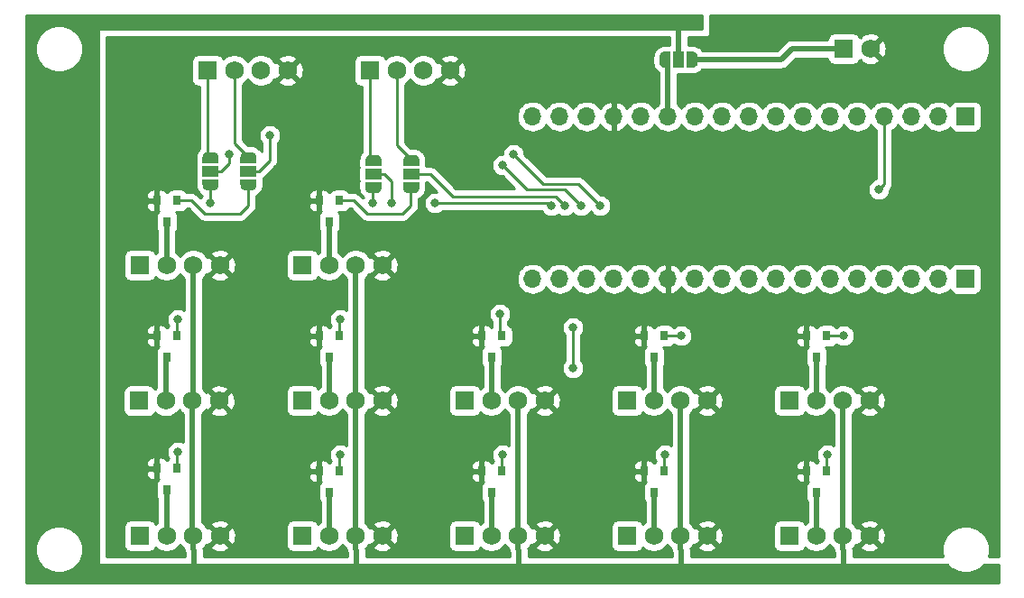
<source format=gbr>
G04 #@! TF.GenerationSoftware,KiCad,Pcbnew,(5.1.2)-2*
G04 #@! TF.CreationDate,2020-02-21T15:06:10-05:00*
G04 #@! TF.ProjectId,Micro-Breakout,4d696372-6f2d-4427-9265-616b6f75742e,rev?*
G04 #@! TF.SameCoordinates,Original*
G04 #@! TF.FileFunction,Copper,L1,Top*
G04 #@! TF.FilePolarity,Positive*
%FSLAX46Y46*%
G04 Gerber Fmt 4.6, Leading zero omitted, Abs format (unit mm)*
G04 Created by KiCad (PCBNEW (5.1.2)-2) date 2020-02-21 15:06:10*
%MOMM*%
%LPD*%
G04 APERTURE LIST*
%ADD10O,1.700000X1.700000*%
%ADD11R,1.700000X1.700000*%
%ADD12R,1.750000X1.750000*%
%ADD13C,1.750000*%
%ADD14R,0.800000X0.900000*%
%ADD15C,0.500000*%
%ADD16C,0.100000*%
%ADD17R,1.500000X1.000000*%
%ADD18R,1.000000X1.500000*%
%ADD19C,0.800000*%
%ADD20C,0.250000*%
%ADD21C,0.500000*%
%ADD22C,0.254000*%
G04 APERTURE END LIST*
D10*
X151130000Y-97790000D03*
X153670000Y-97790000D03*
X156210000Y-97790000D03*
X158750000Y-97790000D03*
X161290000Y-97790000D03*
X163830000Y-97790000D03*
X166370000Y-97790000D03*
X168910000Y-97790000D03*
X171450000Y-97790000D03*
X173990000Y-97790000D03*
X176530000Y-97790000D03*
X179070000Y-97790000D03*
X181610000Y-97790000D03*
X184150000Y-97790000D03*
X186690000Y-97790000D03*
X189230000Y-97790000D03*
D11*
X191770000Y-97790000D03*
X191770000Y-113030000D03*
D10*
X189230000Y-113030000D03*
X186690000Y-113030000D03*
X184150000Y-113030000D03*
X181610000Y-113030000D03*
X179070000Y-113030000D03*
X176530000Y-113030000D03*
X173990000Y-113030000D03*
X171450000Y-113030000D03*
X168910000Y-113030000D03*
X166370000Y-113030000D03*
X163830000Y-113030000D03*
X161290000Y-113030000D03*
X158750000Y-113030000D03*
X156210000Y-113030000D03*
X153670000Y-113030000D03*
X151130000Y-113030000D03*
D12*
X114300000Y-111760000D03*
D13*
X116800000Y-111760000D03*
X119300000Y-111760000D03*
X121800000Y-111760000D03*
X137040000Y-124460000D03*
X134540000Y-124460000D03*
X132040000Y-124460000D03*
D12*
X129540000Y-124460000D03*
X114227001Y-124483001D03*
D13*
X116727001Y-124483001D03*
X119227001Y-124483001D03*
X121727001Y-124483001D03*
X137040000Y-111760000D03*
X134540000Y-111760000D03*
X132040000Y-111760000D03*
D12*
X129540000Y-111760000D03*
D14*
X117790000Y-118380000D03*
X115890000Y-118380000D03*
X116840000Y-120380000D03*
X116840000Y-132826000D03*
X115890000Y-130826000D03*
X117790000Y-130826000D03*
X117790000Y-105680000D03*
X115890000Y-105680000D03*
X116840000Y-107680000D03*
X132080000Y-107680000D03*
X131130000Y-105680000D03*
X133030000Y-105680000D03*
D15*
X124477356Y-104227742D03*
D16*
G36*
X125227356Y-103677742D02*
G01*
X125227356Y-104227742D01*
X125226754Y-104227742D01*
X125226754Y-104252276D01*
X125221944Y-104301107D01*
X125212372Y-104349232D01*
X125198128Y-104396187D01*
X125179351Y-104441520D01*
X125156220Y-104484793D01*
X125128960Y-104525592D01*
X125097832Y-104563521D01*
X125063135Y-104598218D01*
X125025206Y-104629346D01*
X124984407Y-104656606D01*
X124941134Y-104679737D01*
X124895801Y-104698514D01*
X124848846Y-104712758D01*
X124800721Y-104722330D01*
X124751890Y-104727140D01*
X124727356Y-104727140D01*
X124727356Y-104727742D01*
X124227356Y-104727742D01*
X124227356Y-104727140D01*
X124202822Y-104727140D01*
X124153991Y-104722330D01*
X124105866Y-104712758D01*
X124058911Y-104698514D01*
X124013578Y-104679737D01*
X123970305Y-104656606D01*
X123929506Y-104629346D01*
X123891577Y-104598218D01*
X123856880Y-104563521D01*
X123825752Y-104525592D01*
X123798492Y-104484793D01*
X123775361Y-104441520D01*
X123756584Y-104396187D01*
X123742340Y-104349232D01*
X123732768Y-104301107D01*
X123727958Y-104252276D01*
X123727958Y-104227742D01*
X123727356Y-104227742D01*
X123727356Y-103677742D01*
X125227356Y-103677742D01*
X125227356Y-103677742D01*
G37*
D15*
X124477356Y-101627742D03*
D16*
G36*
X123727958Y-101627742D02*
G01*
X123727958Y-101603208D01*
X123732768Y-101554377D01*
X123742340Y-101506252D01*
X123756584Y-101459297D01*
X123775361Y-101413964D01*
X123798492Y-101370691D01*
X123825752Y-101329892D01*
X123856880Y-101291963D01*
X123891577Y-101257266D01*
X123929506Y-101226138D01*
X123970305Y-101198878D01*
X124013578Y-101175747D01*
X124058911Y-101156970D01*
X124105866Y-101142726D01*
X124153991Y-101133154D01*
X124202822Y-101128344D01*
X124227356Y-101128344D01*
X124227356Y-101127742D01*
X124727356Y-101127742D01*
X124727356Y-101128344D01*
X124751890Y-101128344D01*
X124800721Y-101133154D01*
X124848846Y-101142726D01*
X124895801Y-101156970D01*
X124941134Y-101175747D01*
X124984407Y-101198878D01*
X125025206Y-101226138D01*
X125063135Y-101257266D01*
X125097832Y-101291963D01*
X125128960Y-101329892D01*
X125156220Y-101370691D01*
X125179351Y-101413964D01*
X125198128Y-101459297D01*
X125212372Y-101506252D01*
X125221944Y-101554377D01*
X125226754Y-101603208D01*
X125226754Y-101627742D01*
X125227356Y-101627742D01*
X125227356Y-102177742D01*
X123727356Y-102177742D01*
X123727356Y-101627742D01*
X123727958Y-101627742D01*
X123727958Y-101627742D01*
G37*
D17*
X124477356Y-102927742D03*
D13*
X182840000Y-91440000D03*
D12*
X180340000Y-91440000D03*
D13*
X152280000Y-137160000D03*
X149780000Y-137160000D03*
X147280000Y-137160000D03*
D12*
X144780000Y-137160000D03*
D13*
X128150000Y-93472000D03*
X125650000Y-93472000D03*
X123150000Y-93472000D03*
D12*
X120650000Y-93472000D03*
D13*
X182760000Y-137160000D03*
X180260000Y-137160000D03*
X177760000Y-137160000D03*
D12*
X175260000Y-137160000D03*
X175260000Y-124460000D03*
D13*
X177760000Y-124460000D03*
X180260000Y-124460000D03*
X182760000Y-124460000D03*
X167520000Y-137160000D03*
X165020000Y-137160000D03*
X162520000Y-137160000D03*
D12*
X160020000Y-137160000D03*
X144780000Y-124460000D03*
D13*
X147280000Y-124460000D03*
X149780000Y-124460000D03*
X152280000Y-124460000D03*
X137040000Y-137160000D03*
X134540000Y-137160000D03*
X132040000Y-137160000D03*
D12*
X129540000Y-137160000D03*
D13*
X121800000Y-137160000D03*
X119300000Y-137160000D03*
X116800000Y-137160000D03*
D12*
X114300000Y-137160000D03*
X135890000Y-93472000D03*
D13*
X138390000Y-93472000D03*
X140890000Y-93472000D03*
X143390000Y-93472000D03*
X167520000Y-124460000D03*
X165020000Y-124460000D03*
X162520000Y-124460000D03*
D12*
X160020000Y-124460000D03*
D17*
X136200666Y-103187773D03*
D15*
X136200666Y-101887773D03*
D16*
G36*
X135451268Y-101887773D02*
G01*
X135451268Y-101863239D01*
X135456078Y-101814408D01*
X135465650Y-101766283D01*
X135479894Y-101719328D01*
X135498671Y-101673995D01*
X135521802Y-101630722D01*
X135549062Y-101589923D01*
X135580190Y-101551994D01*
X135614887Y-101517297D01*
X135652816Y-101486169D01*
X135693615Y-101458909D01*
X135736888Y-101435778D01*
X135782221Y-101417001D01*
X135829176Y-101402757D01*
X135877301Y-101393185D01*
X135926132Y-101388375D01*
X135950666Y-101388375D01*
X135950666Y-101387773D01*
X136450666Y-101387773D01*
X136450666Y-101388375D01*
X136475200Y-101388375D01*
X136524031Y-101393185D01*
X136572156Y-101402757D01*
X136619111Y-101417001D01*
X136664444Y-101435778D01*
X136707717Y-101458909D01*
X136748516Y-101486169D01*
X136786445Y-101517297D01*
X136821142Y-101551994D01*
X136852270Y-101589923D01*
X136879530Y-101630722D01*
X136902661Y-101673995D01*
X136921438Y-101719328D01*
X136935682Y-101766283D01*
X136945254Y-101814408D01*
X136950064Y-101863239D01*
X136950064Y-101887773D01*
X136950666Y-101887773D01*
X136950666Y-102437773D01*
X135450666Y-102437773D01*
X135450666Y-101887773D01*
X135451268Y-101887773D01*
X135451268Y-101887773D01*
G37*
D15*
X136200666Y-104487773D03*
D16*
G36*
X136950666Y-103937773D02*
G01*
X136950666Y-104487773D01*
X136950064Y-104487773D01*
X136950064Y-104512307D01*
X136945254Y-104561138D01*
X136935682Y-104609263D01*
X136921438Y-104656218D01*
X136902661Y-104701551D01*
X136879530Y-104744824D01*
X136852270Y-104785623D01*
X136821142Y-104823552D01*
X136786445Y-104858249D01*
X136748516Y-104889377D01*
X136707717Y-104916637D01*
X136664444Y-104939768D01*
X136619111Y-104958545D01*
X136572156Y-104972789D01*
X136524031Y-104982361D01*
X136475200Y-104987171D01*
X136450666Y-104987171D01*
X136450666Y-104987773D01*
X135950666Y-104987773D01*
X135950666Y-104987171D01*
X135926132Y-104987171D01*
X135877301Y-104982361D01*
X135829176Y-104972789D01*
X135782221Y-104958545D01*
X135736888Y-104939768D01*
X135693615Y-104916637D01*
X135652816Y-104889377D01*
X135614887Y-104858249D01*
X135580190Y-104823552D01*
X135549062Y-104785623D01*
X135521802Y-104744824D01*
X135498671Y-104701551D01*
X135479894Y-104656218D01*
X135465650Y-104609263D01*
X135456078Y-104561138D01*
X135451268Y-104512307D01*
X135451268Y-104487773D01*
X135450666Y-104487773D01*
X135450666Y-103937773D01*
X136950666Y-103937773D01*
X136950666Y-103937773D01*
G37*
D15*
X163546000Y-92456000D03*
D16*
G36*
X164096000Y-93206000D02*
G01*
X163546000Y-93206000D01*
X163546000Y-93205398D01*
X163521466Y-93205398D01*
X163472635Y-93200588D01*
X163424510Y-93191016D01*
X163377555Y-93176772D01*
X163332222Y-93157995D01*
X163288949Y-93134864D01*
X163248150Y-93107604D01*
X163210221Y-93076476D01*
X163175524Y-93041779D01*
X163144396Y-93003850D01*
X163117136Y-92963051D01*
X163094005Y-92919778D01*
X163075228Y-92874445D01*
X163060984Y-92827490D01*
X163051412Y-92779365D01*
X163046602Y-92730534D01*
X163046602Y-92706000D01*
X163046000Y-92706000D01*
X163046000Y-92206000D01*
X163046602Y-92206000D01*
X163046602Y-92181466D01*
X163051412Y-92132635D01*
X163060984Y-92084510D01*
X163075228Y-92037555D01*
X163094005Y-91992222D01*
X163117136Y-91948949D01*
X163144396Y-91908150D01*
X163175524Y-91870221D01*
X163210221Y-91835524D01*
X163248150Y-91804396D01*
X163288949Y-91777136D01*
X163332222Y-91754005D01*
X163377555Y-91735228D01*
X163424510Y-91720984D01*
X163472635Y-91711412D01*
X163521466Y-91706602D01*
X163546000Y-91706602D01*
X163546000Y-91706000D01*
X164096000Y-91706000D01*
X164096000Y-93206000D01*
X164096000Y-93206000D01*
G37*
D15*
X166146000Y-92456000D03*
D16*
G36*
X166146000Y-91706602D02*
G01*
X166170534Y-91706602D01*
X166219365Y-91711412D01*
X166267490Y-91720984D01*
X166314445Y-91735228D01*
X166359778Y-91754005D01*
X166403051Y-91777136D01*
X166443850Y-91804396D01*
X166481779Y-91835524D01*
X166516476Y-91870221D01*
X166547604Y-91908150D01*
X166574864Y-91948949D01*
X166597995Y-91992222D01*
X166616772Y-92037555D01*
X166631016Y-92084510D01*
X166640588Y-92132635D01*
X166645398Y-92181466D01*
X166645398Y-92206000D01*
X166646000Y-92206000D01*
X166646000Y-92706000D01*
X166645398Y-92706000D01*
X166645398Y-92730534D01*
X166640588Y-92779365D01*
X166631016Y-92827490D01*
X166616772Y-92874445D01*
X166597995Y-92919778D01*
X166574864Y-92963051D01*
X166547604Y-93003850D01*
X166516476Y-93041779D01*
X166481779Y-93076476D01*
X166443850Y-93107604D01*
X166403051Y-93134864D01*
X166359778Y-93157995D01*
X166314445Y-93176772D01*
X166267490Y-93191016D01*
X166219365Y-93200588D01*
X166170534Y-93205398D01*
X166146000Y-93205398D01*
X166146000Y-93206000D01*
X165596000Y-93206000D01*
X165596000Y-91706000D01*
X166146000Y-91706000D01*
X166146000Y-91706602D01*
X166146000Y-91706602D01*
G37*
D18*
X164846000Y-92456000D03*
D17*
X120921356Y-102927742D03*
D15*
X120921356Y-101627742D03*
D16*
G36*
X120171958Y-101627742D02*
G01*
X120171958Y-101603208D01*
X120176768Y-101554377D01*
X120186340Y-101506252D01*
X120200584Y-101459297D01*
X120219361Y-101413964D01*
X120242492Y-101370691D01*
X120269752Y-101329892D01*
X120300880Y-101291963D01*
X120335577Y-101257266D01*
X120373506Y-101226138D01*
X120414305Y-101198878D01*
X120457578Y-101175747D01*
X120502911Y-101156970D01*
X120549866Y-101142726D01*
X120597991Y-101133154D01*
X120646822Y-101128344D01*
X120671356Y-101128344D01*
X120671356Y-101127742D01*
X121171356Y-101127742D01*
X121171356Y-101128344D01*
X121195890Y-101128344D01*
X121244721Y-101133154D01*
X121292846Y-101142726D01*
X121339801Y-101156970D01*
X121385134Y-101175747D01*
X121428407Y-101198878D01*
X121469206Y-101226138D01*
X121507135Y-101257266D01*
X121541832Y-101291963D01*
X121572960Y-101329892D01*
X121600220Y-101370691D01*
X121623351Y-101413964D01*
X121642128Y-101459297D01*
X121656372Y-101506252D01*
X121665944Y-101554377D01*
X121670754Y-101603208D01*
X121670754Y-101627742D01*
X121671356Y-101627742D01*
X121671356Y-102177742D01*
X120171356Y-102177742D01*
X120171356Y-101627742D01*
X120171958Y-101627742D01*
X120171958Y-101627742D01*
G37*
D15*
X120921356Y-104227742D03*
D16*
G36*
X121671356Y-103677742D02*
G01*
X121671356Y-104227742D01*
X121670754Y-104227742D01*
X121670754Y-104252276D01*
X121665944Y-104301107D01*
X121656372Y-104349232D01*
X121642128Y-104396187D01*
X121623351Y-104441520D01*
X121600220Y-104484793D01*
X121572960Y-104525592D01*
X121541832Y-104563521D01*
X121507135Y-104598218D01*
X121469206Y-104629346D01*
X121428407Y-104656606D01*
X121385134Y-104679737D01*
X121339801Y-104698514D01*
X121292846Y-104712758D01*
X121244721Y-104722330D01*
X121195890Y-104727140D01*
X121171356Y-104727140D01*
X121171356Y-104727742D01*
X120671356Y-104727742D01*
X120671356Y-104727140D01*
X120646822Y-104727140D01*
X120597991Y-104722330D01*
X120549866Y-104712758D01*
X120502911Y-104698514D01*
X120457578Y-104679737D01*
X120414305Y-104656606D01*
X120373506Y-104629346D01*
X120335577Y-104598218D01*
X120300880Y-104563521D01*
X120269752Y-104525592D01*
X120242492Y-104484793D01*
X120219361Y-104441520D01*
X120200584Y-104396187D01*
X120186340Y-104349232D01*
X120176768Y-104301107D01*
X120171958Y-104252276D01*
X120171958Y-104227742D01*
X120171356Y-104227742D01*
X120171356Y-103677742D01*
X121671356Y-103677742D01*
X121671356Y-103677742D01*
G37*
D15*
X139756666Y-104487773D03*
D16*
G36*
X140506666Y-103937773D02*
G01*
X140506666Y-104487773D01*
X140506064Y-104487773D01*
X140506064Y-104512307D01*
X140501254Y-104561138D01*
X140491682Y-104609263D01*
X140477438Y-104656218D01*
X140458661Y-104701551D01*
X140435530Y-104744824D01*
X140408270Y-104785623D01*
X140377142Y-104823552D01*
X140342445Y-104858249D01*
X140304516Y-104889377D01*
X140263717Y-104916637D01*
X140220444Y-104939768D01*
X140175111Y-104958545D01*
X140128156Y-104972789D01*
X140080031Y-104982361D01*
X140031200Y-104987171D01*
X140006666Y-104987171D01*
X140006666Y-104987773D01*
X139506666Y-104987773D01*
X139506666Y-104987171D01*
X139482132Y-104987171D01*
X139433301Y-104982361D01*
X139385176Y-104972789D01*
X139338221Y-104958545D01*
X139292888Y-104939768D01*
X139249615Y-104916637D01*
X139208816Y-104889377D01*
X139170887Y-104858249D01*
X139136190Y-104823552D01*
X139105062Y-104785623D01*
X139077802Y-104744824D01*
X139054671Y-104701551D01*
X139035894Y-104656218D01*
X139021650Y-104609263D01*
X139012078Y-104561138D01*
X139007268Y-104512307D01*
X139007268Y-104487773D01*
X139006666Y-104487773D01*
X139006666Y-103937773D01*
X140506666Y-103937773D01*
X140506666Y-103937773D01*
G37*
D15*
X139756666Y-101887773D03*
D16*
G36*
X139007268Y-101887773D02*
G01*
X139007268Y-101863239D01*
X139012078Y-101814408D01*
X139021650Y-101766283D01*
X139035894Y-101719328D01*
X139054671Y-101673995D01*
X139077802Y-101630722D01*
X139105062Y-101589923D01*
X139136190Y-101551994D01*
X139170887Y-101517297D01*
X139208816Y-101486169D01*
X139249615Y-101458909D01*
X139292888Y-101435778D01*
X139338221Y-101417001D01*
X139385176Y-101402757D01*
X139433301Y-101393185D01*
X139482132Y-101388375D01*
X139506666Y-101388375D01*
X139506666Y-101387773D01*
X140006666Y-101387773D01*
X140006666Y-101388375D01*
X140031200Y-101388375D01*
X140080031Y-101393185D01*
X140128156Y-101402757D01*
X140175111Y-101417001D01*
X140220444Y-101435778D01*
X140263717Y-101458909D01*
X140304516Y-101486169D01*
X140342445Y-101517297D01*
X140377142Y-101551994D01*
X140408270Y-101589923D01*
X140435530Y-101630722D01*
X140458661Y-101673995D01*
X140477438Y-101719328D01*
X140491682Y-101766283D01*
X140501254Y-101814408D01*
X140506064Y-101863239D01*
X140506064Y-101887773D01*
X140506666Y-101887773D01*
X140506666Y-102437773D01*
X139006666Y-102437773D01*
X139006666Y-101887773D01*
X139007268Y-101887773D01*
X139007268Y-101887773D01*
G37*
D17*
X139756666Y-103187773D03*
D14*
X132080000Y-120380000D03*
X131130000Y-118380000D03*
X133030000Y-118380000D03*
X177800000Y-133080000D03*
X176850000Y-131080000D03*
X178750000Y-131080000D03*
X178750000Y-118380000D03*
X176850000Y-118380000D03*
X177800000Y-120380000D03*
X162560000Y-133080000D03*
X161610000Y-131080000D03*
X163510000Y-131080000D03*
X163510000Y-118380000D03*
X161610000Y-118380000D03*
X162560000Y-120380000D03*
X147320000Y-133080000D03*
X146370000Y-131080000D03*
X148270000Y-131080000D03*
X148270000Y-118380000D03*
X146370000Y-118380000D03*
X147320000Y-120380000D03*
X132080000Y-133080000D03*
X131130000Y-131080000D03*
X133030000Y-131080000D03*
D19*
X133096000Y-129540000D03*
X148082000Y-116332000D03*
X183642000Y-104648000D03*
X148336000Y-129540000D03*
X165100000Y-118364000D03*
X163576000Y-129540000D03*
X180340000Y-118364000D03*
X178816000Y-129540000D03*
X117856000Y-129286000D03*
X133096000Y-116840000D03*
X154178000Y-106172000D03*
X137922000Y-105918000D03*
X141986000Y-105918000D03*
X152908000Y-106172000D03*
X154940000Y-121412000D03*
X154940000Y-117602000D03*
X126492000Y-99568000D03*
X149352000Y-101346000D03*
X157480000Y-106172000D03*
X122682000Y-101346000D03*
X148336000Y-102362000D03*
X155702000Y-106172000D03*
X117856000Y-116840000D03*
X120904000Y-105918000D03*
X136144000Y-105918000D03*
D20*
X133030000Y-131080000D02*
X133030000Y-129606000D01*
X133030000Y-129606000D02*
X133096000Y-129540000D01*
X148082000Y-118192000D02*
X148270000Y-118380000D01*
X148082000Y-116332000D02*
X148082000Y-118192000D01*
X184150000Y-97790000D02*
X184150000Y-104140000D01*
X184150000Y-104140000D02*
X183642000Y-104648000D01*
X148270000Y-131080000D02*
X148270000Y-129606000D01*
X148270000Y-129606000D02*
X148336000Y-129540000D01*
X165084000Y-118380000D02*
X165100000Y-118364000D01*
X163510000Y-118380000D02*
X165084000Y-118380000D01*
X163510000Y-131080000D02*
X163510000Y-129606000D01*
X163510000Y-129606000D02*
X163576000Y-129540000D01*
X180324000Y-118380000D02*
X180340000Y-118364000D01*
X178750000Y-118380000D02*
X180324000Y-118380000D01*
X178750000Y-129606000D02*
X178816000Y-129540000D01*
X178750000Y-131080000D02*
X178750000Y-129606000D01*
X117790000Y-130826000D02*
X117790000Y-129352000D01*
X117790000Y-129352000D02*
X117856000Y-129286000D01*
X133030000Y-118380000D02*
X133030000Y-116906000D01*
X133030000Y-116906000D02*
X133096000Y-116840000D01*
X138390000Y-100521107D02*
X139756666Y-101887773D01*
X138390000Y-93472000D02*
X138390000Y-100521107D01*
X153287590Y-105281590D02*
X154178000Y-106172000D01*
X143635590Y-105281590D02*
X153287590Y-105281590D01*
X139756666Y-103187773D02*
X141541773Y-103187773D01*
X141541773Y-103187773D02*
X143635590Y-105281590D01*
X137922000Y-103909107D02*
X137922000Y-105918000D01*
X136200666Y-103187773D02*
X137200666Y-103187773D01*
X137200666Y-103187773D02*
X137922000Y-103909107D01*
X152654000Y-105918000D02*
X152908000Y-106172000D01*
X141986000Y-105918000D02*
X152654000Y-105918000D01*
X135890000Y-101577107D02*
X136200666Y-101887773D01*
X135890000Y-93472000D02*
X135890000Y-101577107D01*
D21*
X180340000Y-91440000D02*
X175768000Y-91440000D01*
X174468000Y-92456000D02*
X166116000Y-92456000D01*
X175484000Y-91440000D02*
X180340000Y-91440000D01*
X174468000Y-92456000D02*
X175484000Y-91440000D01*
X180340000Y-138477436D02*
X180340000Y-140716000D01*
X180260000Y-137160000D02*
X180260000Y-138397436D01*
X180260000Y-138397436D02*
X180340000Y-138477436D01*
X165100000Y-138477436D02*
X165100000Y-140716000D01*
X165020000Y-137160000D02*
X165020000Y-138397436D01*
X165020000Y-138397436D02*
X165100000Y-138477436D01*
X149860000Y-138477436D02*
X149860000Y-140716000D01*
X149780000Y-137160000D02*
X149780000Y-138397436D01*
X149780000Y-138397436D02*
X149860000Y-138477436D01*
X134620000Y-138477436D02*
X134620000Y-140716000D01*
X134540000Y-137160000D02*
X134540000Y-138397436D01*
X134540000Y-138397436D02*
X134620000Y-138477436D01*
X119380000Y-137120000D02*
X119340000Y-137160000D01*
X134620000Y-137120000D02*
X134580000Y-137160000D01*
X149860000Y-137120000D02*
X149820000Y-137160000D01*
X165100000Y-137120000D02*
X165060000Y-137160000D01*
X119300000Y-124410002D02*
X119227001Y-124483001D01*
X119300000Y-111760000D02*
X119300000Y-124410002D01*
X134540000Y-112997436D02*
X134540000Y-124460000D01*
X134540000Y-111760000D02*
X134540000Y-112997436D01*
X119227001Y-137087001D02*
X119300000Y-137160000D01*
X119227001Y-124483001D02*
X119227001Y-137087001D01*
X119300000Y-138397436D02*
X119380000Y-138477436D01*
X119380000Y-138477436D02*
X119380000Y-140716000D01*
X119300000Y-137160000D02*
X119300000Y-138397436D01*
X134540000Y-125697436D02*
X134540000Y-137160000D01*
X134540000Y-124460000D02*
X134540000Y-125697436D01*
X149780000Y-124460000D02*
X149780000Y-137160000D01*
X165020000Y-125697436D02*
X165020000Y-137160000D01*
X165020000Y-124460000D02*
X165020000Y-125697436D01*
X180260000Y-125697436D02*
X180260000Y-137160000D01*
X180260000Y-124460000D02*
X180260000Y-125697436D01*
X164846000Y-92456000D02*
X164846000Y-91206000D01*
X164846000Y-91206000D02*
X164846000Y-88646000D01*
X163830000Y-92740000D02*
X163546000Y-92456000D01*
X163830000Y-97790000D02*
X163830000Y-92740000D01*
D20*
X154940000Y-121412000D02*
X154940000Y-117602000D01*
X120650000Y-101356386D02*
X120921356Y-101627742D01*
X120650000Y-93472000D02*
X120650000Y-101356386D01*
X123150000Y-100300386D02*
X124477356Y-101627742D01*
X123150000Y-93472000D02*
X123150000Y-100300386D01*
X126492000Y-101913098D02*
X126492000Y-99568000D01*
X124477356Y-102927742D02*
X125477356Y-102927742D01*
X125477356Y-102927742D02*
X126492000Y-101913098D01*
X152146000Y-104140000D02*
X149352000Y-101346000D01*
X155448000Y-104140000D02*
X152146000Y-104140000D01*
X157480000Y-106172000D02*
X155448000Y-104140000D01*
X122682000Y-102167098D02*
X122682000Y-101346000D01*
X120921356Y-102927742D02*
X121921356Y-102927742D01*
X121921356Y-102927742D02*
X122682000Y-102167098D01*
X148336000Y-102362000D02*
X150622000Y-104648000D01*
X154178000Y-104648000D02*
X155702000Y-106172000D01*
X153924000Y-104648000D02*
X154178000Y-104648000D01*
X150622000Y-104648000D02*
X153924000Y-104648000D01*
D21*
X132080000Y-133080000D02*
X132080000Y-137120000D01*
X147320000Y-124420000D02*
X147280000Y-124460000D01*
X147320000Y-120380000D02*
X147320000Y-124420000D01*
X147320000Y-133080000D02*
X147320000Y-137120000D01*
X162560000Y-124420000D02*
X162520000Y-124460000D01*
X162560000Y-120380000D02*
X162560000Y-124420000D01*
X162560000Y-133080000D02*
X162560000Y-137120000D01*
X177800000Y-124420000D02*
X177760000Y-124460000D01*
X177800000Y-120380000D02*
X177800000Y-124420000D01*
X177800000Y-133080000D02*
X177800000Y-137120000D01*
X116727001Y-120492999D02*
X116840000Y-120380000D01*
X116727001Y-124483001D02*
X116727001Y-120492999D01*
X132040000Y-107720000D02*
X132080000Y-107680000D01*
X132040000Y-111760000D02*
X132040000Y-107720000D01*
D20*
X124477356Y-104227742D02*
X124477356Y-106154644D01*
X120396000Y-106934000D02*
X119142000Y-105680000D01*
X119142000Y-105680000D02*
X117790000Y-105680000D01*
X124477356Y-106154644D02*
X123698000Y-106934000D01*
X120396000Y-106934000D02*
X123698000Y-106934000D01*
X117790000Y-118380000D02*
X117790000Y-116906000D01*
X117790000Y-116906000D02*
X117856000Y-116840000D01*
D21*
X132080000Y-124380000D02*
X132000000Y-124460000D01*
X132080000Y-120380000D02*
X132080000Y-124380000D01*
X116800000Y-107720000D02*
X116840000Y-107680000D01*
X116800000Y-111760000D02*
X116800000Y-107720000D01*
D20*
X135636000Y-106934000D02*
X134382000Y-105680000D01*
X134382000Y-105680000D02*
X133030000Y-105680000D01*
X139717356Y-106154644D02*
X138938000Y-106934000D01*
X139717356Y-104227742D02*
X139717356Y-106154644D01*
X135636000Y-106934000D02*
X138938000Y-106934000D01*
D21*
X116800000Y-132866000D02*
X116840000Y-132826000D01*
X116800000Y-137160000D02*
X116800000Y-132866000D01*
D20*
X120921356Y-104227742D02*
X120921356Y-105900644D01*
X136161356Y-104227742D02*
X136161356Y-105900644D01*
D22*
G36*
X167005000Y-89535000D02*
G01*
X110490000Y-89535000D01*
X110465224Y-89537440D01*
X110441399Y-89544667D01*
X110419443Y-89556403D01*
X110400197Y-89572197D01*
X110384403Y-89591443D01*
X110372667Y-89613399D01*
X110365440Y-89637224D01*
X110363000Y-89662000D01*
X110363000Y-139700000D01*
X110365440Y-139724776D01*
X110372667Y-139748601D01*
X110384403Y-139770557D01*
X110400197Y-139789803D01*
X110419443Y-139805597D01*
X110441399Y-139817333D01*
X110465224Y-139824560D01*
X110490000Y-139827000D01*
X190015434Y-139827000D01*
X190033962Y-139854729D01*
X190345271Y-140166038D01*
X190711331Y-140410631D01*
X191118075Y-140579110D01*
X191549872Y-140665000D01*
X191990128Y-140665000D01*
X192421925Y-140579110D01*
X192828669Y-140410631D01*
X193194729Y-140166038D01*
X193506038Y-139854729D01*
X193524566Y-139827000D01*
X194870001Y-139827000D01*
X194870001Y-141530000D01*
X103580000Y-141530000D01*
X103580000Y-138209872D01*
X104445000Y-138209872D01*
X104445000Y-138650128D01*
X104530890Y-139081925D01*
X104699369Y-139488669D01*
X104943962Y-139854729D01*
X105255271Y-140166038D01*
X105621331Y-140410631D01*
X106028075Y-140579110D01*
X106459872Y-140665000D01*
X106900128Y-140665000D01*
X107331925Y-140579110D01*
X107738669Y-140410631D01*
X108104729Y-140166038D01*
X108416038Y-139854729D01*
X108660631Y-139488669D01*
X108829110Y-139081925D01*
X108915000Y-138650128D01*
X108915000Y-138209872D01*
X108829110Y-137778075D01*
X108660631Y-137371331D01*
X108416038Y-137005271D01*
X108104729Y-136693962D01*
X107738669Y-136449369D01*
X107331925Y-136280890D01*
X106900128Y-136195000D01*
X106459872Y-136195000D01*
X106028075Y-136280890D01*
X105621331Y-136449369D01*
X105255271Y-136693962D01*
X104943962Y-137005271D01*
X104699369Y-137371331D01*
X104530890Y-137778075D01*
X104445000Y-138209872D01*
X103580000Y-138209872D01*
X103580000Y-91219872D01*
X104445000Y-91219872D01*
X104445000Y-91660128D01*
X104530890Y-92091925D01*
X104699369Y-92498669D01*
X104943962Y-92864729D01*
X105255271Y-93176038D01*
X105621331Y-93420631D01*
X106028075Y-93589110D01*
X106459872Y-93675000D01*
X106900128Y-93675000D01*
X107331925Y-93589110D01*
X107738669Y-93420631D01*
X108104729Y-93176038D01*
X108416038Y-92864729D01*
X108660631Y-92498669D01*
X108829110Y-92091925D01*
X108915000Y-91660128D01*
X108915000Y-91219872D01*
X108829110Y-90788075D01*
X108660631Y-90381331D01*
X108416038Y-90015271D01*
X108104729Y-89703962D01*
X107738669Y-89459369D01*
X107331925Y-89290890D01*
X106900128Y-89205000D01*
X106459872Y-89205000D01*
X106028075Y-89290890D01*
X105621331Y-89459369D01*
X105255271Y-89703962D01*
X104943962Y-90015271D01*
X104699369Y-90381331D01*
X104530890Y-90788075D01*
X104445000Y-91219872D01*
X103580000Y-91219872D01*
X103580000Y-88340000D01*
X167005000Y-88340000D01*
X167005000Y-89535000D01*
X167005000Y-89535000D01*
G37*
X167005000Y-89535000D02*
X110490000Y-89535000D01*
X110465224Y-89537440D01*
X110441399Y-89544667D01*
X110419443Y-89556403D01*
X110400197Y-89572197D01*
X110384403Y-89591443D01*
X110372667Y-89613399D01*
X110365440Y-89637224D01*
X110363000Y-89662000D01*
X110363000Y-139700000D01*
X110365440Y-139724776D01*
X110372667Y-139748601D01*
X110384403Y-139770557D01*
X110400197Y-139789803D01*
X110419443Y-139805597D01*
X110441399Y-139817333D01*
X110465224Y-139824560D01*
X110490000Y-139827000D01*
X190015434Y-139827000D01*
X190033962Y-139854729D01*
X190345271Y-140166038D01*
X190711331Y-140410631D01*
X191118075Y-140579110D01*
X191549872Y-140665000D01*
X191990128Y-140665000D01*
X192421925Y-140579110D01*
X192828669Y-140410631D01*
X193194729Y-140166038D01*
X193506038Y-139854729D01*
X193524566Y-139827000D01*
X194870001Y-139827000D01*
X194870001Y-141530000D01*
X103580000Y-141530000D01*
X103580000Y-138209872D01*
X104445000Y-138209872D01*
X104445000Y-138650128D01*
X104530890Y-139081925D01*
X104699369Y-139488669D01*
X104943962Y-139854729D01*
X105255271Y-140166038D01*
X105621331Y-140410631D01*
X106028075Y-140579110D01*
X106459872Y-140665000D01*
X106900128Y-140665000D01*
X107331925Y-140579110D01*
X107738669Y-140410631D01*
X108104729Y-140166038D01*
X108416038Y-139854729D01*
X108660631Y-139488669D01*
X108829110Y-139081925D01*
X108915000Y-138650128D01*
X108915000Y-138209872D01*
X108829110Y-137778075D01*
X108660631Y-137371331D01*
X108416038Y-137005271D01*
X108104729Y-136693962D01*
X107738669Y-136449369D01*
X107331925Y-136280890D01*
X106900128Y-136195000D01*
X106459872Y-136195000D01*
X106028075Y-136280890D01*
X105621331Y-136449369D01*
X105255271Y-136693962D01*
X104943962Y-137005271D01*
X104699369Y-137371331D01*
X104530890Y-137778075D01*
X104445000Y-138209872D01*
X103580000Y-138209872D01*
X103580000Y-91219872D01*
X104445000Y-91219872D01*
X104445000Y-91660128D01*
X104530890Y-92091925D01*
X104699369Y-92498669D01*
X104943962Y-92864729D01*
X105255271Y-93176038D01*
X105621331Y-93420631D01*
X106028075Y-93589110D01*
X106459872Y-93675000D01*
X106900128Y-93675000D01*
X107331925Y-93589110D01*
X107738669Y-93420631D01*
X108104729Y-93176038D01*
X108416038Y-92864729D01*
X108660631Y-92498669D01*
X108829110Y-92091925D01*
X108915000Y-91660128D01*
X108915000Y-91219872D01*
X108829110Y-90788075D01*
X108660631Y-90381331D01*
X108416038Y-90015271D01*
X108104729Y-89703962D01*
X107738669Y-89459369D01*
X107331925Y-89290890D01*
X106900128Y-89205000D01*
X106459872Y-89205000D01*
X106028075Y-89290890D01*
X105621331Y-89459369D01*
X105255271Y-89703962D01*
X104943962Y-90015271D01*
X104699369Y-90381331D01*
X104530890Y-90788075D01*
X104445000Y-91219872D01*
X103580000Y-91219872D01*
X103580000Y-88340000D01*
X167005000Y-88340000D01*
X167005000Y-89535000D01*
G36*
X194870001Y-139065000D02*
G01*
X193922477Y-139065000D01*
X194005000Y-138650128D01*
X194005000Y-138209872D01*
X193919110Y-137778075D01*
X193750631Y-137371331D01*
X193506038Y-137005271D01*
X193194729Y-136693962D01*
X192828669Y-136449369D01*
X192421925Y-136280890D01*
X191990128Y-136195000D01*
X191549872Y-136195000D01*
X191118075Y-136280890D01*
X190711331Y-136449369D01*
X190345271Y-136693962D01*
X190033962Y-137005271D01*
X189789369Y-137371331D01*
X189620890Y-137778075D01*
X189535000Y-138209872D01*
X189535000Y-138650128D01*
X189617523Y-139065000D01*
X181225000Y-139065000D01*
X181225000Y-138520902D01*
X181229281Y-138477435D01*
X181225000Y-138433969D01*
X181225000Y-138433959D01*
X181215511Y-138337609D01*
X181222569Y-138332893D01*
X181349222Y-138206240D01*
X181893365Y-138206240D01*
X181974025Y-138457868D01*
X182242329Y-138586267D01*
X182530526Y-138659855D01*
X182827543Y-138675804D01*
X183121963Y-138633501D01*
X183402474Y-138534572D01*
X183545975Y-138457868D01*
X183626635Y-138206240D01*
X182760000Y-137339605D01*
X181893365Y-138206240D01*
X181349222Y-138206240D01*
X181432893Y-138122569D01*
X181535232Y-137969407D01*
X181713760Y-138026635D01*
X182580395Y-137160000D01*
X182939605Y-137160000D01*
X183806240Y-138026635D01*
X184057868Y-137945975D01*
X184186267Y-137677671D01*
X184259855Y-137389474D01*
X184275804Y-137092457D01*
X184233501Y-136798037D01*
X184134572Y-136517526D01*
X184057868Y-136374025D01*
X183806240Y-136293365D01*
X182939605Y-137160000D01*
X182580395Y-137160000D01*
X181713760Y-136293365D01*
X181535232Y-136350593D01*
X181432893Y-136197431D01*
X181349222Y-136113760D01*
X181893365Y-136113760D01*
X182760000Y-136980395D01*
X183626635Y-136113760D01*
X183545975Y-135862132D01*
X183277671Y-135733733D01*
X182989474Y-135660145D01*
X182692457Y-135644196D01*
X182398037Y-135686499D01*
X182117526Y-135785428D01*
X181974025Y-135862132D01*
X181893365Y-136113760D01*
X181349222Y-136113760D01*
X181222569Y-135987107D01*
X181145000Y-135935277D01*
X181145000Y-125684723D01*
X181222569Y-125632893D01*
X181349222Y-125506240D01*
X181893365Y-125506240D01*
X181974025Y-125757868D01*
X182242329Y-125886267D01*
X182530526Y-125959855D01*
X182827543Y-125975804D01*
X183121963Y-125933501D01*
X183402474Y-125834572D01*
X183545975Y-125757868D01*
X183626635Y-125506240D01*
X182760000Y-124639605D01*
X181893365Y-125506240D01*
X181349222Y-125506240D01*
X181432893Y-125422569D01*
X181535232Y-125269407D01*
X181713760Y-125326635D01*
X182580395Y-124460000D01*
X182939605Y-124460000D01*
X183806240Y-125326635D01*
X184057868Y-125245975D01*
X184186267Y-124977671D01*
X184259855Y-124689474D01*
X184275804Y-124392457D01*
X184233501Y-124098037D01*
X184134572Y-123817526D01*
X184057868Y-123674025D01*
X183806240Y-123593365D01*
X182939605Y-124460000D01*
X182580395Y-124460000D01*
X181713760Y-123593365D01*
X181535232Y-123650593D01*
X181432893Y-123497431D01*
X181349222Y-123413760D01*
X181893365Y-123413760D01*
X182760000Y-124280395D01*
X183626635Y-123413760D01*
X183545975Y-123162132D01*
X183277671Y-123033733D01*
X182989474Y-122960145D01*
X182692457Y-122944196D01*
X182398037Y-122986499D01*
X182117526Y-123085428D01*
X181974025Y-123162132D01*
X181893365Y-123413760D01*
X181349222Y-123413760D01*
X181222569Y-123287107D01*
X180975253Y-123121856D01*
X180700451Y-123008029D01*
X180408722Y-122950000D01*
X180111278Y-122950000D01*
X179819549Y-123008029D01*
X179544747Y-123121856D01*
X179297431Y-123287107D01*
X179087107Y-123497431D01*
X179010000Y-123612830D01*
X178932893Y-123497431D01*
X178722569Y-123287107D01*
X178685000Y-123262004D01*
X178685000Y-121239981D01*
X178730537Y-121184494D01*
X178789502Y-121074180D01*
X178825812Y-120954482D01*
X178838072Y-120830000D01*
X178838072Y-119930000D01*
X178825812Y-119805518D01*
X178789502Y-119685820D01*
X178730537Y-119575506D01*
X178651185Y-119478815D01*
X178638095Y-119468072D01*
X179150000Y-119468072D01*
X179274482Y-119455812D01*
X179394180Y-119419502D01*
X179504494Y-119360537D01*
X179601185Y-119281185D01*
X179680537Y-119184494D01*
X179686976Y-119172447D01*
X179849744Y-119281205D01*
X180038102Y-119359226D01*
X180238061Y-119399000D01*
X180441939Y-119399000D01*
X180641898Y-119359226D01*
X180830256Y-119281205D01*
X180999774Y-119167937D01*
X181143937Y-119023774D01*
X181257205Y-118854256D01*
X181335226Y-118665898D01*
X181375000Y-118465939D01*
X181375000Y-118262061D01*
X181335226Y-118062102D01*
X181257205Y-117873744D01*
X181143937Y-117704226D01*
X180999774Y-117560063D01*
X180830256Y-117446795D01*
X180641898Y-117368774D01*
X180441939Y-117329000D01*
X180238061Y-117329000D01*
X180038102Y-117368774D01*
X179849744Y-117446795D01*
X179680226Y-117560063D01*
X179673436Y-117566853D01*
X179601185Y-117478815D01*
X179504494Y-117399463D01*
X179394180Y-117340498D01*
X179274482Y-117304188D01*
X179150000Y-117291928D01*
X178350000Y-117291928D01*
X178225518Y-117304188D01*
X178105820Y-117340498D01*
X177995506Y-117399463D01*
X177898815Y-117478815D01*
X177819463Y-117575506D01*
X177800000Y-117611918D01*
X177780537Y-117575506D01*
X177701185Y-117478815D01*
X177604494Y-117399463D01*
X177494180Y-117340498D01*
X177374482Y-117304188D01*
X177250000Y-117291928D01*
X177135750Y-117295000D01*
X176977000Y-117453750D01*
X176977000Y-118253000D01*
X176997000Y-118253000D01*
X176997000Y-118507000D01*
X176977000Y-118507000D01*
X176977000Y-119306250D01*
X177061607Y-119390857D01*
X177045506Y-119399463D01*
X176948815Y-119478815D01*
X176869463Y-119575506D01*
X176810498Y-119685820D01*
X176774188Y-119805518D01*
X176761928Y-119930000D01*
X176761928Y-120830000D01*
X176774188Y-120954482D01*
X176810498Y-121074180D01*
X176869463Y-121184494D01*
X176915000Y-121239981D01*
X176915001Y-123208550D01*
X176797431Y-123287107D01*
X176728974Y-123355564D01*
X176724502Y-123340820D01*
X176665537Y-123230506D01*
X176586185Y-123133815D01*
X176489494Y-123054463D01*
X176379180Y-122995498D01*
X176259482Y-122959188D01*
X176135000Y-122946928D01*
X174385000Y-122946928D01*
X174260518Y-122959188D01*
X174140820Y-122995498D01*
X174030506Y-123054463D01*
X173933815Y-123133815D01*
X173854463Y-123230506D01*
X173795498Y-123340820D01*
X173759188Y-123460518D01*
X173746928Y-123585000D01*
X173746928Y-125335000D01*
X173759188Y-125459482D01*
X173795498Y-125579180D01*
X173854463Y-125689494D01*
X173933815Y-125786185D01*
X174030506Y-125865537D01*
X174140820Y-125924502D01*
X174260518Y-125960812D01*
X174385000Y-125973072D01*
X176135000Y-125973072D01*
X176259482Y-125960812D01*
X176379180Y-125924502D01*
X176489494Y-125865537D01*
X176586185Y-125786185D01*
X176665537Y-125689494D01*
X176724502Y-125579180D01*
X176728974Y-125564436D01*
X176797431Y-125632893D01*
X177044747Y-125798144D01*
X177319549Y-125911971D01*
X177611278Y-125970000D01*
X177908722Y-125970000D01*
X178200451Y-125911971D01*
X178475253Y-125798144D01*
X178722569Y-125632893D01*
X178932893Y-125422569D01*
X179010000Y-125307170D01*
X179087107Y-125422569D01*
X179297431Y-125632893D01*
X179375000Y-125684723D01*
X179375000Y-128668728D01*
X179306256Y-128622795D01*
X179117898Y-128544774D01*
X178917939Y-128505000D01*
X178714061Y-128505000D01*
X178514102Y-128544774D01*
X178325744Y-128622795D01*
X178156226Y-128736063D01*
X178012063Y-128880226D01*
X177898795Y-129049744D01*
X177820774Y-129238102D01*
X177781000Y-129438061D01*
X177781000Y-129641939D01*
X177820774Y-129841898D01*
X177898795Y-130030256D01*
X177962911Y-130126213D01*
X177898815Y-130178815D01*
X177819463Y-130275506D01*
X177800000Y-130311918D01*
X177780537Y-130275506D01*
X177701185Y-130178815D01*
X177604494Y-130099463D01*
X177494180Y-130040498D01*
X177374482Y-130004188D01*
X177250000Y-129991928D01*
X177135750Y-129995000D01*
X176977000Y-130153750D01*
X176977000Y-130953000D01*
X176997000Y-130953000D01*
X176997000Y-131207000D01*
X176977000Y-131207000D01*
X176977000Y-132006250D01*
X177061607Y-132090857D01*
X177045506Y-132099463D01*
X176948815Y-132178815D01*
X176869463Y-132275506D01*
X176810498Y-132385820D01*
X176774188Y-132505518D01*
X176761928Y-132630000D01*
X176761928Y-133530000D01*
X176774188Y-133654482D01*
X176810498Y-133774180D01*
X176869463Y-133884494D01*
X176915000Y-133939981D01*
X176915001Y-135908550D01*
X176797431Y-135987107D01*
X176728974Y-136055564D01*
X176724502Y-136040820D01*
X176665537Y-135930506D01*
X176586185Y-135833815D01*
X176489494Y-135754463D01*
X176379180Y-135695498D01*
X176259482Y-135659188D01*
X176135000Y-135646928D01*
X174385000Y-135646928D01*
X174260518Y-135659188D01*
X174140820Y-135695498D01*
X174030506Y-135754463D01*
X173933815Y-135833815D01*
X173854463Y-135930506D01*
X173795498Y-136040820D01*
X173759188Y-136160518D01*
X173746928Y-136285000D01*
X173746928Y-138035000D01*
X173759188Y-138159482D01*
X173795498Y-138279180D01*
X173854463Y-138389494D01*
X173933815Y-138486185D01*
X174030506Y-138565537D01*
X174140820Y-138624502D01*
X174260518Y-138660812D01*
X174385000Y-138673072D01*
X176135000Y-138673072D01*
X176259482Y-138660812D01*
X176379180Y-138624502D01*
X176489494Y-138565537D01*
X176586185Y-138486185D01*
X176665537Y-138389494D01*
X176724502Y-138279180D01*
X176728974Y-138264436D01*
X176797431Y-138332893D01*
X177044747Y-138498144D01*
X177319549Y-138611971D01*
X177611278Y-138670000D01*
X177908722Y-138670000D01*
X178200451Y-138611971D01*
X178475253Y-138498144D01*
X178722569Y-138332893D01*
X178932893Y-138122569D01*
X179010000Y-138007170D01*
X179087107Y-138122569D01*
X179297431Y-138332893D01*
X179372158Y-138382824D01*
X179370719Y-138397436D01*
X179387805Y-138570926D01*
X179438412Y-138737749D01*
X179455000Y-138768784D01*
X179455000Y-139065000D01*
X165985000Y-139065000D01*
X165985000Y-138520902D01*
X165989281Y-138477435D01*
X165985000Y-138433969D01*
X165985000Y-138433959D01*
X165975511Y-138337609D01*
X165982569Y-138332893D01*
X166109222Y-138206240D01*
X166653365Y-138206240D01*
X166734025Y-138457868D01*
X167002329Y-138586267D01*
X167290526Y-138659855D01*
X167587543Y-138675804D01*
X167881963Y-138633501D01*
X168162474Y-138534572D01*
X168305975Y-138457868D01*
X168386635Y-138206240D01*
X167520000Y-137339605D01*
X166653365Y-138206240D01*
X166109222Y-138206240D01*
X166192893Y-138122569D01*
X166295232Y-137969407D01*
X166473760Y-138026635D01*
X167340395Y-137160000D01*
X167699605Y-137160000D01*
X168566240Y-138026635D01*
X168817868Y-137945975D01*
X168946267Y-137677671D01*
X169019855Y-137389474D01*
X169035804Y-137092457D01*
X168993501Y-136798037D01*
X168894572Y-136517526D01*
X168817868Y-136374025D01*
X168566240Y-136293365D01*
X167699605Y-137160000D01*
X167340395Y-137160000D01*
X166473760Y-136293365D01*
X166295232Y-136350593D01*
X166192893Y-136197431D01*
X166109222Y-136113760D01*
X166653365Y-136113760D01*
X167520000Y-136980395D01*
X168386635Y-136113760D01*
X168305975Y-135862132D01*
X168037671Y-135733733D01*
X167749474Y-135660145D01*
X167452457Y-135644196D01*
X167158037Y-135686499D01*
X166877526Y-135785428D01*
X166734025Y-135862132D01*
X166653365Y-136113760D01*
X166109222Y-136113760D01*
X165982569Y-135987107D01*
X165905000Y-135935277D01*
X165905000Y-131530000D01*
X175811928Y-131530000D01*
X175824188Y-131654482D01*
X175860498Y-131774180D01*
X175919463Y-131884494D01*
X175998815Y-131981185D01*
X176095506Y-132060537D01*
X176205820Y-132119502D01*
X176325518Y-132155812D01*
X176450000Y-132168072D01*
X176564250Y-132165000D01*
X176723000Y-132006250D01*
X176723000Y-131207000D01*
X175973750Y-131207000D01*
X175815000Y-131365750D01*
X175811928Y-131530000D01*
X165905000Y-131530000D01*
X165905000Y-130630000D01*
X175811928Y-130630000D01*
X175815000Y-130794250D01*
X175973750Y-130953000D01*
X176723000Y-130953000D01*
X176723000Y-130153750D01*
X176564250Y-129995000D01*
X176450000Y-129991928D01*
X176325518Y-130004188D01*
X176205820Y-130040498D01*
X176095506Y-130099463D01*
X175998815Y-130178815D01*
X175919463Y-130275506D01*
X175860498Y-130385820D01*
X175824188Y-130505518D01*
X175811928Y-130630000D01*
X165905000Y-130630000D01*
X165905000Y-125684723D01*
X165982569Y-125632893D01*
X166109222Y-125506240D01*
X166653365Y-125506240D01*
X166734025Y-125757868D01*
X167002329Y-125886267D01*
X167290526Y-125959855D01*
X167587543Y-125975804D01*
X167881963Y-125933501D01*
X168162474Y-125834572D01*
X168305975Y-125757868D01*
X168386635Y-125506240D01*
X167520000Y-124639605D01*
X166653365Y-125506240D01*
X166109222Y-125506240D01*
X166192893Y-125422569D01*
X166295232Y-125269407D01*
X166473760Y-125326635D01*
X167340395Y-124460000D01*
X167699605Y-124460000D01*
X168566240Y-125326635D01*
X168817868Y-125245975D01*
X168946267Y-124977671D01*
X169019855Y-124689474D01*
X169035804Y-124392457D01*
X168993501Y-124098037D01*
X168894572Y-123817526D01*
X168817868Y-123674025D01*
X168566240Y-123593365D01*
X167699605Y-124460000D01*
X167340395Y-124460000D01*
X166473760Y-123593365D01*
X166295232Y-123650593D01*
X166192893Y-123497431D01*
X166109222Y-123413760D01*
X166653365Y-123413760D01*
X167520000Y-124280395D01*
X168386635Y-123413760D01*
X168305975Y-123162132D01*
X168037671Y-123033733D01*
X167749474Y-122960145D01*
X167452457Y-122944196D01*
X167158037Y-122986499D01*
X166877526Y-123085428D01*
X166734025Y-123162132D01*
X166653365Y-123413760D01*
X166109222Y-123413760D01*
X165982569Y-123287107D01*
X165735253Y-123121856D01*
X165460451Y-123008029D01*
X165168722Y-122950000D01*
X164871278Y-122950000D01*
X164579549Y-123008029D01*
X164304747Y-123121856D01*
X164057431Y-123287107D01*
X163847107Y-123497431D01*
X163770000Y-123612830D01*
X163692893Y-123497431D01*
X163482569Y-123287107D01*
X163445000Y-123262004D01*
X163445000Y-121239981D01*
X163490537Y-121184494D01*
X163549502Y-121074180D01*
X163585812Y-120954482D01*
X163598072Y-120830000D01*
X163598072Y-119930000D01*
X163585812Y-119805518D01*
X163549502Y-119685820D01*
X163490537Y-119575506D01*
X163411185Y-119478815D01*
X163398095Y-119468072D01*
X163910000Y-119468072D01*
X164034482Y-119455812D01*
X164154180Y-119419502D01*
X164264494Y-119360537D01*
X164361185Y-119281185D01*
X164440537Y-119184494D01*
X164446976Y-119172447D01*
X164609744Y-119281205D01*
X164798102Y-119359226D01*
X164998061Y-119399000D01*
X165201939Y-119399000D01*
X165401898Y-119359226D01*
X165590256Y-119281205D01*
X165759774Y-119167937D01*
X165903937Y-119023774D01*
X166017205Y-118854256D01*
X166027252Y-118830000D01*
X175811928Y-118830000D01*
X175824188Y-118954482D01*
X175860498Y-119074180D01*
X175919463Y-119184494D01*
X175998815Y-119281185D01*
X176095506Y-119360537D01*
X176205820Y-119419502D01*
X176325518Y-119455812D01*
X176450000Y-119468072D01*
X176564250Y-119465000D01*
X176723000Y-119306250D01*
X176723000Y-118507000D01*
X175973750Y-118507000D01*
X175815000Y-118665750D01*
X175811928Y-118830000D01*
X166027252Y-118830000D01*
X166095226Y-118665898D01*
X166135000Y-118465939D01*
X166135000Y-118262061D01*
X166095226Y-118062102D01*
X166040508Y-117930000D01*
X175811928Y-117930000D01*
X175815000Y-118094250D01*
X175973750Y-118253000D01*
X176723000Y-118253000D01*
X176723000Y-117453750D01*
X176564250Y-117295000D01*
X176450000Y-117291928D01*
X176325518Y-117304188D01*
X176205820Y-117340498D01*
X176095506Y-117399463D01*
X175998815Y-117478815D01*
X175919463Y-117575506D01*
X175860498Y-117685820D01*
X175824188Y-117805518D01*
X175811928Y-117930000D01*
X166040508Y-117930000D01*
X166017205Y-117873744D01*
X165903937Y-117704226D01*
X165759774Y-117560063D01*
X165590256Y-117446795D01*
X165401898Y-117368774D01*
X165201939Y-117329000D01*
X164998061Y-117329000D01*
X164798102Y-117368774D01*
X164609744Y-117446795D01*
X164440226Y-117560063D01*
X164433436Y-117566853D01*
X164361185Y-117478815D01*
X164264494Y-117399463D01*
X164154180Y-117340498D01*
X164034482Y-117304188D01*
X163910000Y-117291928D01*
X163110000Y-117291928D01*
X162985518Y-117304188D01*
X162865820Y-117340498D01*
X162755506Y-117399463D01*
X162658815Y-117478815D01*
X162579463Y-117575506D01*
X162560000Y-117611918D01*
X162540537Y-117575506D01*
X162461185Y-117478815D01*
X162364494Y-117399463D01*
X162254180Y-117340498D01*
X162134482Y-117304188D01*
X162010000Y-117291928D01*
X161895750Y-117295000D01*
X161737000Y-117453750D01*
X161737000Y-118253000D01*
X161757000Y-118253000D01*
X161757000Y-118507000D01*
X161737000Y-118507000D01*
X161737000Y-119306250D01*
X161821607Y-119390857D01*
X161805506Y-119399463D01*
X161708815Y-119478815D01*
X161629463Y-119575506D01*
X161570498Y-119685820D01*
X161534188Y-119805518D01*
X161521928Y-119930000D01*
X161521928Y-120830000D01*
X161534188Y-120954482D01*
X161570498Y-121074180D01*
X161629463Y-121184494D01*
X161675000Y-121239981D01*
X161675001Y-123208550D01*
X161557431Y-123287107D01*
X161488974Y-123355564D01*
X161484502Y-123340820D01*
X161425537Y-123230506D01*
X161346185Y-123133815D01*
X161249494Y-123054463D01*
X161139180Y-122995498D01*
X161019482Y-122959188D01*
X160895000Y-122946928D01*
X159145000Y-122946928D01*
X159020518Y-122959188D01*
X158900820Y-122995498D01*
X158790506Y-123054463D01*
X158693815Y-123133815D01*
X158614463Y-123230506D01*
X158555498Y-123340820D01*
X158519188Y-123460518D01*
X158506928Y-123585000D01*
X158506928Y-125335000D01*
X158519188Y-125459482D01*
X158555498Y-125579180D01*
X158614463Y-125689494D01*
X158693815Y-125786185D01*
X158790506Y-125865537D01*
X158900820Y-125924502D01*
X159020518Y-125960812D01*
X159145000Y-125973072D01*
X160895000Y-125973072D01*
X161019482Y-125960812D01*
X161139180Y-125924502D01*
X161249494Y-125865537D01*
X161346185Y-125786185D01*
X161425537Y-125689494D01*
X161484502Y-125579180D01*
X161488974Y-125564436D01*
X161557431Y-125632893D01*
X161804747Y-125798144D01*
X162079549Y-125911971D01*
X162371278Y-125970000D01*
X162668722Y-125970000D01*
X162960451Y-125911971D01*
X163235253Y-125798144D01*
X163482569Y-125632893D01*
X163692893Y-125422569D01*
X163770000Y-125307170D01*
X163847107Y-125422569D01*
X164057431Y-125632893D01*
X164135000Y-125684723D01*
X164135000Y-128668728D01*
X164066256Y-128622795D01*
X163877898Y-128544774D01*
X163677939Y-128505000D01*
X163474061Y-128505000D01*
X163274102Y-128544774D01*
X163085744Y-128622795D01*
X162916226Y-128736063D01*
X162772063Y-128880226D01*
X162658795Y-129049744D01*
X162580774Y-129238102D01*
X162541000Y-129438061D01*
X162541000Y-129641939D01*
X162580774Y-129841898D01*
X162658795Y-130030256D01*
X162722911Y-130126213D01*
X162658815Y-130178815D01*
X162579463Y-130275506D01*
X162560000Y-130311918D01*
X162540537Y-130275506D01*
X162461185Y-130178815D01*
X162364494Y-130099463D01*
X162254180Y-130040498D01*
X162134482Y-130004188D01*
X162010000Y-129991928D01*
X161895750Y-129995000D01*
X161737000Y-130153750D01*
X161737000Y-130953000D01*
X161757000Y-130953000D01*
X161757000Y-131207000D01*
X161737000Y-131207000D01*
X161737000Y-132006250D01*
X161821607Y-132090857D01*
X161805506Y-132099463D01*
X161708815Y-132178815D01*
X161629463Y-132275506D01*
X161570498Y-132385820D01*
X161534188Y-132505518D01*
X161521928Y-132630000D01*
X161521928Y-133530000D01*
X161534188Y-133654482D01*
X161570498Y-133774180D01*
X161629463Y-133884494D01*
X161675000Y-133939981D01*
X161675001Y-135908550D01*
X161557431Y-135987107D01*
X161488974Y-136055564D01*
X161484502Y-136040820D01*
X161425537Y-135930506D01*
X161346185Y-135833815D01*
X161249494Y-135754463D01*
X161139180Y-135695498D01*
X161019482Y-135659188D01*
X160895000Y-135646928D01*
X159145000Y-135646928D01*
X159020518Y-135659188D01*
X158900820Y-135695498D01*
X158790506Y-135754463D01*
X158693815Y-135833815D01*
X158614463Y-135930506D01*
X158555498Y-136040820D01*
X158519188Y-136160518D01*
X158506928Y-136285000D01*
X158506928Y-138035000D01*
X158519188Y-138159482D01*
X158555498Y-138279180D01*
X158614463Y-138389494D01*
X158693815Y-138486185D01*
X158790506Y-138565537D01*
X158900820Y-138624502D01*
X159020518Y-138660812D01*
X159145000Y-138673072D01*
X160895000Y-138673072D01*
X161019482Y-138660812D01*
X161139180Y-138624502D01*
X161249494Y-138565537D01*
X161346185Y-138486185D01*
X161425537Y-138389494D01*
X161484502Y-138279180D01*
X161488974Y-138264436D01*
X161557431Y-138332893D01*
X161804747Y-138498144D01*
X162079549Y-138611971D01*
X162371278Y-138670000D01*
X162668722Y-138670000D01*
X162960451Y-138611971D01*
X163235253Y-138498144D01*
X163482569Y-138332893D01*
X163692893Y-138122569D01*
X163770000Y-138007170D01*
X163847107Y-138122569D01*
X164057431Y-138332893D01*
X164132158Y-138382824D01*
X164130719Y-138397436D01*
X164147805Y-138570926D01*
X164198412Y-138737749D01*
X164215000Y-138768784D01*
X164215000Y-139065000D01*
X150745000Y-139065000D01*
X150745000Y-138520902D01*
X150749281Y-138477435D01*
X150745000Y-138433969D01*
X150745000Y-138433959D01*
X150735511Y-138337609D01*
X150742569Y-138332893D01*
X150869222Y-138206240D01*
X151413365Y-138206240D01*
X151494025Y-138457868D01*
X151762329Y-138586267D01*
X152050526Y-138659855D01*
X152347543Y-138675804D01*
X152641963Y-138633501D01*
X152922474Y-138534572D01*
X153065975Y-138457868D01*
X153146635Y-138206240D01*
X152280000Y-137339605D01*
X151413365Y-138206240D01*
X150869222Y-138206240D01*
X150952893Y-138122569D01*
X151055232Y-137969407D01*
X151233760Y-138026635D01*
X152100395Y-137160000D01*
X152459605Y-137160000D01*
X153326240Y-138026635D01*
X153577868Y-137945975D01*
X153706267Y-137677671D01*
X153779855Y-137389474D01*
X153795804Y-137092457D01*
X153753501Y-136798037D01*
X153654572Y-136517526D01*
X153577868Y-136374025D01*
X153326240Y-136293365D01*
X152459605Y-137160000D01*
X152100395Y-137160000D01*
X151233760Y-136293365D01*
X151055232Y-136350593D01*
X150952893Y-136197431D01*
X150869222Y-136113760D01*
X151413365Y-136113760D01*
X152280000Y-136980395D01*
X153146635Y-136113760D01*
X153065975Y-135862132D01*
X152797671Y-135733733D01*
X152509474Y-135660145D01*
X152212457Y-135644196D01*
X151918037Y-135686499D01*
X151637526Y-135785428D01*
X151494025Y-135862132D01*
X151413365Y-136113760D01*
X150869222Y-136113760D01*
X150742569Y-135987107D01*
X150665000Y-135935277D01*
X150665000Y-131530000D01*
X160571928Y-131530000D01*
X160584188Y-131654482D01*
X160620498Y-131774180D01*
X160679463Y-131884494D01*
X160758815Y-131981185D01*
X160855506Y-132060537D01*
X160965820Y-132119502D01*
X161085518Y-132155812D01*
X161210000Y-132168072D01*
X161324250Y-132165000D01*
X161483000Y-132006250D01*
X161483000Y-131207000D01*
X160733750Y-131207000D01*
X160575000Y-131365750D01*
X160571928Y-131530000D01*
X150665000Y-131530000D01*
X150665000Y-130630000D01*
X160571928Y-130630000D01*
X160575000Y-130794250D01*
X160733750Y-130953000D01*
X161483000Y-130953000D01*
X161483000Y-130153750D01*
X161324250Y-129995000D01*
X161210000Y-129991928D01*
X161085518Y-130004188D01*
X160965820Y-130040498D01*
X160855506Y-130099463D01*
X160758815Y-130178815D01*
X160679463Y-130275506D01*
X160620498Y-130385820D01*
X160584188Y-130505518D01*
X160571928Y-130630000D01*
X150665000Y-130630000D01*
X150665000Y-125684723D01*
X150742569Y-125632893D01*
X150869222Y-125506240D01*
X151413365Y-125506240D01*
X151494025Y-125757868D01*
X151762329Y-125886267D01*
X152050526Y-125959855D01*
X152347543Y-125975804D01*
X152641963Y-125933501D01*
X152922474Y-125834572D01*
X153065975Y-125757868D01*
X153146635Y-125506240D01*
X152280000Y-124639605D01*
X151413365Y-125506240D01*
X150869222Y-125506240D01*
X150952893Y-125422569D01*
X151055232Y-125269407D01*
X151233760Y-125326635D01*
X152100395Y-124460000D01*
X152459605Y-124460000D01*
X153326240Y-125326635D01*
X153577868Y-125245975D01*
X153706267Y-124977671D01*
X153779855Y-124689474D01*
X153795804Y-124392457D01*
X153753501Y-124098037D01*
X153654572Y-123817526D01*
X153577868Y-123674025D01*
X153326240Y-123593365D01*
X152459605Y-124460000D01*
X152100395Y-124460000D01*
X151233760Y-123593365D01*
X151055232Y-123650593D01*
X150952893Y-123497431D01*
X150869222Y-123413760D01*
X151413365Y-123413760D01*
X152280000Y-124280395D01*
X153146635Y-123413760D01*
X153065975Y-123162132D01*
X152797671Y-123033733D01*
X152509474Y-122960145D01*
X152212457Y-122944196D01*
X151918037Y-122986499D01*
X151637526Y-123085428D01*
X151494025Y-123162132D01*
X151413365Y-123413760D01*
X150869222Y-123413760D01*
X150742569Y-123287107D01*
X150495253Y-123121856D01*
X150220451Y-123008029D01*
X149928722Y-122950000D01*
X149631278Y-122950000D01*
X149339549Y-123008029D01*
X149064747Y-123121856D01*
X148817431Y-123287107D01*
X148607107Y-123497431D01*
X148530000Y-123612830D01*
X148452893Y-123497431D01*
X148242569Y-123287107D01*
X148205000Y-123262004D01*
X148205000Y-121239981D01*
X148250537Y-121184494D01*
X148309502Y-121074180D01*
X148345812Y-120954482D01*
X148358072Y-120830000D01*
X148358072Y-119930000D01*
X148345812Y-119805518D01*
X148309502Y-119685820D01*
X148250537Y-119575506D01*
X148171185Y-119478815D01*
X148158095Y-119468072D01*
X148670000Y-119468072D01*
X148794482Y-119455812D01*
X148914180Y-119419502D01*
X149024494Y-119360537D01*
X149121185Y-119281185D01*
X149200537Y-119184494D01*
X149259502Y-119074180D01*
X149295812Y-118954482D01*
X149308072Y-118830000D01*
X149308072Y-117930000D01*
X149295812Y-117805518D01*
X149259502Y-117685820D01*
X149200537Y-117575506D01*
X149138622Y-117500061D01*
X153905000Y-117500061D01*
X153905000Y-117703939D01*
X153944774Y-117903898D01*
X154022795Y-118092256D01*
X154136063Y-118261774D01*
X154180001Y-118305712D01*
X154180000Y-120708289D01*
X154136063Y-120752226D01*
X154022795Y-120921744D01*
X153944774Y-121110102D01*
X153905000Y-121310061D01*
X153905000Y-121513939D01*
X153944774Y-121713898D01*
X154022795Y-121902256D01*
X154136063Y-122071774D01*
X154280226Y-122215937D01*
X154449744Y-122329205D01*
X154638102Y-122407226D01*
X154838061Y-122447000D01*
X155041939Y-122447000D01*
X155241898Y-122407226D01*
X155430256Y-122329205D01*
X155599774Y-122215937D01*
X155743937Y-122071774D01*
X155857205Y-121902256D01*
X155935226Y-121713898D01*
X155975000Y-121513939D01*
X155975000Y-121310061D01*
X155935226Y-121110102D01*
X155857205Y-120921744D01*
X155743937Y-120752226D01*
X155700000Y-120708289D01*
X155700000Y-118830000D01*
X160571928Y-118830000D01*
X160584188Y-118954482D01*
X160620498Y-119074180D01*
X160679463Y-119184494D01*
X160758815Y-119281185D01*
X160855506Y-119360537D01*
X160965820Y-119419502D01*
X161085518Y-119455812D01*
X161210000Y-119468072D01*
X161324250Y-119465000D01*
X161483000Y-119306250D01*
X161483000Y-118507000D01*
X160733750Y-118507000D01*
X160575000Y-118665750D01*
X160571928Y-118830000D01*
X155700000Y-118830000D01*
X155700000Y-118305711D01*
X155743937Y-118261774D01*
X155857205Y-118092256D01*
X155924414Y-117930000D01*
X160571928Y-117930000D01*
X160575000Y-118094250D01*
X160733750Y-118253000D01*
X161483000Y-118253000D01*
X161483000Y-117453750D01*
X161324250Y-117295000D01*
X161210000Y-117291928D01*
X161085518Y-117304188D01*
X160965820Y-117340498D01*
X160855506Y-117399463D01*
X160758815Y-117478815D01*
X160679463Y-117575506D01*
X160620498Y-117685820D01*
X160584188Y-117805518D01*
X160571928Y-117930000D01*
X155924414Y-117930000D01*
X155935226Y-117903898D01*
X155975000Y-117703939D01*
X155975000Y-117500061D01*
X155935226Y-117300102D01*
X155857205Y-117111744D01*
X155743937Y-116942226D01*
X155599774Y-116798063D01*
X155430256Y-116684795D01*
X155241898Y-116606774D01*
X155041939Y-116567000D01*
X154838061Y-116567000D01*
X154638102Y-116606774D01*
X154449744Y-116684795D01*
X154280226Y-116798063D01*
X154136063Y-116942226D01*
X154022795Y-117111744D01*
X153944774Y-117300102D01*
X153905000Y-117500061D01*
X149138622Y-117500061D01*
X149121185Y-117478815D01*
X149024494Y-117399463D01*
X148914180Y-117340498D01*
X148842000Y-117318602D01*
X148842000Y-117035711D01*
X148885937Y-116991774D01*
X148999205Y-116822256D01*
X149077226Y-116633898D01*
X149117000Y-116433939D01*
X149117000Y-116230061D01*
X149077226Y-116030102D01*
X148999205Y-115841744D01*
X148885937Y-115672226D01*
X148741774Y-115528063D01*
X148572256Y-115414795D01*
X148383898Y-115336774D01*
X148183939Y-115297000D01*
X147980061Y-115297000D01*
X147780102Y-115336774D01*
X147591744Y-115414795D01*
X147422226Y-115528063D01*
X147278063Y-115672226D01*
X147164795Y-115841744D01*
X147086774Y-116030102D01*
X147047000Y-116230061D01*
X147047000Y-116433939D01*
X147086774Y-116633898D01*
X147164795Y-116822256D01*
X147278063Y-116991774D01*
X147322000Y-117035711D01*
X147322001Y-117608175D01*
X147320000Y-117611918D01*
X147300537Y-117575506D01*
X147221185Y-117478815D01*
X147124494Y-117399463D01*
X147014180Y-117340498D01*
X146894482Y-117304188D01*
X146770000Y-117291928D01*
X146655750Y-117295000D01*
X146497000Y-117453750D01*
X146497000Y-118253000D01*
X146517000Y-118253000D01*
X146517000Y-118507000D01*
X146497000Y-118507000D01*
X146497000Y-119306250D01*
X146581607Y-119390857D01*
X146565506Y-119399463D01*
X146468815Y-119478815D01*
X146389463Y-119575506D01*
X146330498Y-119685820D01*
X146294188Y-119805518D01*
X146281928Y-119930000D01*
X146281928Y-120830000D01*
X146294188Y-120954482D01*
X146330498Y-121074180D01*
X146389463Y-121184494D01*
X146435000Y-121239981D01*
X146435001Y-123208550D01*
X146317431Y-123287107D01*
X146248974Y-123355564D01*
X146244502Y-123340820D01*
X146185537Y-123230506D01*
X146106185Y-123133815D01*
X146009494Y-123054463D01*
X145899180Y-122995498D01*
X145779482Y-122959188D01*
X145655000Y-122946928D01*
X143905000Y-122946928D01*
X143780518Y-122959188D01*
X143660820Y-122995498D01*
X143550506Y-123054463D01*
X143453815Y-123133815D01*
X143374463Y-123230506D01*
X143315498Y-123340820D01*
X143279188Y-123460518D01*
X143266928Y-123585000D01*
X143266928Y-125335000D01*
X143279188Y-125459482D01*
X143315498Y-125579180D01*
X143374463Y-125689494D01*
X143453815Y-125786185D01*
X143550506Y-125865537D01*
X143660820Y-125924502D01*
X143780518Y-125960812D01*
X143905000Y-125973072D01*
X145655000Y-125973072D01*
X145779482Y-125960812D01*
X145899180Y-125924502D01*
X146009494Y-125865537D01*
X146106185Y-125786185D01*
X146185537Y-125689494D01*
X146244502Y-125579180D01*
X146248974Y-125564436D01*
X146317431Y-125632893D01*
X146564747Y-125798144D01*
X146839549Y-125911971D01*
X147131278Y-125970000D01*
X147428722Y-125970000D01*
X147720451Y-125911971D01*
X147995253Y-125798144D01*
X148242569Y-125632893D01*
X148452893Y-125422569D01*
X148530000Y-125307170D01*
X148607107Y-125422569D01*
X148817431Y-125632893D01*
X148895000Y-125684723D01*
X148895000Y-128668728D01*
X148826256Y-128622795D01*
X148637898Y-128544774D01*
X148437939Y-128505000D01*
X148234061Y-128505000D01*
X148034102Y-128544774D01*
X147845744Y-128622795D01*
X147676226Y-128736063D01*
X147532063Y-128880226D01*
X147418795Y-129049744D01*
X147340774Y-129238102D01*
X147301000Y-129438061D01*
X147301000Y-129641939D01*
X147340774Y-129841898D01*
X147418795Y-130030256D01*
X147482911Y-130126213D01*
X147418815Y-130178815D01*
X147339463Y-130275506D01*
X147320000Y-130311918D01*
X147300537Y-130275506D01*
X147221185Y-130178815D01*
X147124494Y-130099463D01*
X147014180Y-130040498D01*
X146894482Y-130004188D01*
X146770000Y-129991928D01*
X146655750Y-129995000D01*
X146497000Y-130153750D01*
X146497000Y-130953000D01*
X146517000Y-130953000D01*
X146517000Y-131207000D01*
X146497000Y-131207000D01*
X146497000Y-132006250D01*
X146581607Y-132090857D01*
X146565506Y-132099463D01*
X146468815Y-132178815D01*
X146389463Y-132275506D01*
X146330498Y-132385820D01*
X146294188Y-132505518D01*
X146281928Y-132630000D01*
X146281928Y-133530000D01*
X146294188Y-133654482D01*
X146330498Y-133774180D01*
X146389463Y-133884494D01*
X146435000Y-133939981D01*
X146435001Y-135908550D01*
X146317431Y-135987107D01*
X146248974Y-136055564D01*
X146244502Y-136040820D01*
X146185537Y-135930506D01*
X146106185Y-135833815D01*
X146009494Y-135754463D01*
X145899180Y-135695498D01*
X145779482Y-135659188D01*
X145655000Y-135646928D01*
X143905000Y-135646928D01*
X143780518Y-135659188D01*
X143660820Y-135695498D01*
X143550506Y-135754463D01*
X143453815Y-135833815D01*
X143374463Y-135930506D01*
X143315498Y-136040820D01*
X143279188Y-136160518D01*
X143266928Y-136285000D01*
X143266928Y-138035000D01*
X143279188Y-138159482D01*
X143315498Y-138279180D01*
X143374463Y-138389494D01*
X143453815Y-138486185D01*
X143550506Y-138565537D01*
X143660820Y-138624502D01*
X143780518Y-138660812D01*
X143905000Y-138673072D01*
X145655000Y-138673072D01*
X145779482Y-138660812D01*
X145899180Y-138624502D01*
X146009494Y-138565537D01*
X146106185Y-138486185D01*
X146185537Y-138389494D01*
X146244502Y-138279180D01*
X146248974Y-138264436D01*
X146317431Y-138332893D01*
X146564747Y-138498144D01*
X146839549Y-138611971D01*
X147131278Y-138670000D01*
X147428722Y-138670000D01*
X147720451Y-138611971D01*
X147995253Y-138498144D01*
X148242569Y-138332893D01*
X148452893Y-138122569D01*
X148530000Y-138007170D01*
X148607107Y-138122569D01*
X148817431Y-138332893D01*
X148892158Y-138382824D01*
X148890719Y-138397436D01*
X148907805Y-138570926D01*
X148958412Y-138737749D01*
X148975000Y-138768784D01*
X148975000Y-139065000D01*
X135505000Y-139065000D01*
X135505000Y-138520902D01*
X135509281Y-138477435D01*
X135505000Y-138433969D01*
X135505000Y-138433959D01*
X135495511Y-138337609D01*
X135502569Y-138332893D01*
X135629222Y-138206240D01*
X136173365Y-138206240D01*
X136254025Y-138457868D01*
X136522329Y-138586267D01*
X136810526Y-138659855D01*
X137107543Y-138675804D01*
X137401963Y-138633501D01*
X137682474Y-138534572D01*
X137825975Y-138457868D01*
X137906635Y-138206240D01*
X137040000Y-137339605D01*
X136173365Y-138206240D01*
X135629222Y-138206240D01*
X135712893Y-138122569D01*
X135815232Y-137969407D01*
X135993760Y-138026635D01*
X136860395Y-137160000D01*
X137219605Y-137160000D01*
X138086240Y-138026635D01*
X138337868Y-137945975D01*
X138466267Y-137677671D01*
X138539855Y-137389474D01*
X138555804Y-137092457D01*
X138513501Y-136798037D01*
X138414572Y-136517526D01*
X138337868Y-136374025D01*
X138086240Y-136293365D01*
X137219605Y-137160000D01*
X136860395Y-137160000D01*
X135993760Y-136293365D01*
X135815232Y-136350593D01*
X135712893Y-136197431D01*
X135629222Y-136113760D01*
X136173365Y-136113760D01*
X137040000Y-136980395D01*
X137906635Y-136113760D01*
X137825975Y-135862132D01*
X137557671Y-135733733D01*
X137269474Y-135660145D01*
X136972457Y-135644196D01*
X136678037Y-135686499D01*
X136397526Y-135785428D01*
X136254025Y-135862132D01*
X136173365Y-136113760D01*
X135629222Y-136113760D01*
X135502569Y-135987107D01*
X135425000Y-135935277D01*
X135425000Y-131530000D01*
X145331928Y-131530000D01*
X145344188Y-131654482D01*
X145380498Y-131774180D01*
X145439463Y-131884494D01*
X145518815Y-131981185D01*
X145615506Y-132060537D01*
X145725820Y-132119502D01*
X145845518Y-132155812D01*
X145970000Y-132168072D01*
X146084250Y-132165000D01*
X146243000Y-132006250D01*
X146243000Y-131207000D01*
X145493750Y-131207000D01*
X145335000Y-131365750D01*
X145331928Y-131530000D01*
X135425000Y-131530000D01*
X135425000Y-130630000D01*
X145331928Y-130630000D01*
X145335000Y-130794250D01*
X145493750Y-130953000D01*
X146243000Y-130953000D01*
X146243000Y-130153750D01*
X146084250Y-129995000D01*
X145970000Y-129991928D01*
X145845518Y-130004188D01*
X145725820Y-130040498D01*
X145615506Y-130099463D01*
X145518815Y-130178815D01*
X145439463Y-130275506D01*
X145380498Y-130385820D01*
X145344188Y-130505518D01*
X145331928Y-130630000D01*
X135425000Y-130630000D01*
X135425000Y-125684723D01*
X135502569Y-125632893D01*
X135629222Y-125506240D01*
X136173365Y-125506240D01*
X136254025Y-125757868D01*
X136522329Y-125886267D01*
X136810526Y-125959855D01*
X137107543Y-125975804D01*
X137401963Y-125933501D01*
X137682474Y-125834572D01*
X137825975Y-125757868D01*
X137906635Y-125506240D01*
X137040000Y-124639605D01*
X136173365Y-125506240D01*
X135629222Y-125506240D01*
X135712893Y-125422569D01*
X135815232Y-125269407D01*
X135993760Y-125326635D01*
X136860395Y-124460000D01*
X137219605Y-124460000D01*
X138086240Y-125326635D01*
X138337868Y-125245975D01*
X138466267Y-124977671D01*
X138539855Y-124689474D01*
X138555804Y-124392457D01*
X138513501Y-124098037D01*
X138414572Y-123817526D01*
X138337868Y-123674025D01*
X138086240Y-123593365D01*
X137219605Y-124460000D01*
X136860395Y-124460000D01*
X135993760Y-123593365D01*
X135815232Y-123650593D01*
X135712893Y-123497431D01*
X135629222Y-123413760D01*
X136173365Y-123413760D01*
X137040000Y-124280395D01*
X137906635Y-123413760D01*
X137825975Y-123162132D01*
X137557671Y-123033733D01*
X137269474Y-122960145D01*
X136972457Y-122944196D01*
X136678037Y-122986499D01*
X136397526Y-123085428D01*
X136254025Y-123162132D01*
X136173365Y-123413760D01*
X135629222Y-123413760D01*
X135502569Y-123287107D01*
X135425000Y-123235277D01*
X135425000Y-118830000D01*
X145331928Y-118830000D01*
X145344188Y-118954482D01*
X145380498Y-119074180D01*
X145439463Y-119184494D01*
X145518815Y-119281185D01*
X145615506Y-119360537D01*
X145725820Y-119419502D01*
X145845518Y-119455812D01*
X145970000Y-119468072D01*
X146084250Y-119465000D01*
X146243000Y-119306250D01*
X146243000Y-118507000D01*
X145493750Y-118507000D01*
X145335000Y-118665750D01*
X145331928Y-118830000D01*
X135425000Y-118830000D01*
X135425000Y-117930000D01*
X145331928Y-117930000D01*
X145335000Y-118094250D01*
X145493750Y-118253000D01*
X146243000Y-118253000D01*
X146243000Y-117453750D01*
X146084250Y-117295000D01*
X145970000Y-117291928D01*
X145845518Y-117304188D01*
X145725820Y-117340498D01*
X145615506Y-117399463D01*
X145518815Y-117478815D01*
X145439463Y-117575506D01*
X145380498Y-117685820D01*
X145344188Y-117805518D01*
X145331928Y-117930000D01*
X135425000Y-117930000D01*
X135425000Y-112984723D01*
X135502569Y-112932893D01*
X135629222Y-112806240D01*
X136173365Y-112806240D01*
X136254025Y-113057868D01*
X136522329Y-113186267D01*
X136810526Y-113259855D01*
X137107543Y-113275804D01*
X137401963Y-113233501D01*
X137682474Y-113134572D01*
X137825975Y-113057868D01*
X137834908Y-113030000D01*
X149637815Y-113030000D01*
X149666487Y-113321111D01*
X149751401Y-113601034D01*
X149889294Y-113859014D01*
X150074866Y-114085134D01*
X150300986Y-114270706D01*
X150558966Y-114408599D01*
X150838889Y-114493513D01*
X151057050Y-114515000D01*
X151202950Y-114515000D01*
X151421111Y-114493513D01*
X151701034Y-114408599D01*
X151959014Y-114270706D01*
X152185134Y-114085134D01*
X152370706Y-113859014D01*
X152400000Y-113804209D01*
X152429294Y-113859014D01*
X152614866Y-114085134D01*
X152840986Y-114270706D01*
X153098966Y-114408599D01*
X153378889Y-114493513D01*
X153597050Y-114515000D01*
X153742950Y-114515000D01*
X153961111Y-114493513D01*
X154241034Y-114408599D01*
X154499014Y-114270706D01*
X154725134Y-114085134D01*
X154910706Y-113859014D01*
X154940000Y-113804209D01*
X154969294Y-113859014D01*
X155154866Y-114085134D01*
X155380986Y-114270706D01*
X155638966Y-114408599D01*
X155918889Y-114493513D01*
X156137050Y-114515000D01*
X156282950Y-114515000D01*
X156501111Y-114493513D01*
X156781034Y-114408599D01*
X157039014Y-114270706D01*
X157265134Y-114085134D01*
X157450706Y-113859014D01*
X157480000Y-113804209D01*
X157509294Y-113859014D01*
X157694866Y-114085134D01*
X157920986Y-114270706D01*
X158178966Y-114408599D01*
X158458889Y-114493513D01*
X158677050Y-114515000D01*
X158822950Y-114515000D01*
X159041111Y-114493513D01*
X159321034Y-114408599D01*
X159579014Y-114270706D01*
X159805134Y-114085134D01*
X159990706Y-113859014D01*
X160020000Y-113804209D01*
X160049294Y-113859014D01*
X160234866Y-114085134D01*
X160460986Y-114270706D01*
X160718966Y-114408599D01*
X160998889Y-114493513D01*
X161217050Y-114515000D01*
X161362950Y-114515000D01*
X161581111Y-114493513D01*
X161861034Y-114408599D01*
X162119014Y-114270706D01*
X162345134Y-114085134D01*
X162530706Y-113859014D01*
X162565201Y-113794477D01*
X162634822Y-113911355D01*
X162829731Y-114127588D01*
X163063080Y-114301641D01*
X163325901Y-114426825D01*
X163473110Y-114471476D01*
X163703000Y-114350155D01*
X163703000Y-113157000D01*
X163683000Y-113157000D01*
X163683000Y-112903000D01*
X163703000Y-112903000D01*
X163703000Y-111709845D01*
X163957000Y-111709845D01*
X163957000Y-112903000D01*
X163977000Y-112903000D01*
X163977000Y-113157000D01*
X163957000Y-113157000D01*
X163957000Y-114350155D01*
X164186890Y-114471476D01*
X164334099Y-114426825D01*
X164596920Y-114301641D01*
X164830269Y-114127588D01*
X165025178Y-113911355D01*
X165094799Y-113794477D01*
X165129294Y-113859014D01*
X165314866Y-114085134D01*
X165540986Y-114270706D01*
X165798966Y-114408599D01*
X166078889Y-114493513D01*
X166297050Y-114515000D01*
X166442950Y-114515000D01*
X166661111Y-114493513D01*
X166941034Y-114408599D01*
X167199014Y-114270706D01*
X167425134Y-114085134D01*
X167610706Y-113859014D01*
X167640000Y-113804209D01*
X167669294Y-113859014D01*
X167854866Y-114085134D01*
X168080986Y-114270706D01*
X168338966Y-114408599D01*
X168618889Y-114493513D01*
X168837050Y-114515000D01*
X168982950Y-114515000D01*
X169201111Y-114493513D01*
X169481034Y-114408599D01*
X169739014Y-114270706D01*
X169965134Y-114085134D01*
X170150706Y-113859014D01*
X170180000Y-113804209D01*
X170209294Y-113859014D01*
X170394866Y-114085134D01*
X170620986Y-114270706D01*
X170878966Y-114408599D01*
X171158889Y-114493513D01*
X171377050Y-114515000D01*
X171522950Y-114515000D01*
X171741111Y-114493513D01*
X172021034Y-114408599D01*
X172279014Y-114270706D01*
X172505134Y-114085134D01*
X172690706Y-113859014D01*
X172720000Y-113804209D01*
X172749294Y-113859014D01*
X172934866Y-114085134D01*
X173160986Y-114270706D01*
X173418966Y-114408599D01*
X173698889Y-114493513D01*
X173917050Y-114515000D01*
X174062950Y-114515000D01*
X174281111Y-114493513D01*
X174561034Y-114408599D01*
X174819014Y-114270706D01*
X175045134Y-114085134D01*
X175230706Y-113859014D01*
X175260000Y-113804209D01*
X175289294Y-113859014D01*
X175474866Y-114085134D01*
X175700986Y-114270706D01*
X175958966Y-114408599D01*
X176238889Y-114493513D01*
X176457050Y-114515000D01*
X176602950Y-114515000D01*
X176821111Y-114493513D01*
X177101034Y-114408599D01*
X177359014Y-114270706D01*
X177585134Y-114085134D01*
X177770706Y-113859014D01*
X177800000Y-113804209D01*
X177829294Y-113859014D01*
X178014866Y-114085134D01*
X178240986Y-114270706D01*
X178498966Y-114408599D01*
X178778889Y-114493513D01*
X178997050Y-114515000D01*
X179142950Y-114515000D01*
X179361111Y-114493513D01*
X179641034Y-114408599D01*
X179899014Y-114270706D01*
X180125134Y-114085134D01*
X180310706Y-113859014D01*
X180340000Y-113804209D01*
X180369294Y-113859014D01*
X180554866Y-114085134D01*
X180780986Y-114270706D01*
X181038966Y-114408599D01*
X181318889Y-114493513D01*
X181537050Y-114515000D01*
X181682950Y-114515000D01*
X181901111Y-114493513D01*
X182181034Y-114408599D01*
X182439014Y-114270706D01*
X182665134Y-114085134D01*
X182850706Y-113859014D01*
X182880000Y-113804209D01*
X182909294Y-113859014D01*
X183094866Y-114085134D01*
X183320986Y-114270706D01*
X183578966Y-114408599D01*
X183858889Y-114493513D01*
X184077050Y-114515000D01*
X184222950Y-114515000D01*
X184441111Y-114493513D01*
X184721034Y-114408599D01*
X184979014Y-114270706D01*
X185205134Y-114085134D01*
X185390706Y-113859014D01*
X185420000Y-113804209D01*
X185449294Y-113859014D01*
X185634866Y-114085134D01*
X185860986Y-114270706D01*
X186118966Y-114408599D01*
X186398889Y-114493513D01*
X186617050Y-114515000D01*
X186762950Y-114515000D01*
X186981111Y-114493513D01*
X187261034Y-114408599D01*
X187519014Y-114270706D01*
X187745134Y-114085134D01*
X187930706Y-113859014D01*
X187960000Y-113804209D01*
X187989294Y-113859014D01*
X188174866Y-114085134D01*
X188400986Y-114270706D01*
X188658966Y-114408599D01*
X188938889Y-114493513D01*
X189157050Y-114515000D01*
X189302950Y-114515000D01*
X189521111Y-114493513D01*
X189801034Y-114408599D01*
X190059014Y-114270706D01*
X190285134Y-114085134D01*
X190309607Y-114055313D01*
X190330498Y-114124180D01*
X190389463Y-114234494D01*
X190468815Y-114331185D01*
X190565506Y-114410537D01*
X190675820Y-114469502D01*
X190795518Y-114505812D01*
X190920000Y-114518072D01*
X192620000Y-114518072D01*
X192744482Y-114505812D01*
X192864180Y-114469502D01*
X192974494Y-114410537D01*
X193071185Y-114331185D01*
X193150537Y-114234494D01*
X193209502Y-114124180D01*
X193245812Y-114004482D01*
X193258072Y-113880000D01*
X193258072Y-112180000D01*
X193245812Y-112055518D01*
X193209502Y-111935820D01*
X193150537Y-111825506D01*
X193071185Y-111728815D01*
X192974494Y-111649463D01*
X192864180Y-111590498D01*
X192744482Y-111554188D01*
X192620000Y-111541928D01*
X190920000Y-111541928D01*
X190795518Y-111554188D01*
X190675820Y-111590498D01*
X190565506Y-111649463D01*
X190468815Y-111728815D01*
X190389463Y-111825506D01*
X190330498Y-111935820D01*
X190309607Y-112004687D01*
X190285134Y-111974866D01*
X190059014Y-111789294D01*
X189801034Y-111651401D01*
X189521111Y-111566487D01*
X189302950Y-111545000D01*
X189157050Y-111545000D01*
X188938889Y-111566487D01*
X188658966Y-111651401D01*
X188400986Y-111789294D01*
X188174866Y-111974866D01*
X187989294Y-112200986D01*
X187960000Y-112255791D01*
X187930706Y-112200986D01*
X187745134Y-111974866D01*
X187519014Y-111789294D01*
X187261034Y-111651401D01*
X186981111Y-111566487D01*
X186762950Y-111545000D01*
X186617050Y-111545000D01*
X186398889Y-111566487D01*
X186118966Y-111651401D01*
X185860986Y-111789294D01*
X185634866Y-111974866D01*
X185449294Y-112200986D01*
X185420000Y-112255791D01*
X185390706Y-112200986D01*
X185205134Y-111974866D01*
X184979014Y-111789294D01*
X184721034Y-111651401D01*
X184441111Y-111566487D01*
X184222950Y-111545000D01*
X184077050Y-111545000D01*
X183858889Y-111566487D01*
X183578966Y-111651401D01*
X183320986Y-111789294D01*
X183094866Y-111974866D01*
X182909294Y-112200986D01*
X182880000Y-112255791D01*
X182850706Y-112200986D01*
X182665134Y-111974866D01*
X182439014Y-111789294D01*
X182181034Y-111651401D01*
X181901111Y-111566487D01*
X181682950Y-111545000D01*
X181537050Y-111545000D01*
X181318889Y-111566487D01*
X181038966Y-111651401D01*
X180780986Y-111789294D01*
X180554866Y-111974866D01*
X180369294Y-112200986D01*
X180340000Y-112255791D01*
X180310706Y-112200986D01*
X180125134Y-111974866D01*
X179899014Y-111789294D01*
X179641034Y-111651401D01*
X179361111Y-111566487D01*
X179142950Y-111545000D01*
X178997050Y-111545000D01*
X178778889Y-111566487D01*
X178498966Y-111651401D01*
X178240986Y-111789294D01*
X178014866Y-111974866D01*
X177829294Y-112200986D01*
X177800000Y-112255791D01*
X177770706Y-112200986D01*
X177585134Y-111974866D01*
X177359014Y-111789294D01*
X177101034Y-111651401D01*
X176821111Y-111566487D01*
X176602950Y-111545000D01*
X176457050Y-111545000D01*
X176238889Y-111566487D01*
X175958966Y-111651401D01*
X175700986Y-111789294D01*
X175474866Y-111974866D01*
X175289294Y-112200986D01*
X175260000Y-112255791D01*
X175230706Y-112200986D01*
X175045134Y-111974866D01*
X174819014Y-111789294D01*
X174561034Y-111651401D01*
X174281111Y-111566487D01*
X174062950Y-111545000D01*
X173917050Y-111545000D01*
X173698889Y-111566487D01*
X173418966Y-111651401D01*
X173160986Y-111789294D01*
X172934866Y-111974866D01*
X172749294Y-112200986D01*
X172720000Y-112255791D01*
X172690706Y-112200986D01*
X172505134Y-111974866D01*
X172279014Y-111789294D01*
X172021034Y-111651401D01*
X171741111Y-111566487D01*
X171522950Y-111545000D01*
X171377050Y-111545000D01*
X171158889Y-111566487D01*
X170878966Y-111651401D01*
X170620986Y-111789294D01*
X170394866Y-111974866D01*
X170209294Y-112200986D01*
X170180000Y-112255791D01*
X170150706Y-112200986D01*
X169965134Y-111974866D01*
X169739014Y-111789294D01*
X169481034Y-111651401D01*
X169201111Y-111566487D01*
X168982950Y-111545000D01*
X168837050Y-111545000D01*
X168618889Y-111566487D01*
X168338966Y-111651401D01*
X168080986Y-111789294D01*
X167854866Y-111974866D01*
X167669294Y-112200986D01*
X167640000Y-112255791D01*
X167610706Y-112200986D01*
X167425134Y-111974866D01*
X167199014Y-111789294D01*
X166941034Y-111651401D01*
X166661111Y-111566487D01*
X166442950Y-111545000D01*
X166297050Y-111545000D01*
X166078889Y-111566487D01*
X165798966Y-111651401D01*
X165540986Y-111789294D01*
X165314866Y-111974866D01*
X165129294Y-112200986D01*
X165094799Y-112265523D01*
X165025178Y-112148645D01*
X164830269Y-111932412D01*
X164596920Y-111758359D01*
X164334099Y-111633175D01*
X164186890Y-111588524D01*
X163957000Y-111709845D01*
X163703000Y-111709845D01*
X163473110Y-111588524D01*
X163325901Y-111633175D01*
X163063080Y-111758359D01*
X162829731Y-111932412D01*
X162634822Y-112148645D01*
X162565201Y-112265523D01*
X162530706Y-112200986D01*
X162345134Y-111974866D01*
X162119014Y-111789294D01*
X161861034Y-111651401D01*
X161581111Y-111566487D01*
X161362950Y-111545000D01*
X161217050Y-111545000D01*
X160998889Y-111566487D01*
X160718966Y-111651401D01*
X160460986Y-111789294D01*
X160234866Y-111974866D01*
X160049294Y-112200986D01*
X160020000Y-112255791D01*
X159990706Y-112200986D01*
X159805134Y-111974866D01*
X159579014Y-111789294D01*
X159321034Y-111651401D01*
X159041111Y-111566487D01*
X158822950Y-111545000D01*
X158677050Y-111545000D01*
X158458889Y-111566487D01*
X158178966Y-111651401D01*
X157920986Y-111789294D01*
X157694866Y-111974866D01*
X157509294Y-112200986D01*
X157480000Y-112255791D01*
X157450706Y-112200986D01*
X157265134Y-111974866D01*
X157039014Y-111789294D01*
X156781034Y-111651401D01*
X156501111Y-111566487D01*
X156282950Y-111545000D01*
X156137050Y-111545000D01*
X155918889Y-111566487D01*
X155638966Y-111651401D01*
X155380986Y-111789294D01*
X155154866Y-111974866D01*
X154969294Y-112200986D01*
X154940000Y-112255791D01*
X154910706Y-112200986D01*
X154725134Y-111974866D01*
X154499014Y-111789294D01*
X154241034Y-111651401D01*
X153961111Y-111566487D01*
X153742950Y-111545000D01*
X153597050Y-111545000D01*
X153378889Y-111566487D01*
X153098966Y-111651401D01*
X152840986Y-111789294D01*
X152614866Y-111974866D01*
X152429294Y-112200986D01*
X152400000Y-112255791D01*
X152370706Y-112200986D01*
X152185134Y-111974866D01*
X151959014Y-111789294D01*
X151701034Y-111651401D01*
X151421111Y-111566487D01*
X151202950Y-111545000D01*
X151057050Y-111545000D01*
X150838889Y-111566487D01*
X150558966Y-111651401D01*
X150300986Y-111789294D01*
X150074866Y-111974866D01*
X149889294Y-112200986D01*
X149751401Y-112458966D01*
X149666487Y-112738889D01*
X149637815Y-113030000D01*
X137834908Y-113030000D01*
X137906635Y-112806240D01*
X137040000Y-111939605D01*
X136173365Y-112806240D01*
X135629222Y-112806240D01*
X135712893Y-112722569D01*
X135815232Y-112569407D01*
X135993760Y-112626635D01*
X136860395Y-111760000D01*
X137219605Y-111760000D01*
X138086240Y-112626635D01*
X138337868Y-112545975D01*
X138466267Y-112277671D01*
X138539855Y-111989474D01*
X138555804Y-111692457D01*
X138513501Y-111398037D01*
X138414572Y-111117526D01*
X138337868Y-110974025D01*
X138086240Y-110893365D01*
X137219605Y-111760000D01*
X136860395Y-111760000D01*
X135993760Y-110893365D01*
X135815232Y-110950593D01*
X135712893Y-110797431D01*
X135629222Y-110713760D01*
X136173365Y-110713760D01*
X137040000Y-111580395D01*
X137906635Y-110713760D01*
X137825975Y-110462132D01*
X137557671Y-110333733D01*
X137269474Y-110260145D01*
X136972457Y-110244196D01*
X136678037Y-110286499D01*
X136397526Y-110385428D01*
X136254025Y-110462132D01*
X136173365Y-110713760D01*
X135629222Y-110713760D01*
X135502569Y-110587107D01*
X135255253Y-110421856D01*
X134980451Y-110308029D01*
X134688722Y-110250000D01*
X134391278Y-110250000D01*
X134099549Y-110308029D01*
X133824747Y-110421856D01*
X133577431Y-110587107D01*
X133367107Y-110797431D01*
X133290000Y-110912830D01*
X133212893Y-110797431D01*
X133002569Y-110587107D01*
X132925000Y-110535277D01*
X132925000Y-108586261D01*
X132931185Y-108581185D01*
X133010537Y-108484494D01*
X133069502Y-108374180D01*
X133105812Y-108254482D01*
X133118072Y-108130000D01*
X133118072Y-107230000D01*
X133105812Y-107105518D01*
X133069502Y-106985820D01*
X133010537Y-106875506D01*
X132931185Y-106778815D01*
X132918095Y-106768072D01*
X133430000Y-106768072D01*
X133554482Y-106755812D01*
X133674180Y-106719502D01*
X133784494Y-106660537D01*
X133881185Y-106581185D01*
X133960537Y-106484494D01*
X133984320Y-106440000D01*
X134067199Y-106440000D01*
X135072201Y-107445003D01*
X135095999Y-107474001D01*
X135211724Y-107568974D01*
X135343753Y-107639546D01*
X135487014Y-107683003D01*
X135598667Y-107694000D01*
X135598677Y-107694000D01*
X135636000Y-107697676D01*
X135673323Y-107694000D01*
X138900678Y-107694000D01*
X138938000Y-107697676D01*
X138975322Y-107694000D01*
X138975333Y-107694000D01*
X139086986Y-107683003D01*
X139230247Y-107639546D01*
X139362276Y-107568974D01*
X139478001Y-107474001D01*
X139501803Y-107444998D01*
X140228358Y-106718443D01*
X140257357Y-106694645D01*
X140352330Y-106578920D01*
X140422902Y-106446891D01*
X140466359Y-106303630D01*
X140477356Y-106191977D01*
X140477356Y-106191967D01*
X140481032Y-106154644D01*
X140477356Y-106117321D01*
X140477356Y-105522041D01*
X140486541Y-105518237D01*
X140596858Y-105459271D01*
X140678357Y-105404815D01*
X140775048Y-105325463D01*
X140844356Y-105256155D01*
X140923708Y-105159464D01*
X140978164Y-105077965D01*
X141037130Y-104967648D01*
X141074639Y-104877092D01*
X141110948Y-104757396D01*
X141130070Y-104661263D01*
X141142330Y-104536782D01*
X141142330Y-104512223D01*
X141144738Y-104487773D01*
X141144738Y-103947773D01*
X141226972Y-103947773D01*
X142180636Y-104901439D01*
X142087939Y-104883000D01*
X141884061Y-104883000D01*
X141684102Y-104922774D01*
X141495744Y-105000795D01*
X141326226Y-105114063D01*
X141182063Y-105258226D01*
X141068795Y-105427744D01*
X140990774Y-105616102D01*
X140951000Y-105816061D01*
X140951000Y-106019939D01*
X140990774Y-106219898D01*
X141068795Y-106408256D01*
X141182063Y-106577774D01*
X141326226Y-106721937D01*
X141495744Y-106835205D01*
X141684102Y-106913226D01*
X141884061Y-106953000D01*
X142087939Y-106953000D01*
X142287898Y-106913226D01*
X142476256Y-106835205D01*
X142645774Y-106721937D01*
X142689711Y-106678000D01*
X152001315Y-106678000D01*
X152104063Y-106831774D01*
X152248226Y-106975937D01*
X152417744Y-107089205D01*
X152606102Y-107167226D01*
X152806061Y-107207000D01*
X153009939Y-107207000D01*
X153209898Y-107167226D01*
X153398256Y-107089205D01*
X153543000Y-106992490D01*
X153687744Y-107089205D01*
X153876102Y-107167226D01*
X154076061Y-107207000D01*
X154279939Y-107207000D01*
X154479898Y-107167226D01*
X154668256Y-107089205D01*
X154837774Y-106975937D01*
X154940000Y-106873711D01*
X155042226Y-106975937D01*
X155211744Y-107089205D01*
X155400102Y-107167226D01*
X155600061Y-107207000D01*
X155803939Y-107207000D01*
X156003898Y-107167226D01*
X156192256Y-107089205D01*
X156361774Y-106975937D01*
X156505937Y-106831774D01*
X156591000Y-106704468D01*
X156676063Y-106831774D01*
X156820226Y-106975937D01*
X156989744Y-107089205D01*
X157178102Y-107167226D01*
X157378061Y-107207000D01*
X157581939Y-107207000D01*
X157781898Y-107167226D01*
X157970256Y-107089205D01*
X158139774Y-106975937D01*
X158283937Y-106831774D01*
X158397205Y-106662256D01*
X158475226Y-106473898D01*
X158515000Y-106273939D01*
X158515000Y-106070061D01*
X158475226Y-105870102D01*
X158397205Y-105681744D01*
X158283937Y-105512226D01*
X158139774Y-105368063D01*
X157970256Y-105254795D01*
X157781898Y-105176774D01*
X157581939Y-105137000D01*
X157519802Y-105137000D01*
X156011804Y-103629003D01*
X155988001Y-103599999D01*
X155872276Y-103505026D01*
X155740247Y-103434454D01*
X155596986Y-103390997D01*
X155485333Y-103380000D01*
X155485322Y-103380000D01*
X155448000Y-103376324D01*
X155410678Y-103380000D01*
X152460802Y-103380000D01*
X150387000Y-101306199D01*
X150387000Y-101244061D01*
X150347226Y-101044102D01*
X150269205Y-100855744D01*
X150155937Y-100686226D01*
X150011774Y-100542063D01*
X149842256Y-100428795D01*
X149653898Y-100350774D01*
X149453939Y-100311000D01*
X149250061Y-100311000D01*
X149050102Y-100350774D01*
X148861744Y-100428795D01*
X148692226Y-100542063D01*
X148548063Y-100686226D01*
X148434795Y-100855744D01*
X148356774Y-101044102D01*
X148317000Y-101244061D01*
X148317000Y-101327000D01*
X148234061Y-101327000D01*
X148034102Y-101366774D01*
X147845744Y-101444795D01*
X147676226Y-101558063D01*
X147532063Y-101702226D01*
X147418795Y-101871744D01*
X147340774Y-102060102D01*
X147301000Y-102260061D01*
X147301000Y-102463939D01*
X147340774Y-102663898D01*
X147418795Y-102852256D01*
X147532063Y-103021774D01*
X147676226Y-103165937D01*
X147845744Y-103279205D01*
X148034102Y-103357226D01*
X148234061Y-103397000D01*
X148296199Y-103397000D01*
X149420788Y-104521590D01*
X143950393Y-104521590D01*
X142105577Y-102676775D01*
X142081774Y-102647772D01*
X141966049Y-102552799D01*
X141834020Y-102482227D01*
X141690759Y-102438770D01*
X141579106Y-102427773D01*
X141579095Y-102427773D01*
X141541773Y-102424097D01*
X141504451Y-102427773D01*
X141144738Y-102427773D01*
X141144738Y-101887773D01*
X141142330Y-101863323D01*
X141142330Y-101838764D01*
X141130070Y-101714283D01*
X141110948Y-101618150D01*
X141074639Y-101498454D01*
X141037130Y-101407898D01*
X140978164Y-101297581D01*
X140923708Y-101216082D01*
X140844356Y-101119391D01*
X140775048Y-101050083D01*
X140678357Y-100970731D01*
X140596858Y-100916275D01*
X140486541Y-100857309D01*
X140395985Y-100819800D01*
X140276289Y-100783491D01*
X140180156Y-100764369D01*
X140055675Y-100752109D01*
X140031116Y-100752109D01*
X140006666Y-100749701D01*
X139693396Y-100749701D01*
X139150000Y-100206306D01*
X139150000Y-97790000D01*
X149637815Y-97790000D01*
X149666487Y-98081111D01*
X149751401Y-98361034D01*
X149889294Y-98619014D01*
X150074866Y-98845134D01*
X150300986Y-99030706D01*
X150558966Y-99168599D01*
X150838889Y-99253513D01*
X151057050Y-99275000D01*
X151202950Y-99275000D01*
X151421111Y-99253513D01*
X151701034Y-99168599D01*
X151959014Y-99030706D01*
X152185134Y-98845134D01*
X152370706Y-98619014D01*
X152400000Y-98564209D01*
X152429294Y-98619014D01*
X152614866Y-98845134D01*
X152840986Y-99030706D01*
X153098966Y-99168599D01*
X153378889Y-99253513D01*
X153597050Y-99275000D01*
X153742950Y-99275000D01*
X153961111Y-99253513D01*
X154241034Y-99168599D01*
X154499014Y-99030706D01*
X154725134Y-98845134D01*
X154910706Y-98619014D01*
X154940000Y-98564209D01*
X154969294Y-98619014D01*
X155154866Y-98845134D01*
X155380986Y-99030706D01*
X155638966Y-99168599D01*
X155918889Y-99253513D01*
X156137050Y-99275000D01*
X156282950Y-99275000D01*
X156501111Y-99253513D01*
X156781034Y-99168599D01*
X157039014Y-99030706D01*
X157265134Y-98845134D01*
X157450706Y-98619014D01*
X157485201Y-98554477D01*
X157554822Y-98671355D01*
X157749731Y-98887588D01*
X157983080Y-99061641D01*
X158245901Y-99186825D01*
X158393110Y-99231476D01*
X158623000Y-99110155D01*
X158623000Y-97917000D01*
X158603000Y-97917000D01*
X158603000Y-97663000D01*
X158623000Y-97663000D01*
X158623000Y-96469845D01*
X158393110Y-96348524D01*
X158245901Y-96393175D01*
X157983080Y-96518359D01*
X157749731Y-96692412D01*
X157554822Y-96908645D01*
X157485201Y-97025523D01*
X157450706Y-96960986D01*
X157265134Y-96734866D01*
X157039014Y-96549294D01*
X156781034Y-96411401D01*
X156501111Y-96326487D01*
X156282950Y-96305000D01*
X156137050Y-96305000D01*
X155918889Y-96326487D01*
X155638966Y-96411401D01*
X155380986Y-96549294D01*
X155154866Y-96734866D01*
X154969294Y-96960986D01*
X154940000Y-97015791D01*
X154910706Y-96960986D01*
X154725134Y-96734866D01*
X154499014Y-96549294D01*
X154241034Y-96411401D01*
X153961111Y-96326487D01*
X153742950Y-96305000D01*
X153597050Y-96305000D01*
X153378889Y-96326487D01*
X153098966Y-96411401D01*
X152840986Y-96549294D01*
X152614866Y-96734866D01*
X152429294Y-96960986D01*
X152400000Y-97015791D01*
X152370706Y-96960986D01*
X152185134Y-96734866D01*
X151959014Y-96549294D01*
X151701034Y-96411401D01*
X151421111Y-96326487D01*
X151202950Y-96305000D01*
X151057050Y-96305000D01*
X150838889Y-96326487D01*
X150558966Y-96411401D01*
X150300986Y-96549294D01*
X150074866Y-96734866D01*
X149889294Y-96960986D01*
X149751401Y-97218966D01*
X149666487Y-97498889D01*
X149637815Y-97790000D01*
X139150000Y-97790000D01*
X139150000Y-94780245D01*
X139352569Y-94644893D01*
X139562893Y-94434569D01*
X139640000Y-94319170D01*
X139717107Y-94434569D01*
X139927431Y-94644893D01*
X140174747Y-94810144D01*
X140449549Y-94923971D01*
X140741278Y-94982000D01*
X141038722Y-94982000D01*
X141330451Y-94923971D01*
X141605253Y-94810144D01*
X141852569Y-94644893D01*
X141979222Y-94518240D01*
X142523365Y-94518240D01*
X142604025Y-94769868D01*
X142872329Y-94898267D01*
X143160526Y-94971855D01*
X143457543Y-94987804D01*
X143751963Y-94945501D01*
X144032474Y-94846572D01*
X144175975Y-94769868D01*
X144256635Y-94518240D01*
X143390000Y-93651605D01*
X142523365Y-94518240D01*
X141979222Y-94518240D01*
X142062893Y-94434569D01*
X142165232Y-94281407D01*
X142343760Y-94338635D01*
X143210395Y-93472000D01*
X143569605Y-93472000D01*
X144436240Y-94338635D01*
X144687868Y-94257975D01*
X144816267Y-93989671D01*
X144889855Y-93701474D01*
X144905804Y-93404457D01*
X144863501Y-93110037D01*
X144764572Y-92829526D01*
X144687868Y-92686025D01*
X144436240Y-92605365D01*
X143569605Y-93472000D01*
X143210395Y-93472000D01*
X142343760Y-92605365D01*
X142165232Y-92662593D01*
X142062893Y-92509431D01*
X141979222Y-92425760D01*
X142523365Y-92425760D01*
X143390000Y-93292395D01*
X144256635Y-92425760D01*
X144175975Y-92174132D01*
X143907671Y-92045733D01*
X143619474Y-91972145D01*
X143322457Y-91956196D01*
X143028037Y-91998499D01*
X142747526Y-92097428D01*
X142604025Y-92174132D01*
X142523365Y-92425760D01*
X141979222Y-92425760D01*
X141852569Y-92299107D01*
X141605253Y-92133856D01*
X141330451Y-92020029D01*
X141038722Y-91962000D01*
X140741278Y-91962000D01*
X140449549Y-92020029D01*
X140174747Y-92133856D01*
X139927431Y-92299107D01*
X139717107Y-92509431D01*
X139640000Y-92624830D01*
X139562893Y-92509431D01*
X139352569Y-92299107D01*
X139105253Y-92133856D01*
X138830451Y-92020029D01*
X138538722Y-91962000D01*
X138241278Y-91962000D01*
X137949549Y-92020029D01*
X137674747Y-92133856D01*
X137427431Y-92299107D01*
X137358974Y-92367564D01*
X137354502Y-92352820D01*
X137295537Y-92242506D01*
X137216185Y-92145815D01*
X137119494Y-92066463D01*
X137009180Y-92007498D01*
X136889482Y-91971188D01*
X136765000Y-91958928D01*
X135015000Y-91958928D01*
X134890518Y-91971188D01*
X134770820Y-92007498D01*
X134660506Y-92066463D01*
X134563815Y-92145815D01*
X134484463Y-92242506D01*
X134425498Y-92352820D01*
X134389188Y-92472518D01*
X134376928Y-92597000D01*
X134376928Y-94347000D01*
X134389188Y-94471482D01*
X134425498Y-94591180D01*
X134484463Y-94701494D01*
X134563815Y-94798185D01*
X134660506Y-94877537D01*
X134770820Y-94936502D01*
X134890518Y-94972812D01*
X135015000Y-94985072D01*
X135130000Y-94985072D01*
X135130001Y-101102366D01*
X135112976Y-101119391D01*
X135033624Y-101216082D01*
X134979168Y-101297581D01*
X134920202Y-101407898D01*
X134882693Y-101498454D01*
X134846384Y-101618150D01*
X134827262Y-101714283D01*
X134815002Y-101838764D01*
X134815002Y-101863323D01*
X134812594Y-101887773D01*
X134812594Y-102437773D01*
X134824854Y-102562255D01*
X134825011Y-102562773D01*
X134824854Y-102563291D01*
X134812594Y-102687773D01*
X134812594Y-103687773D01*
X134824854Y-103812255D01*
X134825011Y-103812773D01*
X134824854Y-103813291D01*
X134812594Y-103937773D01*
X134812594Y-104487773D01*
X134815002Y-104512223D01*
X134815002Y-104536782D01*
X134827262Y-104661263D01*
X134846384Y-104757396D01*
X134882693Y-104877092D01*
X134920202Y-104967648D01*
X134979168Y-105077965D01*
X135033624Y-105159464D01*
X135112976Y-105256155D01*
X135182284Y-105325463D01*
X135255170Y-105385278D01*
X135226795Y-105427744D01*
X135220278Y-105443477D01*
X134945804Y-105169003D01*
X134922001Y-105139999D01*
X134806276Y-105045026D01*
X134674247Y-104974454D01*
X134530986Y-104930997D01*
X134419333Y-104920000D01*
X134419322Y-104920000D01*
X134382000Y-104916324D01*
X134344678Y-104920000D01*
X133984320Y-104920000D01*
X133960537Y-104875506D01*
X133881185Y-104778815D01*
X133784494Y-104699463D01*
X133674180Y-104640498D01*
X133554482Y-104604188D01*
X133430000Y-104591928D01*
X132630000Y-104591928D01*
X132505518Y-104604188D01*
X132385820Y-104640498D01*
X132275506Y-104699463D01*
X132178815Y-104778815D01*
X132099463Y-104875506D01*
X132080000Y-104911918D01*
X132060537Y-104875506D01*
X131981185Y-104778815D01*
X131884494Y-104699463D01*
X131774180Y-104640498D01*
X131654482Y-104604188D01*
X131530000Y-104591928D01*
X131415750Y-104595000D01*
X131257000Y-104753750D01*
X131257000Y-105553000D01*
X131277000Y-105553000D01*
X131277000Y-105807000D01*
X131257000Y-105807000D01*
X131257000Y-106606250D01*
X131341607Y-106690857D01*
X131325506Y-106699463D01*
X131228815Y-106778815D01*
X131149463Y-106875506D01*
X131090498Y-106985820D01*
X131054188Y-107105518D01*
X131041928Y-107230000D01*
X131041928Y-108130000D01*
X131054188Y-108254482D01*
X131090498Y-108374180D01*
X131149463Y-108484494D01*
X131155001Y-108491242D01*
X131155000Y-110535277D01*
X131077431Y-110587107D01*
X131008974Y-110655564D01*
X131004502Y-110640820D01*
X130945537Y-110530506D01*
X130866185Y-110433815D01*
X130769494Y-110354463D01*
X130659180Y-110295498D01*
X130539482Y-110259188D01*
X130415000Y-110246928D01*
X128665000Y-110246928D01*
X128540518Y-110259188D01*
X128420820Y-110295498D01*
X128310506Y-110354463D01*
X128213815Y-110433815D01*
X128134463Y-110530506D01*
X128075498Y-110640820D01*
X128039188Y-110760518D01*
X128026928Y-110885000D01*
X128026928Y-112635000D01*
X128039188Y-112759482D01*
X128075498Y-112879180D01*
X128134463Y-112989494D01*
X128213815Y-113086185D01*
X128310506Y-113165537D01*
X128420820Y-113224502D01*
X128540518Y-113260812D01*
X128665000Y-113273072D01*
X130415000Y-113273072D01*
X130539482Y-113260812D01*
X130659180Y-113224502D01*
X130769494Y-113165537D01*
X130866185Y-113086185D01*
X130945537Y-112989494D01*
X131004502Y-112879180D01*
X131008974Y-112864436D01*
X131077431Y-112932893D01*
X131324747Y-113098144D01*
X131599549Y-113211971D01*
X131891278Y-113270000D01*
X132188722Y-113270000D01*
X132480451Y-113211971D01*
X132755253Y-113098144D01*
X133002569Y-112932893D01*
X133212893Y-112722569D01*
X133290000Y-112607170D01*
X133367107Y-112722569D01*
X133577431Y-112932893D01*
X133655000Y-112984723D01*
X133655000Y-115968728D01*
X133586256Y-115922795D01*
X133397898Y-115844774D01*
X133197939Y-115805000D01*
X132994061Y-115805000D01*
X132794102Y-115844774D01*
X132605744Y-115922795D01*
X132436226Y-116036063D01*
X132292063Y-116180226D01*
X132178795Y-116349744D01*
X132100774Y-116538102D01*
X132061000Y-116738061D01*
X132061000Y-116941939D01*
X132100774Y-117141898D01*
X132178795Y-117330256D01*
X132242911Y-117426213D01*
X132178815Y-117478815D01*
X132099463Y-117575506D01*
X132080000Y-117611918D01*
X132060537Y-117575506D01*
X131981185Y-117478815D01*
X131884494Y-117399463D01*
X131774180Y-117340498D01*
X131654482Y-117304188D01*
X131530000Y-117291928D01*
X131415750Y-117295000D01*
X131257000Y-117453750D01*
X131257000Y-118253000D01*
X131277000Y-118253000D01*
X131277000Y-118507000D01*
X131257000Y-118507000D01*
X131257000Y-119306250D01*
X131341607Y-119390857D01*
X131325506Y-119399463D01*
X131228815Y-119478815D01*
X131149463Y-119575506D01*
X131090498Y-119685820D01*
X131054188Y-119805518D01*
X131041928Y-119930000D01*
X131041928Y-120830000D01*
X131054188Y-120954482D01*
X131090498Y-121074180D01*
X131149463Y-121184494D01*
X131195000Y-121239981D01*
X131195001Y-123208550D01*
X131077431Y-123287107D01*
X131008974Y-123355564D01*
X131004502Y-123340820D01*
X130945537Y-123230506D01*
X130866185Y-123133815D01*
X130769494Y-123054463D01*
X130659180Y-122995498D01*
X130539482Y-122959188D01*
X130415000Y-122946928D01*
X128665000Y-122946928D01*
X128540518Y-122959188D01*
X128420820Y-122995498D01*
X128310506Y-123054463D01*
X128213815Y-123133815D01*
X128134463Y-123230506D01*
X128075498Y-123340820D01*
X128039188Y-123460518D01*
X128026928Y-123585000D01*
X128026928Y-125335000D01*
X128039188Y-125459482D01*
X128075498Y-125579180D01*
X128134463Y-125689494D01*
X128213815Y-125786185D01*
X128310506Y-125865537D01*
X128420820Y-125924502D01*
X128540518Y-125960812D01*
X128665000Y-125973072D01*
X130415000Y-125973072D01*
X130539482Y-125960812D01*
X130659180Y-125924502D01*
X130769494Y-125865537D01*
X130866185Y-125786185D01*
X130945537Y-125689494D01*
X131004502Y-125579180D01*
X131008974Y-125564436D01*
X131077431Y-125632893D01*
X131324747Y-125798144D01*
X131599549Y-125911971D01*
X131891278Y-125970000D01*
X132188722Y-125970000D01*
X132480451Y-125911971D01*
X132755253Y-125798144D01*
X133002569Y-125632893D01*
X133212893Y-125422569D01*
X133290000Y-125307170D01*
X133367107Y-125422569D01*
X133577431Y-125632893D01*
X133655000Y-125684723D01*
X133655000Y-128668728D01*
X133586256Y-128622795D01*
X133397898Y-128544774D01*
X133197939Y-128505000D01*
X132994061Y-128505000D01*
X132794102Y-128544774D01*
X132605744Y-128622795D01*
X132436226Y-128736063D01*
X132292063Y-128880226D01*
X132178795Y-129049744D01*
X132100774Y-129238102D01*
X132061000Y-129438061D01*
X132061000Y-129641939D01*
X132100774Y-129841898D01*
X132178795Y-130030256D01*
X132242911Y-130126213D01*
X132178815Y-130178815D01*
X132099463Y-130275506D01*
X132080000Y-130311918D01*
X132060537Y-130275506D01*
X131981185Y-130178815D01*
X131884494Y-130099463D01*
X131774180Y-130040498D01*
X131654482Y-130004188D01*
X131530000Y-129991928D01*
X131415750Y-129995000D01*
X131257000Y-130153750D01*
X131257000Y-130953000D01*
X131277000Y-130953000D01*
X131277000Y-131207000D01*
X131257000Y-131207000D01*
X131257000Y-132006250D01*
X131341607Y-132090857D01*
X131325506Y-132099463D01*
X131228815Y-132178815D01*
X131149463Y-132275506D01*
X131090498Y-132385820D01*
X131054188Y-132505518D01*
X131041928Y-132630000D01*
X131041928Y-133530000D01*
X131054188Y-133654482D01*
X131090498Y-133774180D01*
X131149463Y-133884494D01*
X131195000Y-133939981D01*
X131195001Y-135908550D01*
X131077431Y-135987107D01*
X131008974Y-136055564D01*
X131004502Y-136040820D01*
X130945537Y-135930506D01*
X130866185Y-135833815D01*
X130769494Y-135754463D01*
X130659180Y-135695498D01*
X130539482Y-135659188D01*
X130415000Y-135646928D01*
X128665000Y-135646928D01*
X128540518Y-135659188D01*
X128420820Y-135695498D01*
X128310506Y-135754463D01*
X128213815Y-135833815D01*
X128134463Y-135930506D01*
X128075498Y-136040820D01*
X128039188Y-136160518D01*
X128026928Y-136285000D01*
X128026928Y-138035000D01*
X128039188Y-138159482D01*
X128075498Y-138279180D01*
X128134463Y-138389494D01*
X128213815Y-138486185D01*
X128310506Y-138565537D01*
X128420820Y-138624502D01*
X128540518Y-138660812D01*
X128665000Y-138673072D01*
X130415000Y-138673072D01*
X130539482Y-138660812D01*
X130659180Y-138624502D01*
X130769494Y-138565537D01*
X130866185Y-138486185D01*
X130945537Y-138389494D01*
X131004502Y-138279180D01*
X131008974Y-138264436D01*
X131077431Y-138332893D01*
X131324747Y-138498144D01*
X131599549Y-138611971D01*
X131891278Y-138670000D01*
X132188722Y-138670000D01*
X132480451Y-138611971D01*
X132755253Y-138498144D01*
X133002569Y-138332893D01*
X133212893Y-138122569D01*
X133290000Y-138007170D01*
X133367107Y-138122569D01*
X133577431Y-138332893D01*
X133652158Y-138382824D01*
X133650719Y-138397436D01*
X133667805Y-138570926D01*
X133718412Y-138737749D01*
X133735000Y-138768784D01*
X133735000Y-139065000D01*
X120265000Y-139065000D01*
X120265000Y-138520902D01*
X120269281Y-138477435D01*
X120265000Y-138433969D01*
X120265000Y-138433959D01*
X120255511Y-138337609D01*
X120262569Y-138332893D01*
X120389222Y-138206240D01*
X120933365Y-138206240D01*
X121014025Y-138457868D01*
X121282329Y-138586267D01*
X121570526Y-138659855D01*
X121867543Y-138675804D01*
X122161963Y-138633501D01*
X122442474Y-138534572D01*
X122585975Y-138457868D01*
X122666635Y-138206240D01*
X121800000Y-137339605D01*
X120933365Y-138206240D01*
X120389222Y-138206240D01*
X120472893Y-138122569D01*
X120575232Y-137969407D01*
X120753760Y-138026635D01*
X121620395Y-137160000D01*
X121979605Y-137160000D01*
X122846240Y-138026635D01*
X123097868Y-137945975D01*
X123226267Y-137677671D01*
X123299855Y-137389474D01*
X123315804Y-137092457D01*
X123273501Y-136798037D01*
X123174572Y-136517526D01*
X123097868Y-136374025D01*
X122846240Y-136293365D01*
X121979605Y-137160000D01*
X121620395Y-137160000D01*
X120753760Y-136293365D01*
X120575232Y-136350593D01*
X120472893Y-136197431D01*
X120389222Y-136113760D01*
X120933365Y-136113760D01*
X121800000Y-136980395D01*
X122666635Y-136113760D01*
X122585975Y-135862132D01*
X122317671Y-135733733D01*
X122029474Y-135660145D01*
X121732457Y-135644196D01*
X121438037Y-135686499D01*
X121157526Y-135785428D01*
X121014025Y-135862132D01*
X120933365Y-136113760D01*
X120389222Y-136113760D01*
X120262569Y-135987107D01*
X120112001Y-135886501D01*
X120112001Y-131530000D01*
X130091928Y-131530000D01*
X130104188Y-131654482D01*
X130140498Y-131774180D01*
X130199463Y-131884494D01*
X130278815Y-131981185D01*
X130375506Y-132060537D01*
X130485820Y-132119502D01*
X130605518Y-132155812D01*
X130730000Y-132168072D01*
X130844250Y-132165000D01*
X131003000Y-132006250D01*
X131003000Y-131207000D01*
X130253750Y-131207000D01*
X130095000Y-131365750D01*
X130091928Y-131530000D01*
X120112001Y-131530000D01*
X120112001Y-130630000D01*
X130091928Y-130630000D01*
X130095000Y-130794250D01*
X130253750Y-130953000D01*
X131003000Y-130953000D01*
X131003000Y-130153750D01*
X130844250Y-129995000D01*
X130730000Y-129991928D01*
X130605518Y-130004188D01*
X130485820Y-130040498D01*
X130375506Y-130099463D01*
X130278815Y-130178815D01*
X130199463Y-130275506D01*
X130140498Y-130385820D01*
X130104188Y-130505518D01*
X130091928Y-130630000D01*
X120112001Y-130630000D01*
X120112001Y-125707724D01*
X120189570Y-125655894D01*
X120316223Y-125529241D01*
X120860366Y-125529241D01*
X120941026Y-125780869D01*
X121209330Y-125909268D01*
X121497527Y-125982856D01*
X121794544Y-125998805D01*
X122088964Y-125956502D01*
X122369475Y-125857573D01*
X122512976Y-125780869D01*
X122593636Y-125529241D01*
X121727001Y-124662606D01*
X120860366Y-125529241D01*
X120316223Y-125529241D01*
X120399894Y-125445570D01*
X120502233Y-125292408D01*
X120680761Y-125349636D01*
X121547396Y-124483001D01*
X121906606Y-124483001D01*
X122773241Y-125349636D01*
X123024869Y-125268976D01*
X123153268Y-125000672D01*
X123226856Y-124712475D01*
X123242805Y-124415458D01*
X123200502Y-124121038D01*
X123101573Y-123840527D01*
X123024869Y-123697026D01*
X122773241Y-123616366D01*
X121906606Y-124483001D01*
X121547396Y-124483001D01*
X120680761Y-123616366D01*
X120502233Y-123673594D01*
X120399894Y-123520432D01*
X120316223Y-123436761D01*
X120860366Y-123436761D01*
X121727001Y-124303396D01*
X122593636Y-123436761D01*
X122512976Y-123185133D01*
X122244672Y-123056734D01*
X121956475Y-122983146D01*
X121659458Y-122967197D01*
X121365038Y-123009500D01*
X121084527Y-123108429D01*
X120941026Y-123185133D01*
X120860366Y-123436761D01*
X120316223Y-123436761D01*
X120189570Y-123310108D01*
X120185000Y-123307054D01*
X120185000Y-118830000D01*
X130091928Y-118830000D01*
X130104188Y-118954482D01*
X130140498Y-119074180D01*
X130199463Y-119184494D01*
X130278815Y-119281185D01*
X130375506Y-119360537D01*
X130485820Y-119419502D01*
X130605518Y-119455812D01*
X130730000Y-119468072D01*
X130844250Y-119465000D01*
X131003000Y-119306250D01*
X131003000Y-118507000D01*
X130253750Y-118507000D01*
X130095000Y-118665750D01*
X130091928Y-118830000D01*
X120185000Y-118830000D01*
X120185000Y-117930000D01*
X130091928Y-117930000D01*
X130095000Y-118094250D01*
X130253750Y-118253000D01*
X131003000Y-118253000D01*
X131003000Y-117453750D01*
X130844250Y-117295000D01*
X130730000Y-117291928D01*
X130605518Y-117304188D01*
X130485820Y-117340498D01*
X130375506Y-117399463D01*
X130278815Y-117478815D01*
X130199463Y-117575506D01*
X130140498Y-117685820D01*
X130104188Y-117805518D01*
X130091928Y-117930000D01*
X120185000Y-117930000D01*
X120185000Y-112984723D01*
X120262569Y-112932893D01*
X120389222Y-112806240D01*
X120933365Y-112806240D01*
X121014025Y-113057868D01*
X121282329Y-113186267D01*
X121570526Y-113259855D01*
X121867543Y-113275804D01*
X122161963Y-113233501D01*
X122442474Y-113134572D01*
X122585975Y-113057868D01*
X122666635Y-112806240D01*
X121800000Y-111939605D01*
X120933365Y-112806240D01*
X120389222Y-112806240D01*
X120472893Y-112722569D01*
X120575232Y-112569407D01*
X120753760Y-112626635D01*
X121620395Y-111760000D01*
X121979605Y-111760000D01*
X122846240Y-112626635D01*
X123097868Y-112545975D01*
X123226267Y-112277671D01*
X123299855Y-111989474D01*
X123315804Y-111692457D01*
X123273501Y-111398037D01*
X123174572Y-111117526D01*
X123097868Y-110974025D01*
X122846240Y-110893365D01*
X121979605Y-111760000D01*
X121620395Y-111760000D01*
X120753760Y-110893365D01*
X120575232Y-110950593D01*
X120472893Y-110797431D01*
X120389222Y-110713760D01*
X120933365Y-110713760D01*
X121800000Y-111580395D01*
X122666635Y-110713760D01*
X122585975Y-110462132D01*
X122317671Y-110333733D01*
X122029474Y-110260145D01*
X121732457Y-110244196D01*
X121438037Y-110286499D01*
X121157526Y-110385428D01*
X121014025Y-110462132D01*
X120933365Y-110713760D01*
X120389222Y-110713760D01*
X120262569Y-110587107D01*
X120015253Y-110421856D01*
X119740451Y-110308029D01*
X119448722Y-110250000D01*
X119151278Y-110250000D01*
X118859549Y-110308029D01*
X118584747Y-110421856D01*
X118337431Y-110587107D01*
X118127107Y-110797431D01*
X118050000Y-110912830D01*
X117972893Y-110797431D01*
X117762569Y-110587107D01*
X117685000Y-110535277D01*
X117685000Y-108586261D01*
X117691185Y-108581185D01*
X117770537Y-108484494D01*
X117829502Y-108374180D01*
X117865812Y-108254482D01*
X117878072Y-108130000D01*
X117878072Y-107230000D01*
X117865812Y-107105518D01*
X117829502Y-106985820D01*
X117770537Y-106875506D01*
X117691185Y-106778815D01*
X117678095Y-106768072D01*
X118190000Y-106768072D01*
X118314482Y-106755812D01*
X118434180Y-106719502D01*
X118544494Y-106660537D01*
X118641185Y-106581185D01*
X118720537Y-106484494D01*
X118744320Y-106440000D01*
X118827199Y-106440000D01*
X119832201Y-107445003D01*
X119855999Y-107474001D01*
X119971724Y-107568974D01*
X120103753Y-107639546D01*
X120247014Y-107683003D01*
X120358667Y-107694000D01*
X120358677Y-107694000D01*
X120396000Y-107697676D01*
X120433323Y-107694000D01*
X123660678Y-107694000D01*
X123698000Y-107697676D01*
X123735322Y-107694000D01*
X123735333Y-107694000D01*
X123846986Y-107683003D01*
X123990247Y-107639546D01*
X124122276Y-107568974D01*
X124238001Y-107474001D01*
X124261803Y-107444998D01*
X124988358Y-106718443D01*
X125017357Y-106694645D01*
X125112330Y-106578920D01*
X125182902Y-106446891D01*
X125226359Y-106303630D01*
X125237356Y-106191977D01*
X125237356Y-106191967D01*
X125241032Y-106154644D01*
X125238605Y-106130000D01*
X130091928Y-106130000D01*
X130104188Y-106254482D01*
X130140498Y-106374180D01*
X130199463Y-106484494D01*
X130278815Y-106581185D01*
X130375506Y-106660537D01*
X130485820Y-106719502D01*
X130605518Y-106755812D01*
X130730000Y-106768072D01*
X130844250Y-106765000D01*
X131003000Y-106606250D01*
X131003000Y-105807000D01*
X130253750Y-105807000D01*
X130095000Y-105965750D01*
X130091928Y-106130000D01*
X125238605Y-106130000D01*
X125237356Y-106117321D01*
X125237356Y-105242104D01*
X125260000Y-105230000D01*
X130091928Y-105230000D01*
X130095000Y-105394250D01*
X130253750Y-105553000D01*
X131003000Y-105553000D01*
X131003000Y-104753750D01*
X130844250Y-104595000D01*
X130730000Y-104591928D01*
X130605518Y-104604188D01*
X130485820Y-104640498D01*
X130375506Y-104699463D01*
X130278815Y-104778815D01*
X130199463Y-104875506D01*
X130140498Y-104985820D01*
X130104188Y-105105518D01*
X130091928Y-105230000D01*
X125260000Y-105230000D01*
X125317548Y-105199240D01*
X125399047Y-105144784D01*
X125495738Y-105065432D01*
X125565046Y-104996124D01*
X125644398Y-104899433D01*
X125698854Y-104817934D01*
X125757820Y-104707617D01*
X125795329Y-104617061D01*
X125831638Y-104497365D01*
X125850760Y-104401232D01*
X125863020Y-104276751D01*
X125863020Y-104252192D01*
X125865428Y-104227742D01*
X125865428Y-103677742D01*
X125856476Y-103586852D01*
X125901632Y-103562716D01*
X126017357Y-103467743D01*
X126041160Y-103438740D01*
X127003004Y-102476896D01*
X127032001Y-102453099D01*
X127126974Y-102337374D01*
X127197546Y-102205345D01*
X127241003Y-102062084D01*
X127252000Y-101950431D01*
X127252000Y-101950422D01*
X127255676Y-101913099D01*
X127252000Y-101875776D01*
X127252000Y-100271711D01*
X127295937Y-100227774D01*
X127409205Y-100058256D01*
X127487226Y-99869898D01*
X127527000Y-99669939D01*
X127527000Y-99466061D01*
X127487226Y-99266102D01*
X127409205Y-99077744D01*
X127295937Y-98908226D01*
X127151774Y-98764063D01*
X126982256Y-98650795D01*
X126793898Y-98572774D01*
X126593939Y-98533000D01*
X126390061Y-98533000D01*
X126190102Y-98572774D01*
X126001744Y-98650795D01*
X125832226Y-98764063D01*
X125688063Y-98908226D01*
X125574795Y-99077744D01*
X125496774Y-99266102D01*
X125457000Y-99466061D01*
X125457000Y-99669939D01*
X125496774Y-99869898D01*
X125574795Y-100058256D01*
X125688063Y-100227774D01*
X125732001Y-100271712D01*
X125732000Y-101099562D01*
X125698854Y-101037550D01*
X125644398Y-100956051D01*
X125565046Y-100859360D01*
X125495738Y-100790052D01*
X125399047Y-100710700D01*
X125317548Y-100656244D01*
X125207231Y-100597278D01*
X125116675Y-100559769D01*
X124996979Y-100523460D01*
X124900846Y-100504338D01*
X124776365Y-100492078D01*
X124751806Y-100492078D01*
X124727356Y-100489670D01*
X124414086Y-100489670D01*
X123910000Y-99985585D01*
X123910000Y-94780245D01*
X124112569Y-94644893D01*
X124322893Y-94434569D01*
X124400000Y-94319170D01*
X124477107Y-94434569D01*
X124687431Y-94644893D01*
X124934747Y-94810144D01*
X125209549Y-94923971D01*
X125501278Y-94982000D01*
X125798722Y-94982000D01*
X126090451Y-94923971D01*
X126365253Y-94810144D01*
X126612569Y-94644893D01*
X126739222Y-94518240D01*
X127283365Y-94518240D01*
X127364025Y-94769868D01*
X127632329Y-94898267D01*
X127920526Y-94971855D01*
X128217543Y-94987804D01*
X128511963Y-94945501D01*
X128792474Y-94846572D01*
X128935975Y-94769868D01*
X129016635Y-94518240D01*
X128150000Y-93651605D01*
X127283365Y-94518240D01*
X126739222Y-94518240D01*
X126822893Y-94434569D01*
X126925232Y-94281407D01*
X127103760Y-94338635D01*
X127970395Y-93472000D01*
X128329605Y-93472000D01*
X129196240Y-94338635D01*
X129447868Y-94257975D01*
X129576267Y-93989671D01*
X129649855Y-93701474D01*
X129665804Y-93404457D01*
X129623501Y-93110037D01*
X129524572Y-92829526D01*
X129447868Y-92686025D01*
X129196240Y-92605365D01*
X128329605Y-93472000D01*
X127970395Y-93472000D01*
X127103760Y-92605365D01*
X126925232Y-92662593D01*
X126822893Y-92509431D01*
X126739222Y-92425760D01*
X127283365Y-92425760D01*
X128150000Y-93292395D01*
X129016635Y-92425760D01*
X128935975Y-92174132D01*
X128667671Y-92045733D01*
X128379474Y-91972145D01*
X128082457Y-91956196D01*
X127788037Y-91998499D01*
X127507526Y-92097428D01*
X127364025Y-92174132D01*
X127283365Y-92425760D01*
X126739222Y-92425760D01*
X126612569Y-92299107D01*
X126365253Y-92133856D01*
X126090451Y-92020029D01*
X125798722Y-91962000D01*
X125501278Y-91962000D01*
X125209549Y-92020029D01*
X124934747Y-92133856D01*
X124687431Y-92299107D01*
X124477107Y-92509431D01*
X124400000Y-92624830D01*
X124322893Y-92509431D01*
X124112569Y-92299107D01*
X123865253Y-92133856D01*
X123590451Y-92020029D01*
X123298722Y-91962000D01*
X123001278Y-91962000D01*
X122709549Y-92020029D01*
X122434747Y-92133856D01*
X122187431Y-92299107D01*
X122118974Y-92367564D01*
X122114502Y-92352820D01*
X122055537Y-92242506D01*
X121976185Y-92145815D01*
X121879494Y-92066463D01*
X121769180Y-92007498D01*
X121649482Y-91971188D01*
X121525000Y-91958928D01*
X119775000Y-91958928D01*
X119650518Y-91971188D01*
X119530820Y-92007498D01*
X119420506Y-92066463D01*
X119323815Y-92145815D01*
X119244463Y-92242506D01*
X119185498Y-92352820D01*
X119149188Y-92472518D01*
X119136928Y-92597000D01*
X119136928Y-94347000D01*
X119149188Y-94471482D01*
X119185498Y-94591180D01*
X119244463Y-94701494D01*
X119323815Y-94798185D01*
X119420506Y-94877537D01*
X119530820Y-94936502D01*
X119650518Y-94972812D01*
X119775000Y-94985072D01*
X119890000Y-94985072D01*
X119890001Y-100803025D01*
X119833666Y-100859360D01*
X119754314Y-100956051D01*
X119699858Y-101037550D01*
X119640892Y-101147867D01*
X119603383Y-101238423D01*
X119567074Y-101358119D01*
X119547952Y-101454252D01*
X119535692Y-101578733D01*
X119535692Y-101603292D01*
X119533284Y-101627742D01*
X119533284Y-102177742D01*
X119545544Y-102302224D01*
X119545701Y-102302742D01*
X119545544Y-102303260D01*
X119533284Y-102427742D01*
X119533284Y-103427742D01*
X119545544Y-103552224D01*
X119545701Y-103552742D01*
X119545544Y-103553260D01*
X119533284Y-103677742D01*
X119533284Y-104227742D01*
X119535692Y-104252192D01*
X119535692Y-104276751D01*
X119547952Y-104401232D01*
X119567074Y-104497365D01*
X119603383Y-104617061D01*
X119640892Y-104707617D01*
X119699858Y-104817934D01*
X119754314Y-104899433D01*
X119833666Y-104996124D01*
X119902974Y-105065432D01*
X119999665Y-105144784D01*
X120081164Y-105199240D01*
X120131919Y-105226370D01*
X120100063Y-105258226D01*
X119986795Y-105427744D01*
X119980278Y-105443477D01*
X119705804Y-105169003D01*
X119682001Y-105139999D01*
X119566276Y-105045026D01*
X119434247Y-104974454D01*
X119290986Y-104930997D01*
X119179333Y-104920000D01*
X119179322Y-104920000D01*
X119142000Y-104916324D01*
X119104678Y-104920000D01*
X118744320Y-104920000D01*
X118720537Y-104875506D01*
X118641185Y-104778815D01*
X118544494Y-104699463D01*
X118434180Y-104640498D01*
X118314482Y-104604188D01*
X118190000Y-104591928D01*
X117390000Y-104591928D01*
X117265518Y-104604188D01*
X117145820Y-104640498D01*
X117035506Y-104699463D01*
X116938815Y-104778815D01*
X116859463Y-104875506D01*
X116840000Y-104911918D01*
X116820537Y-104875506D01*
X116741185Y-104778815D01*
X116644494Y-104699463D01*
X116534180Y-104640498D01*
X116414482Y-104604188D01*
X116290000Y-104591928D01*
X116175750Y-104595000D01*
X116017000Y-104753750D01*
X116017000Y-105553000D01*
X116037000Y-105553000D01*
X116037000Y-105807000D01*
X116017000Y-105807000D01*
X116017000Y-106606250D01*
X116101607Y-106690857D01*
X116085506Y-106699463D01*
X115988815Y-106778815D01*
X115909463Y-106875506D01*
X115850498Y-106985820D01*
X115814188Y-107105518D01*
X115801928Y-107230000D01*
X115801928Y-108130000D01*
X115814188Y-108254482D01*
X115850498Y-108374180D01*
X115909463Y-108484494D01*
X115915001Y-108491242D01*
X115915000Y-110535277D01*
X115837431Y-110587107D01*
X115768974Y-110655564D01*
X115764502Y-110640820D01*
X115705537Y-110530506D01*
X115626185Y-110433815D01*
X115529494Y-110354463D01*
X115419180Y-110295498D01*
X115299482Y-110259188D01*
X115175000Y-110246928D01*
X113425000Y-110246928D01*
X113300518Y-110259188D01*
X113180820Y-110295498D01*
X113070506Y-110354463D01*
X112973815Y-110433815D01*
X112894463Y-110530506D01*
X112835498Y-110640820D01*
X112799188Y-110760518D01*
X112786928Y-110885000D01*
X112786928Y-112635000D01*
X112799188Y-112759482D01*
X112835498Y-112879180D01*
X112894463Y-112989494D01*
X112973815Y-113086185D01*
X113070506Y-113165537D01*
X113180820Y-113224502D01*
X113300518Y-113260812D01*
X113425000Y-113273072D01*
X115175000Y-113273072D01*
X115299482Y-113260812D01*
X115419180Y-113224502D01*
X115529494Y-113165537D01*
X115626185Y-113086185D01*
X115705537Y-112989494D01*
X115764502Y-112879180D01*
X115768974Y-112864436D01*
X115837431Y-112932893D01*
X116084747Y-113098144D01*
X116359549Y-113211971D01*
X116651278Y-113270000D01*
X116948722Y-113270000D01*
X117240451Y-113211971D01*
X117515253Y-113098144D01*
X117762569Y-112932893D01*
X117972893Y-112722569D01*
X118050000Y-112607170D01*
X118127107Y-112722569D01*
X118337431Y-112932893D01*
X118415000Y-112984723D01*
X118415000Y-115968728D01*
X118346256Y-115922795D01*
X118157898Y-115844774D01*
X117957939Y-115805000D01*
X117754061Y-115805000D01*
X117554102Y-115844774D01*
X117365744Y-115922795D01*
X117196226Y-116036063D01*
X117052063Y-116180226D01*
X116938795Y-116349744D01*
X116860774Y-116538102D01*
X116821000Y-116738061D01*
X116821000Y-116941939D01*
X116860774Y-117141898D01*
X116938795Y-117330256D01*
X117002911Y-117426213D01*
X116938815Y-117478815D01*
X116859463Y-117575506D01*
X116840000Y-117611918D01*
X116820537Y-117575506D01*
X116741185Y-117478815D01*
X116644494Y-117399463D01*
X116534180Y-117340498D01*
X116414482Y-117304188D01*
X116290000Y-117291928D01*
X116175750Y-117295000D01*
X116017000Y-117453750D01*
X116017000Y-118253000D01*
X116037000Y-118253000D01*
X116037000Y-118507000D01*
X116017000Y-118507000D01*
X116017000Y-119306250D01*
X116101607Y-119390857D01*
X116085506Y-119399463D01*
X115988815Y-119478815D01*
X115909463Y-119575506D01*
X115850498Y-119685820D01*
X115814188Y-119805518D01*
X115801928Y-119930000D01*
X115801928Y-120830000D01*
X115814188Y-120954482D01*
X115842002Y-121046172D01*
X115842001Y-123258278D01*
X115764432Y-123310108D01*
X115695975Y-123378565D01*
X115691503Y-123363821D01*
X115632538Y-123253507D01*
X115553186Y-123156816D01*
X115456495Y-123077464D01*
X115346181Y-123018499D01*
X115226483Y-122982189D01*
X115102001Y-122969929D01*
X113352001Y-122969929D01*
X113227519Y-122982189D01*
X113107821Y-123018499D01*
X112997507Y-123077464D01*
X112900816Y-123156816D01*
X112821464Y-123253507D01*
X112762499Y-123363821D01*
X112726189Y-123483519D01*
X112713929Y-123608001D01*
X112713929Y-125358001D01*
X112726189Y-125482483D01*
X112762499Y-125602181D01*
X112821464Y-125712495D01*
X112900816Y-125809186D01*
X112997507Y-125888538D01*
X113107821Y-125947503D01*
X113227519Y-125983813D01*
X113352001Y-125996073D01*
X115102001Y-125996073D01*
X115226483Y-125983813D01*
X115346181Y-125947503D01*
X115456495Y-125888538D01*
X115553186Y-125809186D01*
X115632538Y-125712495D01*
X115691503Y-125602181D01*
X115695975Y-125587437D01*
X115764432Y-125655894D01*
X116011748Y-125821145D01*
X116286550Y-125934972D01*
X116578279Y-125993001D01*
X116875723Y-125993001D01*
X117167452Y-125934972D01*
X117442254Y-125821145D01*
X117689570Y-125655894D01*
X117899894Y-125445570D01*
X117977001Y-125330171D01*
X118054108Y-125445570D01*
X118264432Y-125655894D01*
X118342001Y-125707724D01*
X118342001Y-128367033D01*
X118157898Y-128290774D01*
X117957939Y-128251000D01*
X117754061Y-128251000D01*
X117554102Y-128290774D01*
X117365744Y-128368795D01*
X117196226Y-128482063D01*
X117052063Y-128626226D01*
X116938795Y-128795744D01*
X116860774Y-128984102D01*
X116821000Y-129184061D01*
X116821000Y-129387939D01*
X116860774Y-129587898D01*
X116938795Y-129776256D01*
X117002911Y-129872213D01*
X116938815Y-129924815D01*
X116859463Y-130021506D01*
X116840000Y-130057918D01*
X116820537Y-130021506D01*
X116741185Y-129924815D01*
X116644494Y-129845463D01*
X116534180Y-129786498D01*
X116414482Y-129750188D01*
X116290000Y-129737928D01*
X116175750Y-129741000D01*
X116017000Y-129899750D01*
X116017000Y-130699000D01*
X116037000Y-130699000D01*
X116037000Y-130953000D01*
X116017000Y-130953000D01*
X116017000Y-131752250D01*
X116101607Y-131836857D01*
X116085506Y-131845463D01*
X115988815Y-131924815D01*
X115909463Y-132021506D01*
X115850498Y-132131820D01*
X115814188Y-132251518D01*
X115801928Y-132376000D01*
X115801928Y-133276000D01*
X115814188Y-133400482D01*
X115850498Y-133520180D01*
X115909463Y-133630494D01*
X115915001Y-133637242D01*
X115915000Y-135935277D01*
X115837431Y-135987107D01*
X115768974Y-136055564D01*
X115764502Y-136040820D01*
X115705537Y-135930506D01*
X115626185Y-135833815D01*
X115529494Y-135754463D01*
X115419180Y-135695498D01*
X115299482Y-135659188D01*
X115175000Y-135646928D01*
X113425000Y-135646928D01*
X113300518Y-135659188D01*
X113180820Y-135695498D01*
X113070506Y-135754463D01*
X112973815Y-135833815D01*
X112894463Y-135930506D01*
X112835498Y-136040820D01*
X112799188Y-136160518D01*
X112786928Y-136285000D01*
X112786928Y-138035000D01*
X112799188Y-138159482D01*
X112835498Y-138279180D01*
X112894463Y-138389494D01*
X112973815Y-138486185D01*
X113070506Y-138565537D01*
X113180820Y-138624502D01*
X113300518Y-138660812D01*
X113425000Y-138673072D01*
X115175000Y-138673072D01*
X115299482Y-138660812D01*
X115419180Y-138624502D01*
X115529494Y-138565537D01*
X115626185Y-138486185D01*
X115705537Y-138389494D01*
X115764502Y-138279180D01*
X115768974Y-138264436D01*
X115837431Y-138332893D01*
X116084747Y-138498144D01*
X116359549Y-138611971D01*
X116651278Y-138670000D01*
X116948722Y-138670000D01*
X117240451Y-138611971D01*
X117515253Y-138498144D01*
X117762569Y-138332893D01*
X117972893Y-138122569D01*
X118050000Y-138007170D01*
X118127107Y-138122569D01*
X118337431Y-138332893D01*
X118412158Y-138382824D01*
X118410719Y-138397436D01*
X118427805Y-138570926D01*
X118478412Y-138737749D01*
X118495000Y-138768784D01*
X118495000Y-139065000D01*
X111125000Y-139065000D01*
X111125000Y-131276000D01*
X114851928Y-131276000D01*
X114864188Y-131400482D01*
X114900498Y-131520180D01*
X114959463Y-131630494D01*
X115038815Y-131727185D01*
X115135506Y-131806537D01*
X115245820Y-131865502D01*
X115365518Y-131901812D01*
X115490000Y-131914072D01*
X115604250Y-131911000D01*
X115763000Y-131752250D01*
X115763000Y-130953000D01*
X115013750Y-130953000D01*
X114855000Y-131111750D01*
X114851928Y-131276000D01*
X111125000Y-131276000D01*
X111125000Y-130376000D01*
X114851928Y-130376000D01*
X114855000Y-130540250D01*
X115013750Y-130699000D01*
X115763000Y-130699000D01*
X115763000Y-129899750D01*
X115604250Y-129741000D01*
X115490000Y-129737928D01*
X115365518Y-129750188D01*
X115245820Y-129786498D01*
X115135506Y-129845463D01*
X115038815Y-129924815D01*
X114959463Y-130021506D01*
X114900498Y-130131820D01*
X114864188Y-130251518D01*
X114851928Y-130376000D01*
X111125000Y-130376000D01*
X111125000Y-118830000D01*
X114851928Y-118830000D01*
X114864188Y-118954482D01*
X114900498Y-119074180D01*
X114959463Y-119184494D01*
X115038815Y-119281185D01*
X115135506Y-119360537D01*
X115245820Y-119419502D01*
X115365518Y-119455812D01*
X115490000Y-119468072D01*
X115604250Y-119465000D01*
X115763000Y-119306250D01*
X115763000Y-118507000D01*
X115013750Y-118507000D01*
X114855000Y-118665750D01*
X114851928Y-118830000D01*
X111125000Y-118830000D01*
X111125000Y-117930000D01*
X114851928Y-117930000D01*
X114855000Y-118094250D01*
X115013750Y-118253000D01*
X115763000Y-118253000D01*
X115763000Y-117453750D01*
X115604250Y-117295000D01*
X115490000Y-117291928D01*
X115365518Y-117304188D01*
X115245820Y-117340498D01*
X115135506Y-117399463D01*
X115038815Y-117478815D01*
X114959463Y-117575506D01*
X114900498Y-117685820D01*
X114864188Y-117805518D01*
X114851928Y-117930000D01*
X111125000Y-117930000D01*
X111125000Y-106130000D01*
X114851928Y-106130000D01*
X114864188Y-106254482D01*
X114900498Y-106374180D01*
X114959463Y-106484494D01*
X115038815Y-106581185D01*
X115135506Y-106660537D01*
X115245820Y-106719502D01*
X115365518Y-106755812D01*
X115490000Y-106768072D01*
X115604250Y-106765000D01*
X115763000Y-106606250D01*
X115763000Y-105807000D01*
X115013750Y-105807000D01*
X114855000Y-105965750D01*
X114851928Y-106130000D01*
X111125000Y-106130000D01*
X111125000Y-105230000D01*
X114851928Y-105230000D01*
X114855000Y-105394250D01*
X115013750Y-105553000D01*
X115763000Y-105553000D01*
X115763000Y-104753750D01*
X115604250Y-104595000D01*
X115490000Y-104591928D01*
X115365518Y-104604188D01*
X115245820Y-104640498D01*
X115135506Y-104699463D01*
X115038815Y-104778815D01*
X114959463Y-104875506D01*
X114900498Y-104985820D01*
X114864188Y-105105518D01*
X114851928Y-105230000D01*
X111125000Y-105230000D01*
X111125000Y-90297000D01*
X163961000Y-90297000D01*
X163961000Y-91067928D01*
X163546000Y-91067928D01*
X163521550Y-91070336D01*
X163496991Y-91070336D01*
X163372510Y-91082596D01*
X163276377Y-91101718D01*
X163156681Y-91138027D01*
X163066125Y-91175536D01*
X162955808Y-91234502D01*
X162874309Y-91288958D01*
X162777618Y-91368310D01*
X162708310Y-91437618D01*
X162628958Y-91534309D01*
X162574502Y-91615808D01*
X162515536Y-91726125D01*
X162478027Y-91816681D01*
X162441718Y-91936377D01*
X162422596Y-92032510D01*
X162410336Y-92156991D01*
X162410336Y-92181550D01*
X162407928Y-92206000D01*
X162407928Y-92706000D01*
X162410336Y-92730450D01*
X162410336Y-92755009D01*
X162422596Y-92879490D01*
X162441718Y-92975623D01*
X162478027Y-93095319D01*
X162515536Y-93185875D01*
X162574502Y-93296192D01*
X162628958Y-93377691D01*
X162708310Y-93474382D01*
X162777618Y-93543690D01*
X162874309Y-93623042D01*
X162945001Y-93670277D01*
X162945000Y-96595240D01*
X162774866Y-96734866D01*
X162589294Y-96960986D01*
X162560000Y-97015791D01*
X162530706Y-96960986D01*
X162345134Y-96734866D01*
X162119014Y-96549294D01*
X161861034Y-96411401D01*
X161581111Y-96326487D01*
X161362950Y-96305000D01*
X161217050Y-96305000D01*
X160998889Y-96326487D01*
X160718966Y-96411401D01*
X160460986Y-96549294D01*
X160234866Y-96734866D01*
X160049294Y-96960986D01*
X160014799Y-97025523D01*
X159945178Y-96908645D01*
X159750269Y-96692412D01*
X159516920Y-96518359D01*
X159254099Y-96393175D01*
X159106890Y-96348524D01*
X158877000Y-96469845D01*
X158877000Y-97663000D01*
X158897000Y-97663000D01*
X158897000Y-97917000D01*
X158877000Y-97917000D01*
X158877000Y-99110155D01*
X159106890Y-99231476D01*
X159254099Y-99186825D01*
X159516920Y-99061641D01*
X159750269Y-98887588D01*
X159945178Y-98671355D01*
X160014799Y-98554477D01*
X160049294Y-98619014D01*
X160234866Y-98845134D01*
X160460986Y-99030706D01*
X160718966Y-99168599D01*
X160998889Y-99253513D01*
X161217050Y-99275000D01*
X161362950Y-99275000D01*
X161581111Y-99253513D01*
X161861034Y-99168599D01*
X162119014Y-99030706D01*
X162345134Y-98845134D01*
X162530706Y-98619014D01*
X162560000Y-98564209D01*
X162589294Y-98619014D01*
X162774866Y-98845134D01*
X163000986Y-99030706D01*
X163258966Y-99168599D01*
X163538889Y-99253513D01*
X163757050Y-99275000D01*
X163902950Y-99275000D01*
X164121111Y-99253513D01*
X164401034Y-99168599D01*
X164659014Y-99030706D01*
X164885134Y-98845134D01*
X165070706Y-98619014D01*
X165100000Y-98564209D01*
X165129294Y-98619014D01*
X165314866Y-98845134D01*
X165540986Y-99030706D01*
X165798966Y-99168599D01*
X166078889Y-99253513D01*
X166297050Y-99275000D01*
X166442950Y-99275000D01*
X166661111Y-99253513D01*
X166941034Y-99168599D01*
X167199014Y-99030706D01*
X167425134Y-98845134D01*
X167610706Y-98619014D01*
X167640000Y-98564209D01*
X167669294Y-98619014D01*
X167854866Y-98845134D01*
X168080986Y-99030706D01*
X168338966Y-99168599D01*
X168618889Y-99253513D01*
X168837050Y-99275000D01*
X168982950Y-99275000D01*
X169201111Y-99253513D01*
X169481034Y-99168599D01*
X169739014Y-99030706D01*
X169965134Y-98845134D01*
X170150706Y-98619014D01*
X170180000Y-98564209D01*
X170209294Y-98619014D01*
X170394866Y-98845134D01*
X170620986Y-99030706D01*
X170878966Y-99168599D01*
X171158889Y-99253513D01*
X171377050Y-99275000D01*
X171522950Y-99275000D01*
X171741111Y-99253513D01*
X172021034Y-99168599D01*
X172279014Y-99030706D01*
X172505134Y-98845134D01*
X172690706Y-98619014D01*
X172720000Y-98564209D01*
X172749294Y-98619014D01*
X172934866Y-98845134D01*
X173160986Y-99030706D01*
X173418966Y-99168599D01*
X173698889Y-99253513D01*
X173917050Y-99275000D01*
X174062950Y-99275000D01*
X174281111Y-99253513D01*
X174561034Y-99168599D01*
X174819014Y-99030706D01*
X175045134Y-98845134D01*
X175230706Y-98619014D01*
X175260000Y-98564209D01*
X175289294Y-98619014D01*
X175474866Y-98845134D01*
X175700986Y-99030706D01*
X175958966Y-99168599D01*
X176238889Y-99253513D01*
X176457050Y-99275000D01*
X176602950Y-99275000D01*
X176821111Y-99253513D01*
X177101034Y-99168599D01*
X177359014Y-99030706D01*
X177585134Y-98845134D01*
X177770706Y-98619014D01*
X177800000Y-98564209D01*
X177829294Y-98619014D01*
X178014866Y-98845134D01*
X178240986Y-99030706D01*
X178498966Y-99168599D01*
X178778889Y-99253513D01*
X178997050Y-99275000D01*
X179142950Y-99275000D01*
X179361111Y-99253513D01*
X179641034Y-99168599D01*
X179899014Y-99030706D01*
X180125134Y-98845134D01*
X180310706Y-98619014D01*
X180340000Y-98564209D01*
X180369294Y-98619014D01*
X180554866Y-98845134D01*
X180780986Y-99030706D01*
X181038966Y-99168599D01*
X181318889Y-99253513D01*
X181537050Y-99275000D01*
X181682950Y-99275000D01*
X181901111Y-99253513D01*
X182181034Y-99168599D01*
X182439014Y-99030706D01*
X182665134Y-98845134D01*
X182850706Y-98619014D01*
X182880000Y-98564209D01*
X182909294Y-98619014D01*
X183094866Y-98845134D01*
X183320986Y-99030706D01*
X183390000Y-99067595D01*
X183390001Y-103642849D01*
X183340102Y-103652774D01*
X183151744Y-103730795D01*
X182982226Y-103844063D01*
X182838063Y-103988226D01*
X182724795Y-104157744D01*
X182646774Y-104346102D01*
X182607000Y-104546061D01*
X182607000Y-104749939D01*
X182646774Y-104949898D01*
X182724795Y-105138256D01*
X182838063Y-105307774D01*
X182982226Y-105451937D01*
X183151744Y-105565205D01*
X183340102Y-105643226D01*
X183540061Y-105683000D01*
X183743939Y-105683000D01*
X183943898Y-105643226D01*
X184132256Y-105565205D01*
X184301774Y-105451937D01*
X184445937Y-105307774D01*
X184559205Y-105138256D01*
X184637226Y-104949898D01*
X184677000Y-104749939D01*
X184677000Y-104690671D01*
X184690001Y-104680001D01*
X184784974Y-104564276D01*
X184855546Y-104432247D01*
X184899003Y-104288986D01*
X184910000Y-104177333D01*
X184910000Y-104177324D01*
X184913676Y-104140001D01*
X184910000Y-104102678D01*
X184910000Y-99067595D01*
X184979014Y-99030706D01*
X185205134Y-98845134D01*
X185390706Y-98619014D01*
X185420000Y-98564209D01*
X185449294Y-98619014D01*
X185634866Y-98845134D01*
X185860986Y-99030706D01*
X186118966Y-99168599D01*
X186398889Y-99253513D01*
X186617050Y-99275000D01*
X186762950Y-99275000D01*
X186981111Y-99253513D01*
X187261034Y-99168599D01*
X187519014Y-99030706D01*
X187745134Y-98845134D01*
X187930706Y-98619014D01*
X187960000Y-98564209D01*
X187989294Y-98619014D01*
X188174866Y-98845134D01*
X188400986Y-99030706D01*
X188658966Y-99168599D01*
X188938889Y-99253513D01*
X189157050Y-99275000D01*
X189302950Y-99275000D01*
X189521111Y-99253513D01*
X189801034Y-99168599D01*
X190059014Y-99030706D01*
X190285134Y-98845134D01*
X190309607Y-98815313D01*
X190330498Y-98884180D01*
X190389463Y-98994494D01*
X190468815Y-99091185D01*
X190565506Y-99170537D01*
X190675820Y-99229502D01*
X190795518Y-99265812D01*
X190920000Y-99278072D01*
X192620000Y-99278072D01*
X192744482Y-99265812D01*
X192864180Y-99229502D01*
X192974494Y-99170537D01*
X193071185Y-99091185D01*
X193150537Y-98994494D01*
X193209502Y-98884180D01*
X193245812Y-98764482D01*
X193258072Y-98640000D01*
X193258072Y-96940000D01*
X193245812Y-96815518D01*
X193209502Y-96695820D01*
X193150537Y-96585506D01*
X193071185Y-96488815D01*
X192974494Y-96409463D01*
X192864180Y-96350498D01*
X192744482Y-96314188D01*
X192620000Y-96301928D01*
X190920000Y-96301928D01*
X190795518Y-96314188D01*
X190675820Y-96350498D01*
X190565506Y-96409463D01*
X190468815Y-96488815D01*
X190389463Y-96585506D01*
X190330498Y-96695820D01*
X190309607Y-96764687D01*
X190285134Y-96734866D01*
X190059014Y-96549294D01*
X189801034Y-96411401D01*
X189521111Y-96326487D01*
X189302950Y-96305000D01*
X189157050Y-96305000D01*
X188938889Y-96326487D01*
X188658966Y-96411401D01*
X188400986Y-96549294D01*
X188174866Y-96734866D01*
X187989294Y-96960986D01*
X187960000Y-97015791D01*
X187930706Y-96960986D01*
X187745134Y-96734866D01*
X187519014Y-96549294D01*
X187261034Y-96411401D01*
X186981111Y-96326487D01*
X186762950Y-96305000D01*
X186617050Y-96305000D01*
X186398889Y-96326487D01*
X186118966Y-96411401D01*
X185860986Y-96549294D01*
X185634866Y-96734866D01*
X185449294Y-96960986D01*
X185420000Y-97015791D01*
X185390706Y-96960986D01*
X185205134Y-96734866D01*
X184979014Y-96549294D01*
X184721034Y-96411401D01*
X184441111Y-96326487D01*
X184222950Y-96305000D01*
X184077050Y-96305000D01*
X183858889Y-96326487D01*
X183578966Y-96411401D01*
X183320986Y-96549294D01*
X183094866Y-96734866D01*
X182909294Y-96960986D01*
X182880000Y-97015791D01*
X182850706Y-96960986D01*
X182665134Y-96734866D01*
X182439014Y-96549294D01*
X182181034Y-96411401D01*
X181901111Y-96326487D01*
X181682950Y-96305000D01*
X181537050Y-96305000D01*
X181318889Y-96326487D01*
X181038966Y-96411401D01*
X180780986Y-96549294D01*
X180554866Y-96734866D01*
X180369294Y-96960986D01*
X180340000Y-97015791D01*
X180310706Y-96960986D01*
X180125134Y-96734866D01*
X179899014Y-96549294D01*
X179641034Y-96411401D01*
X179361111Y-96326487D01*
X179142950Y-96305000D01*
X178997050Y-96305000D01*
X178778889Y-96326487D01*
X178498966Y-96411401D01*
X178240986Y-96549294D01*
X178014866Y-96734866D01*
X177829294Y-96960986D01*
X177800000Y-97015791D01*
X177770706Y-96960986D01*
X177585134Y-96734866D01*
X177359014Y-96549294D01*
X177101034Y-96411401D01*
X176821111Y-96326487D01*
X176602950Y-96305000D01*
X176457050Y-96305000D01*
X176238889Y-96326487D01*
X175958966Y-96411401D01*
X175700986Y-96549294D01*
X175474866Y-96734866D01*
X175289294Y-96960986D01*
X175260000Y-97015791D01*
X175230706Y-96960986D01*
X175045134Y-96734866D01*
X174819014Y-96549294D01*
X174561034Y-96411401D01*
X174281111Y-96326487D01*
X174062950Y-96305000D01*
X173917050Y-96305000D01*
X173698889Y-96326487D01*
X173418966Y-96411401D01*
X173160986Y-96549294D01*
X172934866Y-96734866D01*
X172749294Y-96960986D01*
X172720000Y-97015791D01*
X172690706Y-96960986D01*
X172505134Y-96734866D01*
X172279014Y-96549294D01*
X172021034Y-96411401D01*
X171741111Y-96326487D01*
X171522950Y-96305000D01*
X171377050Y-96305000D01*
X171158889Y-96326487D01*
X170878966Y-96411401D01*
X170620986Y-96549294D01*
X170394866Y-96734866D01*
X170209294Y-96960986D01*
X170180000Y-97015791D01*
X170150706Y-96960986D01*
X169965134Y-96734866D01*
X169739014Y-96549294D01*
X169481034Y-96411401D01*
X169201111Y-96326487D01*
X168982950Y-96305000D01*
X168837050Y-96305000D01*
X168618889Y-96326487D01*
X168338966Y-96411401D01*
X168080986Y-96549294D01*
X167854866Y-96734866D01*
X167669294Y-96960986D01*
X167640000Y-97015791D01*
X167610706Y-96960986D01*
X167425134Y-96734866D01*
X167199014Y-96549294D01*
X166941034Y-96411401D01*
X166661111Y-96326487D01*
X166442950Y-96305000D01*
X166297050Y-96305000D01*
X166078889Y-96326487D01*
X165798966Y-96411401D01*
X165540986Y-96549294D01*
X165314866Y-96734866D01*
X165129294Y-96960986D01*
X165100000Y-97015791D01*
X165070706Y-96960986D01*
X164885134Y-96734866D01*
X164715000Y-96595241D01*
X164715000Y-93844072D01*
X165346000Y-93844072D01*
X165470482Y-93831812D01*
X165471000Y-93831655D01*
X165471518Y-93831812D01*
X165596000Y-93844072D01*
X166146000Y-93844072D01*
X166170450Y-93841664D01*
X166195009Y-93841664D01*
X166319490Y-93829404D01*
X166415623Y-93810282D01*
X166535319Y-93773973D01*
X166625875Y-93736464D01*
X166736192Y-93677498D01*
X166817691Y-93623042D01*
X166914382Y-93543690D01*
X166983690Y-93474382D01*
X167063042Y-93377691D01*
X167087558Y-93341000D01*
X174424531Y-93341000D01*
X174468000Y-93345281D01*
X174511469Y-93341000D01*
X174511477Y-93341000D01*
X174641490Y-93328195D01*
X174808313Y-93277589D01*
X174962059Y-93195411D01*
X175096817Y-93084817D01*
X175124534Y-93051044D01*
X175850579Y-92325000D01*
X178827913Y-92325000D01*
X178839188Y-92439482D01*
X178875498Y-92559180D01*
X178934463Y-92669494D01*
X179013815Y-92766185D01*
X179110506Y-92845537D01*
X179220820Y-92904502D01*
X179340518Y-92940812D01*
X179465000Y-92953072D01*
X181215000Y-92953072D01*
X181339482Y-92940812D01*
X181459180Y-92904502D01*
X181569494Y-92845537D01*
X181666185Y-92766185D01*
X181745537Y-92669494D01*
X181804502Y-92559180D01*
X181806772Y-92551698D01*
X181857341Y-92602267D01*
X181973366Y-92486242D01*
X182054025Y-92737868D01*
X182322329Y-92866267D01*
X182610526Y-92939855D01*
X182907543Y-92955804D01*
X183201963Y-92913501D01*
X183482474Y-92814572D01*
X183625975Y-92737868D01*
X183706635Y-92486240D01*
X182840000Y-91619605D01*
X182825858Y-91633748D01*
X182646253Y-91454143D01*
X182660395Y-91440000D01*
X183019605Y-91440000D01*
X183886240Y-92306635D01*
X184137868Y-92225975D01*
X184266267Y-91957671D01*
X184339855Y-91669474D01*
X184355804Y-91372457D01*
X184333881Y-91219872D01*
X189535000Y-91219872D01*
X189535000Y-91660128D01*
X189620890Y-92091925D01*
X189789369Y-92498669D01*
X190033962Y-92864729D01*
X190345271Y-93176038D01*
X190711331Y-93420631D01*
X191118075Y-93589110D01*
X191549872Y-93675000D01*
X191990128Y-93675000D01*
X192421925Y-93589110D01*
X192828669Y-93420631D01*
X193194729Y-93176038D01*
X193506038Y-92864729D01*
X193750631Y-92498669D01*
X193919110Y-92091925D01*
X194005000Y-91660128D01*
X194005000Y-91219872D01*
X193919110Y-90788075D01*
X193750631Y-90381331D01*
X193506038Y-90015271D01*
X193194729Y-89703962D01*
X192828669Y-89459369D01*
X192421925Y-89290890D01*
X191990128Y-89205000D01*
X191549872Y-89205000D01*
X191118075Y-89290890D01*
X190711331Y-89459369D01*
X190345271Y-89703962D01*
X190033962Y-90015271D01*
X189789369Y-90381331D01*
X189620890Y-90788075D01*
X189535000Y-91219872D01*
X184333881Y-91219872D01*
X184313501Y-91078037D01*
X184214572Y-90797526D01*
X184137868Y-90654025D01*
X183886240Y-90573365D01*
X183019605Y-91440000D01*
X182660395Y-91440000D01*
X182646253Y-91425858D01*
X182825858Y-91246253D01*
X182840000Y-91260395D01*
X183706635Y-90393760D01*
X183625975Y-90142132D01*
X183357671Y-90013733D01*
X183069474Y-89940145D01*
X182772457Y-89924196D01*
X182478037Y-89966499D01*
X182197526Y-90065428D01*
X182054025Y-90142132D01*
X181973366Y-90393758D01*
X181857341Y-90277733D01*
X181806772Y-90328302D01*
X181804502Y-90320820D01*
X181745537Y-90210506D01*
X181666185Y-90113815D01*
X181569494Y-90034463D01*
X181459180Y-89975498D01*
X181339482Y-89939188D01*
X181215000Y-89926928D01*
X179465000Y-89926928D01*
X179340518Y-89939188D01*
X179220820Y-89975498D01*
X179110506Y-90034463D01*
X179013815Y-90113815D01*
X178934463Y-90210506D01*
X178875498Y-90320820D01*
X178839188Y-90440518D01*
X178827913Y-90555000D01*
X175527469Y-90555000D01*
X175484000Y-90550719D01*
X175440531Y-90555000D01*
X175440523Y-90555000D01*
X175325306Y-90566348D01*
X175310509Y-90567805D01*
X175292181Y-90573365D01*
X175143687Y-90618411D01*
X174989941Y-90700589D01*
X174989939Y-90700590D01*
X174989940Y-90700590D01*
X174888953Y-90783468D01*
X174888951Y-90783470D01*
X174855183Y-90811183D01*
X174827470Y-90844951D01*
X174101422Y-91571000D01*
X167087558Y-91571000D01*
X167063042Y-91534309D01*
X166983690Y-91437618D01*
X166914382Y-91368310D01*
X166817691Y-91288958D01*
X166736192Y-91234502D01*
X166625875Y-91175536D01*
X166535319Y-91138027D01*
X166415623Y-91101718D01*
X166319490Y-91082596D01*
X166195009Y-91070336D01*
X166170450Y-91070336D01*
X166146000Y-91067928D01*
X165731000Y-91067928D01*
X165731000Y-90297000D01*
X167640000Y-90297000D01*
X167664776Y-90294560D01*
X167688601Y-90287333D01*
X167710557Y-90275597D01*
X167729803Y-90259803D01*
X167745597Y-90240557D01*
X167757333Y-90218601D01*
X167764560Y-90194776D01*
X167767000Y-90170000D01*
X167767000Y-88340000D01*
X194870000Y-88340000D01*
X194870001Y-139065000D01*
X194870001Y-139065000D01*
G37*
X194870001Y-139065000D02*
X193922477Y-139065000D01*
X194005000Y-138650128D01*
X194005000Y-138209872D01*
X193919110Y-137778075D01*
X193750631Y-137371331D01*
X193506038Y-137005271D01*
X193194729Y-136693962D01*
X192828669Y-136449369D01*
X192421925Y-136280890D01*
X191990128Y-136195000D01*
X191549872Y-136195000D01*
X191118075Y-136280890D01*
X190711331Y-136449369D01*
X190345271Y-136693962D01*
X190033962Y-137005271D01*
X189789369Y-137371331D01*
X189620890Y-137778075D01*
X189535000Y-138209872D01*
X189535000Y-138650128D01*
X189617523Y-139065000D01*
X181225000Y-139065000D01*
X181225000Y-138520902D01*
X181229281Y-138477435D01*
X181225000Y-138433969D01*
X181225000Y-138433959D01*
X181215511Y-138337609D01*
X181222569Y-138332893D01*
X181349222Y-138206240D01*
X181893365Y-138206240D01*
X181974025Y-138457868D01*
X182242329Y-138586267D01*
X182530526Y-138659855D01*
X182827543Y-138675804D01*
X183121963Y-138633501D01*
X183402474Y-138534572D01*
X183545975Y-138457868D01*
X183626635Y-138206240D01*
X182760000Y-137339605D01*
X181893365Y-138206240D01*
X181349222Y-138206240D01*
X181432893Y-138122569D01*
X181535232Y-137969407D01*
X181713760Y-138026635D01*
X182580395Y-137160000D01*
X182939605Y-137160000D01*
X183806240Y-138026635D01*
X184057868Y-137945975D01*
X184186267Y-137677671D01*
X184259855Y-137389474D01*
X184275804Y-137092457D01*
X184233501Y-136798037D01*
X184134572Y-136517526D01*
X184057868Y-136374025D01*
X183806240Y-136293365D01*
X182939605Y-137160000D01*
X182580395Y-137160000D01*
X181713760Y-136293365D01*
X181535232Y-136350593D01*
X181432893Y-136197431D01*
X181349222Y-136113760D01*
X181893365Y-136113760D01*
X182760000Y-136980395D01*
X183626635Y-136113760D01*
X183545975Y-135862132D01*
X183277671Y-135733733D01*
X182989474Y-135660145D01*
X182692457Y-135644196D01*
X182398037Y-135686499D01*
X182117526Y-135785428D01*
X181974025Y-135862132D01*
X181893365Y-136113760D01*
X181349222Y-136113760D01*
X181222569Y-135987107D01*
X181145000Y-135935277D01*
X181145000Y-125684723D01*
X181222569Y-125632893D01*
X181349222Y-125506240D01*
X181893365Y-125506240D01*
X181974025Y-125757868D01*
X182242329Y-125886267D01*
X182530526Y-125959855D01*
X182827543Y-125975804D01*
X183121963Y-125933501D01*
X183402474Y-125834572D01*
X183545975Y-125757868D01*
X183626635Y-125506240D01*
X182760000Y-124639605D01*
X181893365Y-125506240D01*
X181349222Y-125506240D01*
X181432893Y-125422569D01*
X181535232Y-125269407D01*
X181713760Y-125326635D01*
X182580395Y-124460000D01*
X182939605Y-124460000D01*
X183806240Y-125326635D01*
X184057868Y-125245975D01*
X184186267Y-124977671D01*
X184259855Y-124689474D01*
X184275804Y-124392457D01*
X184233501Y-124098037D01*
X184134572Y-123817526D01*
X184057868Y-123674025D01*
X183806240Y-123593365D01*
X182939605Y-124460000D01*
X182580395Y-124460000D01*
X181713760Y-123593365D01*
X181535232Y-123650593D01*
X181432893Y-123497431D01*
X181349222Y-123413760D01*
X181893365Y-123413760D01*
X182760000Y-124280395D01*
X183626635Y-123413760D01*
X183545975Y-123162132D01*
X183277671Y-123033733D01*
X182989474Y-122960145D01*
X182692457Y-122944196D01*
X182398037Y-122986499D01*
X182117526Y-123085428D01*
X181974025Y-123162132D01*
X181893365Y-123413760D01*
X181349222Y-123413760D01*
X181222569Y-123287107D01*
X180975253Y-123121856D01*
X180700451Y-123008029D01*
X180408722Y-122950000D01*
X180111278Y-122950000D01*
X179819549Y-123008029D01*
X179544747Y-123121856D01*
X179297431Y-123287107D01*
X179087107Y-123497431D01*
X179010000Y-123612830D01*
X178932893Y-123497431D01*
X178722569Y-123287107D01*
X178685000Y-123262004D01*
X178685000Y-121239981D01*
X178730537Y-121184494D01*
X178789502Y-121074180D01*
X178825812Y-120954482D01*
X178838072Y-120830000D01*
X178838072Y-119930000D01*
X178825812Y-119805518D01*
X178789502Y-119685820D01*
X178730537Y-119575506D01*
X178651185Y-119478815D01*
X178638095Y-119468072D01*
X179150000Y-119468072D01*
X179274482Y-119455812D01*
X179394180Y-119419502D01*
X179504494Y-119360537D01*
X179601185Y-119281185D01*
X179680537Y-119184494D01*
X179686976Y-119172447D01*
X179849744Y-119281205D01*
X180038102Y-119359226D01*
X180238061Y-119399000D01*
X180441939Y-119399000D01*
X180641898Y-119359226D01*
X180830256Y-119281205D01*
X180999774Y-119167937D01*
X181143937Y-119023774D01*
X181257205Y-118854256D01*
X181335226Y-118665898D01*
X181375000Y-118465939D01*
X181375000Y-118262061D01*
X181335226Y-118062102D01*
X181257205Y-117873744D01*
X181143937Y-117704226D01*
X180999774Y-117560063D01*
X180830256Y-117446795D01*
X180641898Y-117368774D01*
X180441939Y-117329000D01*
X180238061Y-117329000D01*
X180038102Y-117368774D01*
X179849744Y-117446795D01*
X179680226Y-117560063D01*
X179673436Y-117566853D01*
X179601185Y-117478815D01*
X179504494Y-117399463D01*
X179394180Y-117340498D01*
X179274482Y-117304188D01*
X179150000Y-117291928D01*
X178350000Y-117291928D01*
X178225518Y-117304188D01*
X178105820Y-117340498D01*
X177995506Y-117399463D01*
X177898815Y-117478815D01*
X177819463Y-117575506D01*
X177800000Y-117611918D01*
X177780537Y-117575506D01*
X177701185Y-117478815D01*
X177604494Y-117399463D01*
X177494180Y-117340498D01*
X177374482Y-117304188D01*
X177250000Y-117291928D01*
X177135750Y-117295000D01*
X176977000Y-117453750D01*
X176977000Y-118253000D01*
X176997000Y-118253000D01*
X176997000Y-118507000D01*
X176977000Y-118507000D01*
X176977000Y-119306250D01*
X177061607Y-119390857D01*
X177045506Y-119399463D01*
X176948815Y-119478815D01*
X176869463Y-119575506D01*
X176810498Y-119685820D01*
X176774188Y-119805518D01*
X176761928Y-119930000D01*
X176761928Y-120830000D01*
X176774188Y-120954482D01*
X176810498Y-121074180D01*
X176869463Y-121184494D01*
X176915000Y-121239981D01*
X176915001Y-123208550D01*
X176797431Y-123287107D01*
X176728974Y-123355564D01*
X176724502Y-123340820D01*
X176665537Y-123230506D01*
X176586185Y-123133815D01*
X176489494Y-123054463D01*
X176379180Y-122995498D01*
X176259482Y-122959188D01*
X176135000Y-122946928D01*
X174385000Y-122946928D01*
X174260518Y-122959188D01*
X174140820Y-122995498D01*
X174030506Y-123054463D01*
X173933815Y-123133815D01*
X173854463Y-123230506D01*
X173795498Y-123340820D01*
X173759188Y-123460518D01*
X173746928Y-123585000D01*
X173746928Y-125335000D01*
X173759188Y-125459482D01*
X173795498Y-125579180D01*
X173854463Y-125689494D01*
X173933815Y-125786185D01*
X174030506Y-125865537D01*
X174140820Y-125924502D01*
X174260518Y-125960812D01*
X174385000Y-125973072D01*
X176135000Y-125973072D01*
X176259482Y-125960812D01*
X176379180Y-125924502D01*
X176489494Y-125865537D01*
X176586185Y-125786185D01*
X176665537Y-125689494D01*
X176724502Y-125579180D01*
X176728974Y-125564436D01*
X176797431Y-125632893D01*
X177044747Y-125798144D01*
X177319549Y-125911971D01*
X177611278Y-125970000D01*
X177908722Y-125970000D01*
X178200451Y-125911971D01*
X178475253Y-125798144D01*
X178722569Y-125632893D01*
X178932893Y-125422569D01*
X179010000Y-125307170D01*
X179087107Y-125422569D01*
X179297431Y-125632893D01*
X179375000Y-125684723D01*
X179375000Y-128668728D01*
X179306256Y-128622795D01*
X179117898Y-128544774D01*
X178917939Y-128505000D01*
X178714061Y-128505000D01*
X178514102Y-128544774D01*
X178325744Y-128622795D01*
X178156226Y-128736063D01*
X178012063Y-128880226D01*
X177898795Y-129049744D01*
X177820774Y-129238102D01*
X177781000Y-129438061D01*
X177781000Y-129641939D01*
X177820774Y-129841898D01*
X177898795Y-130030256D01*
X177962911Y-130126213D01*
X177898815Y-130178815D01*
X177819463Y-130275506D01*
X177800000Y-130311918D01*
X177780537Y-130275506D01*
X177701185Y-130178815D01*
X177604494Y-130099463D01*
X177494180Y-130040498D01*
X177374482Y-130004188D01*
X177250000Y-129991928D01*
X177135750Y-129995000D01*
X176977000Y-130153750D01*
X176977000Y-130953000D01*
X176997000Y-130953000D01*
X176997000Y-131207000D01*
X176977000Y-131207000D01*
X176977000Y-132006250D01*
X177061607Y-132090857D01*
X177045506Y-132099463D01*
X176948815Y-132178815D01*
X176869463Y-132275506D01*
X176810498Y-132385820D01*
X176774188Y-132505518D01*
X176761928Y-132630000D01*
X176761928Y-133530000D01*
X176774188Y-133654482D01*
X176810498Y-133774180D01*
X176869463Y-133884494D01*
X176915000Y-133939981D01*
X176915001Y-135908550D01*
X176797431Y-135987107D01*
X176728974Y-136055564D01*
X176724502Y-136040820D01*
X176665537Y-135930506D01*
X176586185Y-135833815D01*
X176489494Y-135754463D01*
X176379180Y-135695498D01*
X176259482Y-135659188D01*
X176135000Y-135646928D01*
X174385000Y-135646928D01*
X174260518Y-135659188D01*
X174140820Y-135695498D01*
X174030506Y-135754463D01*
X173933815Y-135833815D01*
X173854463Y-135930506D01*
X173795498Y-136040820D01*
X173759188Y-136160518D01*
X173746928Y-136285000D01*
X173746928Y-138035000D01*
X173759188Y-138159482D01*
X173795498Y-138279180D01*
X173854463Y-138389494D01*
X173933815Y-138486185D01*
X174030506Y-138565537D01*
X174140820Y-138624502D01*
X174260518Y-138660812D01*
X174385000Y-138673072D01*
X176135000Y-138673072D01*
X176259482Y-138660812D01*
X176379180Y-138624502D01*
X176489494Y-138565537D01*
X176586185Y-138486185D01*
X176665537Y-138389494D01*
X176724502Y-138279180D01*
X176728974Y-138264436D01*
X176797431Y-138332893D01*
X177044747Y-138498144D01*
X177319549Y-138611971D01*
X177611278Y-138670000D01*
X177908722Y-138670000D01*
X178200451Y-138611971D01*
X178475253Y-138498144D01*
X178722569Y-138332893D01*
X178932893Y-138122569D01*
X179010000Y-138007170D01*
X179087107Y-138122569D01*
X179297431Y-138332893D01*
X179372158Y-138382824D01*
X179370719Y-138397436D01*
X179387805Y-138570926D01*
X179438412Y-138737749D01*
X179455000Y-138768784D01*
X179455000Y-139065000D01*
X165985000Y-139065000D01*
X165985000Y-138520902D01*
X165989281Y-138477435D01*
X165985000Y-138433969D01*
X165985000Y-138433959D01*
X165975511Y-138337609D01*
X165982569Y-138332893D01*
X166109222Y-138206240D01*
X166653365Y-138206240D01*
X166734025Y-138457868D01*
X167002329Y-138586267D01*
X167290526Y-138659855D01*
X167587543Y-138675804D01*
X167881963Y-138633501D01*
X168162474Y-138534572D01*
X168305975Y-138457868D01*
X168386635Y-138206240D01*
X167520000Y-137339605D01*
X166653365Y-138206240D01*
X166109222Y-138206240D01*
X166192893Y-138122569D01*
X166295232Y-137969407D01*
X166473760Y-138026635D01*
X167340395Y-137160000D01*
X167699605Y-137160000D01*
X168566240Y-138026635D01*
X168817868Y-137945975D01*
X168946267Y-137677671D01*
X169019855Y-137389474D01*
X169035804Y-137092457D01*
X168993501Y-136798037D01*
X168894572Y-136517526D01*
X168817868Y-136374025D01*
X168566240Y-136293365D01*
X167699605Y-137160000D01*
X167340395Y-137160000D01*
X166473760Y-136293365D01*
X166295232Y-136350593D01*
X166192893Y-136197431D01*
X166109222Y-136113760D01*
X166653365Y-136113760D01*
X167520000Y-136980395D01*
X168386635Y-136113760D01*
X168305975Y-135862132D01*
X168037671Y-135733733D01*
X167749474Y-135660145D01*
X167452457Y-135644196D01*
X167158037Y-135686499D01*
X166877526Y-135785428D01*
X166734025Y-135862132D01*
X166653365Y-136113760D01*
X166109222Y-136113760D01*
X165982569Y-135987107D01*
X165905000Y-135935277D01*
X165905000Y-131530000D01*
X175811928Y-131530000D01*
X175824188Y-131654482D01*
X175860498Y-131774180D01*
X175919463Y-131884494D01*
X175998815Y-131981185D01*
X176095506Y-132060537D01*
X176205820Y-132119502D01*
X176325518Y-132155812D01*
X176450000Y-132168072D01*
X176564250Y-132165000D01*
X176723000Y-132006250D01*
X176723000Y-131207000D01*
X175973750Y-131207000D01*
X175815000Y-131365750D01*
X175811928Y-131530000D01*
X165905000Y-131530000D01*
X165905000Y-130630000D01*
X175811928Y-130630000D01*
X175815000Y-130794250D01*
X175973750Y-130953000D01*
X176723000Y-130953000D01*
X176723000Y-130153750D01*
X176564250Y-129995000D01*
X176450000Y-129991928D01*
X176325518Y-130004188D01*
X176205820Y-130040498D01*
X176095506Y-130099463D01*
X175998815Y-130178815D01*
X175919463Y-130275506D01*
X175860498Y-130385820D01*
X175824188Y-130505518D01*
X175811928Y-130630000D01*
X165905000Y-130630000D01*
X165905000Y-125684723D01*
X165982569Y-125632893D01*
X166109222Y-125506240D01*
X166653365Y-125506240D01*
X166734025Y-125757868D01*
X167002329Y-125886267D01*
X167290526Y-125959855D01*
X167587543Y-125975804D01*
X167881963Y-125933501D01*
X168162474Y-125834572D01*
X168305975Y-125757868D01*
X168386635Y-125506240D01*
X167520000Y-124639605D01*
X166653365Y-125506240D01*
X166109222Y-125506240D01*
X166192893Y-125422569D01*
X166295232Y-125269407D01*
X166473760Y-125326635D01*
X167340395Y-124460000D01*
X167699605Y-124460000D01*
X168566240Y-125326635D01*
X168817868Y-125245975D01*
X168946267Y-124977671D01*
X169019855Y-124689474D01*
X169035804Y-124392457D01*
X168993501Y-124098037D01*
X168894572Y-123817526D01*
X168817868Y-123674025D01*
X168566240Y-123593365D01*
X167699605Y-124460000D01*
X167340395Y-124460000D01*
X166473760Y-123593365D01*
X166295232Y-123650593D01*
X166192893Y-123497431D01*
X166109222Y-123413760D01*
X166653365Y-123413760D01*
X167520000Y-124280395D01*
X168386635Y-123413760D01*
X168305975Y-123162132D01*
X168037671Y-123033733D01*
X167749474Y-122960145D01*
X167452457Y-122944196D01*
X167158037Y-122986499D01*
X166877526Y-123085428D01*
X166734025Y-123162132D01*
X166653365Y-123413760D01*
X166109222Y-123413760D01*
X165982569Y-123287107D01*
X165735253Y-123121856D01*
X165460451Y-123008029D01*
X165168722Y-122950000D01*
X164871278Y-122950000D01*
X164579549Y-123008029D01*
X164304747Y-123121856D01*
X164057431Y-123287107D01*
X163847107Y-123497431D01*
X163770000Y-123612830D01*
X163692893Y-123497431D01*
X163482569Y-123287107D01*
X163445000Y-123262004D01*
X163445000Y-121239981D01*
X163490537Y-121184494D01*
X163549502Y-121074180D01*
X163585812Y-120954482D01*
X163598072Y-120830000D01*
X163598072Y-119930000D01*
X163585812Y-119805518D01*
X163549502Y-119685820D01*
X163490537Y-119575506D01*
X163411185Y-119478815D01*
X163398095Y-119468072D01*
X163910000Y-119468072D01*
X164034482Y-119455812D01*
X164154180Y-119419502D01*
X164264494Y-119360537D01*
X164361185Y-119281185D01*
X164440537Y-119184494D01*
X164446976Y-119172447D01*
X164609744Y-119281205D01*
X164798102Y-119359226D01*
X164998061Y-119399000D01*
X165201939Y-119399000D01*
X165401898Y-119359226D01*
X165590256Y-119281205D01*
X165759774Y-119167937D01*
X165903937Y-119023774D01*
X166017205Y-118854256D01*
X166027252Y-118830000D01*
X175811928Y-118830000D01*
X175824188Y-118954482D01*
X175860498Y-119074180D01*
X175919463Y-119184494D01*
X175998815Y-119281185D01*
X176095506Y-119360537D01*
X176205820Y-119419502D01*
X176325518Y-119455812D01*
X176450000Y-119468072D01*
X176564250Y-119465000D01*
X176723000Y-119306250D01*
X176723000Y-118507000D01*
X175973750Y-118507000D01*
X175815000Y-118665750D01*
X175811928Y-118830000D01*
X166027252Y-118830000D01*
X166095226Y-118665898D01*
X166135000Y-118465939D01*
X166135000Y-118262061D01*
X166095226Y-118062102D01*
X166040508Y-117930000D01*
X175811928Y-117930000D01*
X175815000Y-118094250D01*
X175973750Y-118253000D01*
X176723000Y-118253000D01*
X176723000Y-117453750D01*
X176564250Y-117295000D01*
X176450000Y-117291928D01*
X176325518Y-117304188D01*
X176205820Y-117340498D01*
X176095506Y-117399463D01*
X175998815Y-117478815D01*
X175919463Y-117575506D01*
X175860498Y-117685820D01*
X175824188Y-117805518D01*
X175811928Y-117930000D01*
X166040508Y-117930000D01*
X166017205Y-117873744D01*
X165903937Y-117704226D01*
X165759774Y-117560063D01*
X165590256Y-117446795D01*
X165401898Y-117368774D01*
X165201939Y-117329000D01*
X164998061Y-117329000D01*
X164798102Y-117368774D01*
X164609744Y-117446795D01*
X164440226Y-117560063D01*
X164433436Y-117566853D01*
X164361185Y-117478815D01*
X164264494Y-117399463D01*
X164154180Y-117340498D01*
X164034482Y-117304188D01*
X163910000Y-117291928D01*
X163110000Y-117291928D01*
X162985518Y-117304188D01*
X162865820Y-117340498D01*
X162755506Y-117399463D01*
X162658815Y-117478815D01*
X162579463Y-117575506D01*
X162560000Y-117611918D01*
X162540537Y-117575506D01*
X162461185Y-117478815D01*
X162364494Y-117399463D01*
X162254180Y-117340498D01*
X162134482Y-117304188D01*
X162010000Y-117291928D01*
X161895750Y-117295000D01*
X161737000Y-117453750D01*
X161737000Y-118253000D01*
X161757000Y-118253000D01*
X161757000Y-118507000D01*
X161737000Y-118507000D01*
X161737000Y-119306250D01*
X161821607Y-119390857D01*
X161805506Y-119399463D01*
X161708815Y-119478815D01*
X161629463Y-119575506D01*
X161570498Y-119685820D01*
X161534188Y-119805518D01*
X161521928Y-119930000D01*
X161521928Y-120830000D01*
X161534188Y-120954482D01*
X161570498Y-121074180D01*
X161629463Y-121184494D01*
X161675000Y-121239981D01*
X161675001Y-123208550D01*
X161557431Y-123287107D01*
X161488974Y-123355564D01*
X161484502Y-123340820D01*
X161425537Y-123230506D01*
X161346185Y-123133815D01*
X161249494Y-123054463D01*
X161139180Y-122995498D01*
X161019482Y-122959188D01*
X160895000Y-122946928D01*
X159145000Y-122946928D01*
X159020518Y-122959188D01*
X158900820Y-122995498D01*
X158790506Y-123054463D01*
X158693815Y-123133815D01*
X158614463Y-123230506D01*
X158555498Y-123340820D01*
X158519188Y-123460518D01*
X158506928Y-123585000D01*
X158506928Y-125335000D01*
X158519188Y-125459482D01*
X158555498Y-125579180D01*
X158614463Y-125689494D01*
X158693815Y-125786185D01*
X158790506Y-125865537D01*
X158900820Y-125924502D01*
X159020518Y-125960812D01*
X159145000Y-125973072D01*
X160895000Y-125973072D01*
X161019482Y-125960812D01*
X161139180Y-125924502D01*
X161249494Y-125865537D01*
X161346185Y-125786185D01*
X161425537Y-125689494D01*
X161484502Y-125579180D01*
X161488974Y-125564436D01*
X161557431Y-125632893D01*
X161804747Y-125798144D01*
X162079549Y-125911971D01*
X162371278Y-125970000D01*
X162668722Y-125970000D01*
X162960451Y-125911971D01*
X163235253Y-125798144D01*
X163482569Y-125632893D01*
X163692893Y-125422569D01*
X163770000Y-125307170D01*
X163847107Y-125422569D01*
X164057431Y-125632893D01*
X164135000Y-125684723D01*
X164135000Y-128668728D01*
X164066256Y-128622795D01*
X163877898Y-128544774D01*
X163677939Y-128505000D01*
X163474061Y-128505000D01*
X163274102Y-128544774D01*
X163085744Y-128622795D01*
X162916226Y-128736063D01*
X162772063Y-128880226D01*
X162658795Y-129049744D01*
X162580774Y-129238102D01*
X162541000Y-129438061D01*
X162541000Y-129641939D01*
X162580774Y-129841898D01*
X162658795Y-130030256D01*
X162722911Y-130126213D01*
X162658815Y-130178815D01*
X162579463Y-130275506D01*
X162560000Y-130311918D01*
X162540537Y-130275506D01*
X162461185Y-130178815D01*
X162364494Y-130099463D01*
X162254180Y-130040498D01*
X162134482Y-130004188D01*
X162010000Y-129991928D01*
X161895750Y-129995000D01*
X161737000Y-130153750D01*
X161737000Y-130953000D01*
X161757000Y-130953000D01*
X161757000Y-131207000D01*
X161737000Y-131207000D01*
X161737000Y-132006250D01*
X161821607Y-132090857D01*
X161805506Y-132099463D01*
X161708815Y-132178815D01*
X161629463Y-132275506D01*
X161570498Y-132385820D01*
X161534188Y-132505518D01*
X161521928Y-132630000D01*
X161521928Y-133530000D01*
X161534188Y-133654482D01*
X161570498Y-133774180D01*
X161629463Y-133884494D01*
X161675000Y-133939981D01*
X161675001Y-135908550D01*
X161557431Y-135987107D01*
X161488974Y-136055564D01*
X161484502Y-136040820D01*
X161425537Y-135930506D01*
X161346185Y-135833815D01*
X161249494Y-135754463D01*
X161139180Y-135695498D01*
X161019482Y-135659188D01*
X160895000Y-135646928D01*
X159145000Y-135646928D01*
X159020518Y-135659188D01*
X158900820Y-135695498D01*
X158790506Y-135754463D01*
X158693815Y-135833815D01*
X158614463Y-135930506D01*
X158555498Y-136040820D01*
X158519188Y-136160518D01*
X158506928Y-136285000D01*
X158506928Y-138035000D01*
X158519188Y-138159482D01*
X158555498Y-138279180D01*
X158614463Y-138389494D01*
X158693815Y-138486185D01*
X158790506Y-138565537D01*
X158900820Y-138624502D01*
X159020518Y-138660812D01*
X159145000Y-138673072D01*
X160895000Y-138673072D01*
X161019482Y-138660812D01*
X161139180Y-138624502D01*
X161249494Y-138565537D01*
X161346185Y-138486185D01*
X161425537Y-138389494D01*
X161484502Y-138279180D01*
X161488974Y-138264436D01*
X161557431Y-138332893D01*
X161804747Y-138498144D01*
X162079549Y-138611971D01*
X162371278Y-138670000D01*
X162668722Y-138670000D01*
X162960451Y-138611971D01*
X163235253Y-138498144D01*
X163482569Y-138332893D01*
X163692893Y-138122569D01*
X163770000Y-138007170D01*
X163847107Y-138122569D01*
X164057431Y-138332893D01*
X164132158Y-138382824D01*
X164130719Y-138397436D01*
X164147805Y-138570926D01*
X164198412Y-138737749D01*
X164215000Y-138768784D01*
X164215000Y-139065000D01*
X150745000Y-139065000D01*
X150745000Y-138520902D01*
X150749281Y-138477435D01*
X150745000Y-138433969D01*
X150745000Y-138433959D01*
X150735511Y-138337609D01*
X150742569Y-138332893D01*
X150869222Y-138206240D01*
X151413365Y-138206240D01*
X151494025Y-138457868D01*
X151762329Y-138586267D01*
X152050526Y-138659855D01*
X152347543Y-138675804D01*
X152641963Y-138633501D01*
X152922474Y-138534572D01*
X153065975Y-138457868D01*
X153146635Y-138206240D01*
X152280000Y-137339605D01*
X151413365Y-138206240D01*
X150869222Y-138206240D01*
X150952893Y-138122569D01*
X151055232Y-137969407D01*
X151233760Y-138026635D01*
X152100395Y-137160000D01*
X152459605Y-137160000D01*
X153326240Y-138026635D01*
X153577868Y-137945975D01*
X153706267Y-137677671D01*
X153779855Y-137389474D01*
X153795804Y-137092457D01*
X153753501Y-136798037D01*
X153654572Y-136517526D01*
X153577868Y-136374025D01*
X153326240Y-136293365D01*
X152459605Y-137160000D01*
X152100395Y-137160000D01*
X151233760Y-136293365D01*
X151055232Y-136350593D01*
X150952893Y-136197431D01*
X150869222Y-136113760D01*
X151413365Y-136113760D01*
X152280000Y-136980395D01*
X153146635Y-136113760D01*
X153065975Y-135862132D01*
X152797671Y-135733733D01*
X152509474Y-135660145D01*
X152212457Y-135644196D01*
X151918037Y-135686499D01*
X151637526Y-135785428D01*
X151494025Y-135862132D01*
X151413365Y-136113760D01*
X150869222Y-136113760D01*
X150742569Y-135987107D01*
X150665000Y-135935277D01*
X150665000Y-131530000D01*
X160571928Y-131530000D01*
X160584188Y-131654482D01*
X160620498Y-131774180D01*
X160679463Y-131884494D01*
X160758815Y-131981185D01*
X160855506Y-132060537D01*
X160965820Y-132119502D01*
X161085518Y-132155812D01*
X161210000Y-132168072D01*
X161324250Y-132165000D01*
X161483000Y-132006250D01*
X161483000Y-131207000D01*
X160733750Y-131207000D01*
X160575000Y-131365750D01*
X160571928Y-131530000D01*
X150665000Y-131530000D01*
X150665000Y-130630000D01*
X160571928Y-130630000D01*
X160575000Y-130794250D01*
X160733750Y-130953000D01*
X161483000Y-130953000D01*
X161483000Y-130153750D01*
X161324250Y-129995000D01*
X161210000Y-129991928D01*
X161085518Y-130004188D01*
X160965820Y-130040498D01*
X160855506Y-130099463D01*
X160758815Y-130178815D01*
X160679463Y-130275506D01*
X160620498Y-130385820D01*
X160584188Y-130505518D01*
X160571928Y-130630000D01*
X150665000Y-130630000D01*
X150665000Y-125684723D01*
X150742569Y-125632893D01*
X150869222Y-125506240D01*
X151413365Y-125506240D01*
X151494025Y-125757868D01*
X151762329Y-125886267D01*
X152050526Y-125959855D01*
X152347543Y-125975804D01*
X152641963Y-125933501D01*
X152922474Y-125834572D01*
X153065975Y-125757868D01*
X153146635Y-125506240D01*
X152280000Y-124639605D01*
X151413365Y-125506240D01*
X150869222Y-125506240D01*
X150952893Y-125422569D01*
X151055232Y-125269407D01*
X151233760Y-125326635D01*
X152100395Y-124460000D01*
X152459605Y-124460000D01*
X153326240Y-125326635D01*
X153577868Y-125245975D01*
X153706267Y-124977671D01*
X153779855Y-124689474D01*
X153795804Y-124392457D01*
X153753501Y-124098037D01*
X153654572Y-123817526D01*
X153577868Y-123674025D01*
X153326240Y-123593365D01*
X152459605Y-124460000D01*
X152100395Y-124460000D01*
X151233760Y-123593365D01*
X151055232Y-123650593D01*
X150952893Y-123497431D01*
X150869222Y-123413760D01*
X151413365Y-123413760D01*
X152280000Y-124280395D01*
X153146635Y-123413760D01*
X153065975Y-123162132D01*
X152797671Y-123033733D01*
X152509474Y-122960145D01*
X152212457Y-122944196D01*
X151918037Y-122986499D01*
X151637526Y-123085428D01*
X151494025Y-123162132D01*
X151413365Y-123413760D01*
X150869222Y-123413760D01*
X150742569Y-123287107D01*
X150495253Y-123121856D01*
X150220451Y-123008029D01*
X149928722Y-122950000D01*
X149631278Y-122950000D01*
X149339549Y-123008029D01*
X149064747Y-123121856D01*
X148817431Y-123287107D01*
X148607107Y-123497431D01*
X148530000Y-123612830D01*
X148452893Y-123497431D01*
X148242569Y-123287107D01*
X148205000Y-123262004D01*
X148205000Y-121239981D01*
X148250537Y-121184494D01*
X148309502Y-121074180D01*
X148345812Y-120954482D01*
X148358072Y-120830000D01*
X148358072Y-119930000D01*
X148345812Y-119805518D01*
X148309502Y-119685820D01*
X148250537Y-119575506D01*
X148171185Y-119478815D01*
X148158095Y-119468072D01*
X148670000Y-119468072D01*
X148794482Y-119455812D01*
X148914180Y-119419502D01*
X149024494Y-119360537D01*
X149121185Y-119281185D01*
X149200537Y-119184494D01*
X149259502Y-119074180D01*
X149295812Y-118954482D01*
X149308072Y-118830000D01*
X149308072Y-117930000D01*
X149295812Y-117805518D01*
X149259502Y-117685820D01*
X149200537Y-117575506D01*
X149138622Y-117500061D01*
X153905000Y-117500061D01*
X153905000Y-117703939D01*
X153944774Y-117903898D01*
X154022795Y-118092256D01*
X154136063Y-118261774D01*
X154180001Y-118305712D01*
X154180000Y-120708289D01*
X154136063Y-120752226D01*
X154022795Y-120921744D01*
X153944774Y-121110102D01*
X153905000Y-121310061D01*
X153905000Y-121513939D01*
X153944774Y-121713898D01*
X154022795Y-121902256D01*
X154136063Y-122071774D01*
X154280226Y-122215937D01*
X154449744Y-122329205D01*
X154638102Y-122407226D01*
X154838061Y-122447000D01*
X155041939Y-122447000D01*
X155241898Y-122407226D01*
X155430256Y-122329205D01*
X155599774Y-122215937D01*
X155743937Y-122071774D01*
X155857205Y-121902256D01*
X155935226Y-121713898D01*
X155975000Y-121513939D01*
X155975000Y-121310061D01*
X155935226Y-121110102D01*
X155857205Y-120921744D01*
X155743937Y-120752226D01*
X155700000Y-120708289D01*
X155700000Y-118830000D01*
X160571928Y-118830000D01*
X160584188Y-118954482D01*
X160620498Y-119074180D01*
X160679463Y-119184494D01*
X160758815Y-119281185D01*
X160855506Y-119360537D01*
X160965820Y-119419502D01*
X161085518Y-119455812D01*
X161210000Y-119468072D01*
X161324250Y-119465000D01*
X161483000Y-119306250D01*
X161483000Y-118507000D01*
X160733750Y-118507000D01*
X160575000Y-118665750D01*
X160571928Y-118830000D01*
X155700000Y-118830000D01*
X155700000Y-118305711D01*
X155743937Y-118261774D01*
X155857205Y-118092256D01*
X155924414Y-117930000D01*
X160571928Y-117930000D01*
X160575000Y-118094250D01*
X160733750Y-118253000D01*
X161483000Y-118253000D01*
X161483000Y-117453750D01*
X161324250Y-117295000D01*
X161210000Y-117291928D01*
X161085518Y-117304188D01*
X160965820Y-117340498D01*
X160855506Y-117399463D01*
X160758815Y-117478815D01*
X160679463Y-117575506D01*
X160620498Y-117685820D01*
X160584188Y-117805518D01*
X160571928Y-117930000D01*
X155924414Y-117930000D01*
X155935226Y-117903898D01*
X155975000Y-117703939D01*
X155975000Y-117500061D01*
X155935226Y-117300102D01*
X155857205Y-117111744D01*
X155743937Y-116942226D01*
X155599774Y-116798063D01*
X155430256Y-116684795D01*
X155241898Y-116606774D01*
X155041939Y-116567000D01*
X154838061Y-116567000D01*
X154638102Y-116606774D01*
X154449744Y-116684795D01*
X154280226Y-116798063D01*
X154136063Y-116942226D01*
X154022795Y-117111744D01*
X153944774Y-117300102D01*
X153905000Y-117500061D01*
X149138622Y-117500061D01*
X149121185Y-117478815D01*
X149024494Y-117399463D01*
X148914180Y-117340498D01*
X148842000Y-117318602D01*
X148842000Y-117035711D01*
X148885937Y-116991774D01*
X148999205Y-116822256D01*
X149077226Y-116633898D01*
X149117000Y-116433939D01*
X149117000Y-116230061D01*
X149077226Y-116030102D01*
X148999205Y-115841744D01*
X148885937Y-115672226D01*
X148741774Y-115528063D01*
X148572256Y-115414795D01*
X148383898Y-115336774D01*
X148183939Y-115297000D01*
X147980061Y-115297000D01*
X147780102Y-115336774D01*
X147591744Y-115414795D01*
X147422226Y-115528063D01*
X147278063Y-115672226D01*
X147164795Y-115841744D01*
X147086774Y-116030102D01*
X147047000Y-116230061D01*
X147047000Y-116433939D01*
X147086774Y-116633898D01*
X147164795Y-116822256D01*
X147278063Y-116991774D01*
X147322000Y-117035711D01*
X147322001Y-117608175D01*
X147320000Y-117611918D01*
X147300537Y-117575506D01*
X147221185Y-117478815D01*
X147124494Y-117399463D01*
X147014180Y-117340498D01*
X146894482Y-117304188D01*
X146770000Y-117291928D01*
X146655750Y-117295000D01*
X146497000Y-117453750D01*
X146497000Y-118253000D01*
X146517000Y-118253000D01*
X146517000Y-118507000D01*
X146497000Y-118507000D01*
X146497000Y-119306250D01*
X146581607Y-119390857D01*
X146565506Y-119399463D01*
X146468815Y-119478815D01*
X146389463Y-119575506D01*
X146330498Y-119685820D01*
X146294188Y-119805518D01*
X146281928Y-119930000D01*
X146281928Y-120830000D01*
X146294188Y-120954482D01*
X146330498Y-121074180D01*
X146389463Y-121184494D01*
X146435000Y-121239981D01*
X146435001Y-123208550D01*
X146317431Y-123287107D01*
X146248974Y-123355564D01*
X146244502Y-123340820D01*
X146185537Y-123230506D01*
X146106185Y-123133815D01*
X146009494Y-123054463D01*
X145899180Y-122995498D01*
X145779482Y-122959188D01*
X145655000Y-122946928D01*
X143905000Y-122946928D01*
X143780518Y-122959188D01*
X143660820Y-122995498D01*
X143550506Y-123054463D01*
X143453815Y-123133815D01*
X143374463Y-123230506D01*
X143315498Y-123340820D01*
X143279188Y-123460518D01*
X143266928Y-123585000D01*
X143266928Y-125335000D01*
X143279188Y-125459482D01*
X143315498Y-125579180D01*
X143374463Y-125689494D01*
X143453815Y-125786185D01*
X143550506Y-125865537D01*
X143660820Y-125924502D01*
X143780518Y-125960812D01*
X143905000Y-125973072D01*
X145655000Y-125973072D01*
X145779482Y-125960812D01*
X145899180Y-125924502D01*
X146009494Y-125865537D01*
X146106185Y-125786185D01*
X146185537Y-125689494D01*
X146244502Y-125579180D01*
X146248974Y-125564436D01*
X146317431Y-125632893D01*
X146564747Y-125798144D01*
X146839549Y-125911971D01*
X147131278Y-125970000D01*
X147428722Y-125970000D01*
X147720451Y-125911971D01*
X147995253Y-125798144D01*
X148242569Y-125632893D01*
X148452893Y-125422569D01*
X148530000Y-125307170D01*
X148607107Y-125422569D01*
X148817431Y-125632893D01*
X148895000Y-125684723D01*
X148895000Y-128668728D01*
X148826256Y-128622795D01*
X148637898Y-128544774D01*
X148437939Y-128505000D01*
X148234061Y-128505000D01*
X148034102Y-128544774D01*
X147845744Y-128622795D01*
X147676226Y-128736063D01*
X147532063Y-128880226D01*
X147418795Y-129049744D01*
X147340774Y-129238102D01*
X147301000Y-129438061D01*
X147301000Y-129641939D01*
X147340774Y-129841898D01*
X147418795Y-130030256D01*
X147482911Y-130126213D01*
X147418815Y-130178815D01*
X147339463Y-130275506D01*
X147320000Y-130311918D01*
X147300537Y-130275506D01*
X147221185Y-130178815D01*
X147124494Y-130099463D01*
X147014180Y-130040498D01*
X146894482Y-130004188D01*
X146770000Y-129991928D01*
X146655750Y-129995000D01*
X146497000Y-130153750D01*
X146497000Y-130953000D01*
X146517000Y-130953000D01*
X146517000Y-131207000D01*
X146497000Y-131207000D01*
X146497000Y-132006250D01*
X146581607Y-132090857D01*
X146565506Y-132099463D01*
X146468815Y-132178815D01*
X146389463Y-132275506D01*
X146330498Y-132385820D01*
X146294188Y-132505518D01*
X146281928Y-132630000D01*
X146281928Y-133530000D01*
X146294188Y-133654482D01*
X146330498Y-133774180D01*
X146389463Y-133884494D01*
X146435000Y-133939981D01*
X146435001Y-135908550D01*
X146317431Y-135987107D01*
X146248974Y-136055564D01*
X146244502Y-136040820D01*
X146185537Y-135930506D01*
X146106185Y-135833815D01*
X146009494Y-135754463D01*
X145899180Y-135695498D01*
X145779482Y-135659188D01*
X145655000Y-135646928D01*
X143905000Y-135646928D01*
X143780518Y-135659188D01*
X143660820Y-135695498D01*
X143550506Y-135754463D01*
X143453815Y-135833815D01*
X143374463Y-135930506D01*
X143315498Y-136040820D01*
X143279188Y-136160518D01*
X143266928Y-136285000D01*
X143266928Y-138035000D01*
X143279188Y-138159482D01*
X143315498Y-138279180D01*
X143374463Y-138389494D01*
X143453815Y-138486185D01*
X143550506Y-138565537D01*
X143660820Y-138624502D01*
X143780518Y-138660812D01*
X143905000Y-138673072D01*
X145655000Y-138673072D01*
X145779482Y-138660812D01*
X145899180Y-138624502D01*
X146009494Y-138565537D01*
X146106185Y-138486185D01*
X146185537Y-138389494D01*
X146244502Y-138279180D01*
X146248974Y-138264436D01*
X146317431Y-138332893D01*
X146564747Y-138498144D01*
X146839549Y-138611971D01*
X147131278Y-138670000D01*
X147428722Y-138670000D01*
X147720451Y-138611971D01*
X147995253Y-138498144D01*
X148242569Y-138332893D01*
X148452893Y-138122569D01*
X148530000Y-138007170D01*
X148607107Y-138122569D01*
X148817431Y-138332893D01*
X148892158Y-138382824D01*
X148890719Y-138397436D01*
X148907805Y-138570926D01*
X148958412Y-138737749D01*
X148975000Y-138768784D01*
X148975000Y-139065000D01*
X135505000Y-139065000D01*
X135505000Y-138520902D01*
X135509281Y-138477435D01*
X135505000Y-138433969D01*
X135505000Y-138433959D01*
X135495511Y-138337609D01*
X135502569Y-138332893D01*
X135629222Y-138206240D01*
X136173365Y-138206240D01*
X136254025Y-138457868D01*
X136522329Y-138586267D01*
X136810526Y-138659855D01*
X137107543Y-138675804D01*
X137401963Y-138633501D01*
X137682474Y-138534572D01*
X137825975Y-138457868D01*
X137906635Y-138206240D01*
X137040000Y-137339605D01*
X136173365Y-138206240D01*
X135629222Y-138206240D01*
X135712893Y-138122569D01*
X135815232Y-137969407D01*
X135993760Y-138026635D01*
X136860395Y-137160000D01*
X137219605Y-137160000D01*
X138086240Y-138026635D01*
X138337868Y-137945975D01*
X138466267Y-137677671D01*
X138539855Y-137389474D01*
X138555804Y-137092457D01*
X138513501Y-136798037D01*
X138414572Y-136517526D01*
X138337868Y-136374025D01*
X138086240Y-136293365D01*
X137219605Y-137160000D01*
X136860395Y-137160000D01*
X135993760Y-136293365D01*
X135815232Y-136350593D01*
X135712893Y-136197431D01*
X135629222Y-136113760D01*
X136173365Y-136113760D01*
X137040000Y-136980395D01*
X137906635Y-136113760D01*
X137825975Y-135862132D01*
X137557671Y-135733733D01*
X137269474Y-135660145D01*
X136972457Y-135644196D01*
X136678037Y-135686499D01*
X136397526Y-135785428D01*
X136254025Y-135862132D01*
X136173365Y-136113760D01*
X135629222Y-136113760D01*
X135502569Y-135987107D01*
X135425000Y-135935277D01*
X135425000Y-131530000D01*
X145331928Y-131530000D01*
X145344188Y-131654482D01*
X145380498Y-131774180D01*
X145439463Y-131884494D01*
X145518815Y-131981185D01*
X145615506Y-132060537D01*
X145725820Y-132119502D01*
X145845518Y-132155812D01*
X145970000Y-132168072D01*
X146084250Y-132165000D01*
X146243000Y-132006250D01*
X146243000Y-131207000D01*
X145493750Y-131207000D01*
X145335000Y-131365750D01*
X145331928Y-131530000D01*
X135425000Y-131530000D01*
X135425000Y-130630000D01*
X145331928Y-130630000D01*
X145335000Y-130794250D01*
X145493750Y-130953000D01*
X146243000Y-130953000D01*
X146243000Y-130153750D01*
X146084250Y-129995000D01*
X145970000Y-129991928D01*
X145845518Y-130004188D01*
X145725820Y-130040498D01*
X145615506Y-130099463D01*
X145518815Y-130178815D01*
X145439463Y-130275506D01*
X145380498Y-130385820D01*
X145344188Y-130505518D01*
X145331928Y-130630000D01*
X135425000Y-130630000D01*
X135425000Y-125684723D01*
X135502569Y-125632893D01*
X135629222Y-125506240D01*
X136173365Y-125506240D01*
X136254025Y-125757868D01*
X136522329Y-125886267D01*
X136810526Y-125959855D01*
X137107543Y-125975804D01*
X137401963Y-125933501D01*
X137682474Y-125834572D01*
X137825975Y-125757868D01*
X137906635Y-125506240D01*
X137040000Y-124639605D01*
X136173365Y-125506240D01*
X135629222Y-125506240D01*
X135712893Y-125422569D01*
X135815232Y-125269407D01*
X135993760Y-125326635D01*
X136860395Y-124460000D01*
X137219605Y-124460000D01*
X138086240Y-125326635D01*
X138337868Y-125245975D01*
X138466267Y-124977671D01*
X138539855Y-124689474D01*
X138555804Y-124392457D01*
X138513501Y-124098037D01*
X138414572Y-123817526D01*
X138337868Y-123674025D01*
X138086240Y-123593365D01*
X137219605Y-124460000D01*
X136860395Y-124460000D01*
X135993760Y-123593365D01*
X135815232Y-123650593D01*
X135712893Y-123497431D01*
X135629222Y-123413760D01*
X136173365Y-123413760D01*
X137040000Y-124280395D01*
X137906635Y-123413760D01*
X137825975Y-123162132D01*
X137557671Y-123033733D01*
X137269474Y-122960145D01*
X136972457Y-122944196D01*
X136678037Y-122986499D01*
X136397526Y-123085428D01*
X136254025Y-123162132D01*
X136173365Y-123413760D01*
X135629222Y-123413760D01*
X135502569Y-123287107D01*
X135425000Y-123235277D01*
X135425000Y-118830000D01*
X145331928Y-118830000D01*
X145344188Y-118954482D01*
X145380498Y-119074180D01*
X145439463Y-119184494D01*
X145518815Y-119281185D01*
X145615506Y-119360537D01*
X145725820Y-119419502D01*
X145845518Y-119455812D01*
X145970000Y-119468072D01*
X146084250Y-119465000D01*
X146243000Y-119306250D01*
X146243000Y-118507000D01*
X145493750Y-118507000D01*
X145335000Y-118665750D01*
X145331928Y-118830000D01*
X135425000Y-118830000D01*
X135425000Y-117930000D01*
X145331928Y-117930000D01*
X145335000Y-118094250D01*
X145493750Y-118253000D01*
X146243000Y-118253000D01*
X146243000Y-117453750D01*
X146084250Y-117295000D01*
X145970000Y-117291928D01*
X145845518Y-117304188D01*
X145725820Y-117340498D01*
X145615506Y-117399463D01*
X145518815Y-117478815D01*
X145439463Y-117575506D01*
X145380498Y-117685820D01*
X145344188Y-117805518D01*
X145331928Y-117930000D01*
X135425000Y-117930000D01*
X135425000Y-112984723D01*
X135502569Y-112932893D01*
X135629222Y-112806240D01*
X136173365Y-112806240D01*
X136254025Y-113057868D01*
X136522329Y-113186267D01*
X136810526Y-113259855D01*
X137107543Y-113275804D01*
X137401963Y-113233501D01*
X137682474Y-113134572D01*
X137825975Y-113057868D01*
X137834908Y-113030000D01*
X149637815Y-113030000D01*
X149666487Y-113321111D01*
X149751401Y-113601034D01*
X149889294Y-113859014D01*
X150074866Y-114085134D01*
X150300986Y-114270706D01*
X150558966Y-114408599D01*
X150838889Y-114493513D01*
X151057050Y-114515000D01*
X151202950Y-114515000D01*
X151421111Y-114493513D01*
X151701034Y-114408599D01*
X151959014Y-114270706D01*
X152185134Y-114085134D01*
X152370706Y-113859014D01*
X152400000Y-113804209D01*
X152429294Y-113859014D01*
X152614866Y-114085134D01*
X152840986Y-114270706D01*
X153098966Y-114408599D01*
X153378889Y-114493513D01*
X153597050Y-114515000D01*
X153742950Y-114515000D01*
X153961111Y-114493513D01*
X154241034Y-114408599D01*
X154499014Y-114270706D01*
X154725134Y-114085134D01*
X154910706Y-113859014D01*
X154940000Y-113804209D01*
X154969294Y-113859014D01*
X155154866Y-114085134D01*
X155380986Y-114270706D01*
X155638966Y-114408599D01*
X155918889Y-114493513D01*
X156137050Y-114515000D01*
X156282950Y-114515000D01*
X156501111Y-114493513D01*
X156781034Y-114408599D01*
X157039014Y-114270706D01*
X157265134Y-114085134D01*
X157450706Y-113859014D01*
X157480000Y-113804209D01*
X157509294Y-113859014D01*
X157694866Y-114085134D01*
X157920986Y-114270706D01*
X158178966Y-114408599D01*
X158458889Y-114493513D01*
X158677050Y-114515000D01*
X158822950Y-114515000D01*
X159041111Y-114493513D01*
X159321034Y-114408599D01*
X159579014Y-114270706D01*
X159805134Y-114085134D01*
X159990706Y-113859014D01*
X160020000Y-113804209D01*
X160049294Y-113859014D01*
X160234866Y-114085134D01*
X160460986Y-114270706D01*
X160718966Y-114408599D01*
X160998889Y-114493513D01*
X161217050Y-114515000D01*
X161362950Y-114515000D01*
X161581111Y-114493513D01*
X161861034Y-114408599D01*
X162119014Y-114270706D01*
X162345134Y-114085134D01*
X162530706Y-113859014D01*
X162565201Y-113794477D01*
X162634822Y-113911355D01*
X162829731Y-114127588D01*
X163063080Y-114301641D01*
X163325901Y-114426825D01*
X163473110Y-114471476D01*
X163703000Y-114350155D01*
X163703000Y-113157000D01*
X163683000Y-113157000D01*
X163683000Y-112903000D01*
X163703000Y-112903000D01*
X163703000Y-111709845D01*
X163957000Y-111709845D01*
X163957000Y-112903000D01*
X163977000Y-112903000D01*
X163977000Y-113157000D01*
X163957000Y-113157000D01*
X163957000Y-114350155D01*
X164186890Y-114471476D01*
X164334099Y-114426825D01*
X164596920Y-114301641D01*
X164830269Y-114127588D01*
X165025178Y-113911355D01*
X165094799Y-113794477D01*
X165129294Y-113859014D01*
X165314866Y-114085134D01*
X165540986Y-114270706D01*
X165798966Y-114408599D01*
X166078889Y-114493513D01*
X166297050Y-114515000D01*
X166442950Y-114515000D01*
X166661111Y-114493513D01*
X166941034Y-114408599D01*
X167199014Y-114270706D01*
X167425134Y-114085134D01*
X167610706Y-113859014D01*
X167640000Y-113804209D01*
X167669294Y-113859014D01*
X167854866Y-114085134D01*
X168080986Y-114270706D01*
X168338966Y-114408599D01*
X168618889Y-114493513D01*
X168837050Y-114515000D01*
X168982950Y-114515000D01*
X169201111Y-114493513D01*
X169481034Y-114408599D01*
X169739014Y-114270706D01*
X169965134Y-114085134D01*
X170150706Y-113859014D01*
X170180000Y-113804209D01*
X170209294Y-113859014D01*
X170394866Y-114085134D01*
X170620986Y-114270706D01*
X170878966Y-114408599D01*
X171158889Y-114493513D01*
X171377050Y-114515000D01*
X171522950Y-114515000D01*
X171741111Y-114493513D01*
X172021034Y-114408599D01*
X172279014Y-114270706D01*
X172505134Y-114085134D01*
X172690706Y-113859014D01*
X172720000Y-113804209D01*
X172749294Y-113859014D01*
X172934866Y-114085134D01*
X173160986Y-114270706D01*
X173418966Y-114408599D01*
X173698889Y-114493513D01*
X173917050Y-114515000D01*
X174062950Y-114515000D01*
X174281111Y-114493513D01*
X174561034Y-114408599D01*
X174819014Y-114270706D01*
X175045134Y-114085134D01*
X175230706Y-113859014D01*
X175260000Y-113804209D01*
X175289294Y-113859014D01*
X175474866Y-114085134D01*
X175700986Y-114270706D01*
X175958966Y-114408599D01*
X176238889Y-114493513D01*
X176457050Y-114515000D01*
X176602950Y-114515000D01*
X176821111Y-114493513D01*
X177101034Y-114408599D01*
X177359014Y-114270706D01*
X177585134Y-114085134D01*
X177770706Y-113859014D01*
X177800000Y-113804209D01*
X177829294Y-113859014D01*
X178014866Y-114085134D01*
X178240986Y-114270706D01*
X178498966Y-114408599D01*
X178778889Y-114493513D01*
X178997050Y-114515000D01*
X179142950Y-114515000D01*
X179361111Y-114493513D01*
X179641034Y-114408599D01*
X179899014Y-114270706D01*
X180125134Y-114085134D01*
X180310706Y-113859014D01*
X180340000Y-113804209D01*
X180369294Y-113859014D01*
X180554866Y-114085134D01*
X180780986Y-114270706D01*
X181038966Y-114408599D01*
X181318889Y-114493513D01*
X181537050Y-114515000D01*
X181682950Y-114515000D01*
X181901111Y-114493513D01*
X182181034Y-114408599D01*
X182439014Y-114270706D01*
X182665134Y-114085134D01*
X182850706Y-113859014D01*
X182880000Y-113804209D01*
X182909294Y-113859014D01*
X183094866Y-114085134D01*
X183320986Y-114270706D01*
X183578966Y-114408599D01*
X183858889Y-114493513D01*
X184077050Y-114515000D01*
X184222950Y-114515000D01*
X184441111Y-114493513D01*
X184721034Y-114408599D01*
X184979014Y-114270706D01*
X185205134Y-114085134D01*
X185390706Y-113859014D01*
X185420000Y-113804209D01*
X185449294Y-113859014D01*
X185634866Y-114085134D01*
X185860986Y-114270706D01*
X186118966Y-114408599D01*
X186398889Y-114493513D01*
X186617050Y-114515000D01*
X186762950Y-114515000D01*
X186981111Y-114493513D01*
X187261034Y-114408599D01*
X187519014Y-114270706D01*
X187745134Y-114085134D01*
X187930706Y-113859014D01*
X187960000Y-113804209D01*
X187989294Y-113859014D01*
X188174866Y-114085134D01*
X188400986Y-114270706D01*
X188658966Y-114408599D01*
X188938889Y-114493513D01*
X189157050Y-114515000D01*
X189302950Y-114515000D01*
X189521111Y-114493513D01*
X189801034Y-114408599D01*
X190059014Y-114270706D01*
X190285134Y-114085134D01*
X190309607Y-114055313D01*
X190330498Y-114124180D01*
X190389463Y-114234494D01*
X190468815Y-114331185D01*
X190565506Y-114410537D01*
X190675820Y-114469502D01*
X190795518Y-114505812D01*
X190920000Y-114518072D01*
X192620000Y-114518072D01*
X192744482Y-114505812D01*
X192864180Y-114469502D01*
X192974494Y-114410537D01*
X193071185Y-114331185D01*
X193150537Y-114234494D01*
X193209502Y-114124180D01*
X193245812Y-114004482D01*
X193258072Y-113880000D01*
X193258072Y-112180000D01*
X193245812Y-112055518D01*
X193209502Y-111935820D01*
X193150537Y-111825506D01*
X193071185Y-111728815D01*
X192974494Y-111649463D01*
X192864180Y-111590498D01*
X192744482Y-111554188D01*
X192620000Y-111541928D01*
X190920000Y-111541928D01*
X190795518Y-111554188D01*
X190675820Y-111590498D01*
X190565506Y-111649463D01*
X190468815Y-111728815D01*
X190389463Y-111825506D01*
X190330498Y-111935820D01*
X190309607Y-112004687D01*
X190285134Y-111974866D01*
X190059014Y-111789294D01*
X189801034Y-111651401D01*
X189521111Y-111566487D01*
X189302950Y-111545000D01*
X189157050Y-111545000D01*
X188938889Y-111566487D01*
X188658966Y-111651401D01*
X188400986Y-111789294D01*
X188174866Y-111974866D01*
X187989294Y-112200986D01*
X187960000Y-112255791D01*
X187930706Y-112200986D01*
X187745134Y-111974866D01*
X187519014Y-111789294D01*
X187261034Y-111651401D01*
X186981111Y-111566487D01*
X186762950Y-111545000D01*
X186617050Y-111545000D01*
X186398889Y-111566487D01*
X186118966Y-111651401D01*
X185860986Y-111789294D01*
X185634866Y-111974866D01*
X185449294Y-112200986D01*
X185420000Y-112255791D01*
X185390706Y-112200986D01*
X185205134Y-111974866D01*
X184979014Y-111789294D01*
X184721034Y-111651401D01*
X184441111Y-111566487D01*
X184222950Y-111545000D01*
X184077050Y-111545000D01*
X183858889Y-111566487D01*
X183578966Y-111651401D01*
X183320986Y-111789294D01*
X183094866Y-111974866D01*
X182909294Y-112200986D01*
X182880000Y-112255791D01*
X182850706Y-112200986D01*
X182665134Y-111974866D01*
X182439014Y-111789294D01*
X182181034Y-111651401D01*
X181901111Y-111566487D01*
X181682950Y-111545000D01*
X181537050Y-111545000D01*
X181318889Y-111566487D01*
X181038966Y-111651401D01*
X180780986Y-111789294D01*
X180554866Y-111974866D01*
X180369294Y-112200986D01*
X180340000Y-112255791D01*
X180310706Y-112200986D01*
X180125134Y-111974866D01*
X179899014Y-111789294D01*
X179641034Y-111651401D01*
X179361111Y-111566487D01*
X179142950Y-111545000D01*
X178997050Y-111545000D01*
X178778889Y-111566487D01*
X178498966Y-111651401D01*
X178240986Y-111789294D01*
X178014866Y-111974866D01*
X177829294Y-112200986D01*
X177800000Y-112255791D01*
X177770706Y-112200986D01*
X177585134Y-111974866D01*
X177359014Y-111789294D01*
X177101034Y-111651401D01*
X176821111Y-111566487D01*
X176602950Y-111545000D01*
X176457050Y-111545000D01*
X176238889Y-111566487D01*
X175958966Y-111651401D01*
X175700986Y-111789294D01*
X175474866Y-111974866D01*
X175289294Y-112200986D01*
X175260000Y-112255791D01*
X175230706Y-112200986D01*
X175045134Y-111974866D01*
X174819014Y-111789294D01*
X174561034Y-111651401D01*
X174281111Y-111566487D01*
X174062950Y-111545000D01*
X173917050Y-111545000D01*
X173698889Y-111566487D01*
X173418966Y-111651401D01*
X173160986Y-111789294D01*
X172934866Y-111974866D01*
X172749294Y-112200986D01*
X172720000Y-112255791D01*
X172690706Y-112200986D01*
X172505134Y-111974866D01*
X172279014Y-111789294D01*
X172021034Y-111651401D01*
X171741111Y-111566487D01*
X171522950Y-111545000D01*
X171377050Y-111545000D01*
X171158889Y-111566487D01*
X170878966Y-111651401D01*
X170620986Y-111789294D01*
X170394866Y-111974866D01*
X170209294Y-112200986D01*
X170180000Y-112255791D01*
X170150706Y-112200986D01*
X169965134Y-111974866D01*
X169739014Y-111789294D01*
X169481034Y-111651401D01*
X169201111Y-111566487D01*
X168982950Y-111545000D01*
X168837050Y-111545000D01*
X168618889Y-111566487D01*
X168338966Y-111651401D01*
X168080986Y-111789294D01*
X167854866Y-111974866D01*
X167669294Y-112200986D01*
X167640000Y-112255791D01*
X167610706Y-112200986D01*
X167425134Y-111974866D01*
X167199014Y-111789294D01*
X166941034Y-111651401D01*
X166661111Y-111566487D01*
X166442950Y-111545000D01*
X166297050Y-111545000D01*
X166078889Y-111566487D01*
X165798966Y-111651401D01*
X165540986Y-111789294D01*
X165314866Y-111974866D01*
X165129294Y-112200986D01*
X165094799Y-112265523D01*
X165025178Y-112148645D01*
X164830269Y-111932412D01*
X164596920Y-111758359D01*
X164334099Y-111633175D01*
X164186890Y-111588524D01*
X163957000Y-111709845D01*
X163703000Y-111709845D01*
X163473110Y-111588524D01*
X163325901Y-111633175D01*
X163063080Y-111758359D01*
X162829731Y-111932412D01*
X162634822Y-112148645D01*
X162565201Y-112265523D01*
X162530706Y-112200986D01*
X162345134Y-111974866D01*
X162119014Y-111789294D01*
X161861034Y-111651401D01*
X161581111Y-111566487D01*
X161362950Y-111545000D01*
X161217050Y-111545000D01*
X160998889Y-111566487D01*
X160718966Y-111651401D01*
X160460986Y-111789294D01*
X160234866Y-111974866D01*
X160049294Y-112200986D01*
X160020000Y-112255791D01*
X159990706Y-112200986D01*
X159805134Y-111974866D01*
X159579014Y-111789294D01*
X159321034Y-111651401D01*
X159041111Y-111566487D01*
X158822950Y-111545000D01*
X158677050Y-111545000D01*
X158458889Y-111566487D01*
X158178966Y-111651401D01*
X157920986Y-111789294D01*
X157694866Y-111974866D01*
X157509294Y-112200986D01*
X157480000Y-112255791D01*
X157450706Y-112200986D01*
X157265134Y-111974866D01*
X157039014Y-111789294D01*
X156781034Y-111651401D01*
X156501111Y-111566487D01*
X156282950Y-111545000D01*
X156137050Y-111545000D01*
X155918889Y-111566487D01*
X155638966Y-111651401D01*
X155380986Y-111789294D01*
X155154866Y-111974866D01*
X154969294Y-112200986D01*
X154940000Y-112255791D01*
X154910706Y-112200986D01*
X154725134Y-111974866D01*
X154499014Y-111789294D01*
X154241034Y-111651401D01*
X153961111Y-111566487D01*
X153742950Y-111545000D01*
X153597050Y-111545000D01*
X153378889Y-111566487D01*
X153098966Y-111651401D01*
X152840986Y-111789294D01*
X152614866Y-111974866D01*
X152429294Y-112200986D01*
X152400000Y-112255791D01*
X152370706Y-112200986D01*
X152185134Y-111974866D01*
X151959014Y-111789294D01*
X151701034Y-111651401D01*
X151421111Y-111566487D01*
X151202950Y-111545000D01*
X151057050Y-111545000D01*
X150838889Y-111566487D01*
X150558966Y-111651401D01*
X150300986Y-111789294D01*
X150074866Y-111974866D01*
X149889294Y-112200986D01*
X149751401Y-112458966D01*
X149666487Y-112738889D01*
X149637815Y-113030000D01*
X137834908Y-113030000D01*
X137906635Y-112806240D01*
X137040000Y-111939605D01*
X136173365Y-112806240D01*
X135629222Y-112806240D01*
X135712893Y-112722569D01*
X135815232Y-112569407D01*
X135993760Y-112626635D01*
X136860395Y-111760000D01*
X137219605Y-111760000D01*
X138086240Y-112626635D01*
X138337868Y-112545975D01*
X138466267Y-112277671D01*
X138539855Y-111989474D01*
X138555804Y-111692457D01*
X138513501Y-111398037D01*
X138414572Y-111117526D01*
X138337868Y-110974025D01*
X138086240Y-110893365D01*
X137219605Y-111760000D01*
X136860395Y-111760000D01*
X135993760Y-110893365D01*
X135815232Y-110950593D01*
X135712893Y-110797431D01*
X135629222Y-110713760D01*
X136173365Y-110713760D01*
X137040000Y-111580395D01*
X137906635Y-110713760D01*
X137825975Y-110462132D01*
X137557671Y-110333733D01*
X137269474Y-110260145D01*
X136972457Y-110244196D01*
X136678037Y-110286499D01*
X136397526Y-110385428D01*
X136254025Y-110462132D01*
X136173365Y-110713760D01*
X135629222Y-110713760D01*
X135502569Y-110587107D01*
X135255253Y-110421856D01*
X134980451Y-110308029D01*
X134688722Y-110250000D01*
X134391278Y-110250000D01*
X134099549Y-110308029D01*
X133824747Y-110421856D01*
X133577431Y-110587107D01*
X133367107Y-110797431D01*
X133290000Y-110912830D01*
X133212893Y-110797431D01*
X133002569Y-110587107D01*
X132925000Y-110535277D01*
X132925000Y-108586261D01*
X132931185Y-108581185D01*
X133010537Y-108484494D01*
X133069502Y-108374180D01*
X133105812Y-108254482D01*
X133118072Y-108130000D01*
X133118072Y-107230000D01*
X133105812Y-107105518D01*
X133069502Y-106985820D01*
X133010537Y-106875506D01*
X132931185Y-106778815D01*
X132918095Y-106768072D01*
X133430000Y-106768072D01*
X133554482Y-106755812D01*
X133674180Y-106719502D01*
X133784494Y-106660537D01*
X133881185Y-106581185D01*
X133960537Y-106484494D01*
X133984320Y-106440000D01*
X134067199Y-106440000D01*
X135072201Y-107445003D01*
X135095999Y-107474001D01*
X135211724Y-107568974D01*
X135343753Y-107639546D01*
X135487014Y-107683003D01*
X135598667Y-107694000D01*
X135598677Y-107694000D01*
X135636000Y-107697676D01*
X135673323Y-107694000D01*
X138900678Y-107694000D01*
X138938000Y-107697676D01*
X138975322Y-107694000D01*
X138975333Y-107694000D01*
X139086986Y-107683003D01*
X139230247Y-107639546D01*
X139362276Y-107568974D01*
X139478001Y-107474001D01*
X139501803Y-107444998D01*
X140228358Y-106718443D01*
X140257357Y-106694645D01*
X140352330Y-106578920D01*
X140422902Y-106446891D01*
X140466359Y-106303630D01*
X140477356Y-106191977D01*
X140477356Y-106191967D01*
X140481032Y-106154644D01*
X140477356Y-106117321D01*
X140477356Y-105522041D01*
X140486541Y-105518237D01*
X140596858Y-105459271D01*
X140678357Y-105404815D01*
X140775048Y-105325463D01*
X140844356Y-105256155D01*
X140923708Y-105159464D01*
X140978164Y-105077965D01*
X141037130Y-104967648D01*
X141074639Y-104877092D01*
X141110948Y-104757396D01*
X141130070Y-104661263D01*
X141142330Y-104536782D01*
X141142330Y-104512223D01*
X141144738Y-104487773D01*
X141144738Y-103947773D01*
X141226972Y-103947773D01*
X142180636Y-104901439D01*
X142087939Y-104883000D01*
X141884061Y-104883000D01*
X141684102Y-104922774D01*
X141495744Y-105000795D01*
X141326226Y-105114063D01*
X141182063Y-105258226D01*
X141068795Y-105427744D01*
X140990774Y-105616102D01*
X140951000Y-105816061D01*
X140951000Y-106019939D01*
X140990774Y-106219898D01*
X141068795Y-106408256D01*
X141182063Y-106577774D01*
X141326226Y-106721937D01*
X141495744Y-106835205D01*
X141684102Y-106913226D01*
X141884061Y-106953000D01*
X142087939Y-106953000D01*
X142287898Y-106913226D01*
X142476256Y-106835205D01*
X142645774Y-106721937D01*
X142689711Y-106678000D01*
X152001315Y-106678000D01*
X152104063Y-106831774D01*
X152248226Y-106975937D01*
X152417744Y-107089205D01*
X152606102Y-107167226D01*
X152806061Y-107207000D01*
X153009939Y-107207000D01*
X153209898Y-107167226D01*
X153398256Y-107089205D01*
X153543000Y-106992490D01*
X153687744Y-107089205D01*
X153876102Y-107167226D01*
X154076061Y-107207000D01*
X154279939Y-107207000D01*
X154479898Y-107167226D01*
X154668256Y-107089205D01*
X154837774Y-106975937D01*
X154940000Y-106873711D01*
X155042226Y-106975937D01*
X155211744Y-107089205D01*
X155400102Y-107167226D01*
X155600061Y-107207000D01*
X155803939Y-107207000D01*
X156003898Y-107167226D01*
X156192256Y-107089205D01*
X156361774Y-106975937D01*
X156505937Y-106831774D01*
X156591000Y-106704468D01*
X156676063Y-106831774D01*
X156820226Y-106975937D01*
X156989744Y-107089205D01*
X157178102Y-107167226D01*
X157378061Y-107207000D01*
X157581939Y-107207000D01*
X157781898Y-107167226D01*
X157970256Y-107089205D01*
X158139774Y-106975937D01*
X158283937Y-106831774D01*
X158397205Y-106662256D01*
X158475226Y-106473898D01*
X158515000Y-106273939D01*
X158515000Y-106070061D01*
X158475226Y-105870102D01*
X158397205Y-105681744D01*
X158283937Y-105512226D01*
X158139774Y-105368063D01*
X157970256Y-105254795D01*
X157781898Y-105176774D01*
X157581939Y-105137000D01*
X157519802Y-105137000D01*
X156011804Y-103629003D01*
X155988001Y-103599999D01*
X155872276Y-103505026D01*
X155740247Y-103434454D01*
X155596986Y-103390997D01*
X155485333Y-103380000D01*
X155485322Y-103380000D01*
X155448000Y-103376324D01*
X155410678Y-103380000D01*
X152460802Y-103380000D01*
X150387000Y-101306199D01*
X150387000Y-101244061D01*
X150347226Y-101044102D01*
X150269205Y-100855744D01*
X150155937Y-100686226D01*
X150011774Y-100542063D01*
X149842256Y-100428795D01*
X149653898Y-100350774D01*
X149453939Y-100311000D01*
X149250061Y-100311000D01*
X149050102Y-100350774D01*
X148861744Y-100428795D01*
X148692226Y-100542063D01*
X148548063Y-100686226D01*
X148434795Y-100855744D01*
X148356774Y-101044102D01*
X148317000Y-101244061D01*
X148317000Y-101327000D01*
X148234061Y-101327000D01*
X148034102Y-101366774D01*
X147845744Y-101444795D01*
X147676226Y-101558063D01*
X147532063Y-101702226D01*
X147418795Y-101871744D01*
X147340774Y-102060102D01*
X147301000Y-102260061D01*
X147301000Y-102463939D01*
X147340774Y-102663898D01*
X147418795Y-102852256D01*
X147532063Y-103021774D01*
X147676226Y-103165937D01*
X147845744Y-103279205D01*
X148034102Y-103357226D01*
X148234061Y-103397000D01*
X148296199Y-103397000D01*
X149420788Y-104521590D01*
X143950393Y-104521590D01*
X142105577Y-102676775D01*
X142081774Y-102647772D01*
X141966049Y-102552799D01*
X141834020Y-102482227D01*
X141690759Y-102438770D01*
X141579106Y-102427773D01*
X141579095Y-102427773D01*
X141541773Y-102424097D01*
X141504451Y-102427773D01*
X141144738Y-102427773D01*
X141144738Y-101887773D01*
X141142330Y-101863323D01*
X141142330Y-101838764D01*
X141130070Y-101714283D01*
X141110948Y-101618150D01*
X141074639Y-101498454D01*
X141037130Y-101407898D01*
X140978164Y-101297581D01*
X140923708Y-101216082D01*
X140844356Y-101119391D01*
X140775048Y-101050083D01*
X140678357Y-100970731D01*
X140596858Y-100916275D01*
X140486541Y-100857309D01*
X140395985Y-100819800D01*
X140276289Y-100783491D01*
X140180156Y-100764369D01*
X140055675Y-100752109D01*
X140031116Y-100752109D01*
X140006666Y-100749701D01*
X139693396Y-100749701D01*
X139150000Y-100206306D01*
X139150000Y-97790000D01*
X149637815Y-97790000D01*
X149666487Y-98081111D01*
X149751401Y-98361034D01*
X149889294Y-98619014D01*
X150074866Y-98845134D01*
X150300986Y-99030706D01*
X150558966Y-99168599D01*
X150838889Y-99253513D01*
X151057050Y-99275000D01*
X151202950Y-99275000D01*
X151421111Y-99253513D01*
X151701034Y-99168599D01*
X151959014Y-99030706D01*
X152185134Y-98845134D01*
X152370706Y-98619014D01*
X152400000Y-98564209D01*
X152429294Y-98619014D01*
X152614866Y-98845134D01*
X152840986Y-99030706D01*
X153098966Y-99168599D01*
X153378889Y-99253513D01*
X153597050Y-99275000D01*
X153742950Y-99275000D01*
X153961111Y-99253513D01*
X154241034Y-99168599D01*
X154499014Y-99030706D01*
X154725134Y-98845134D01*
X154910706Y-98619014D01*
X154940000Y-98564209D01*
X154969294Y-98619014D01*
X155154866Y-98845134D01*
X155380986Y-99030706D01*
X155638966Y-99168599D01*
X155918889Y-99253513D01*
X156137050Y-99275000D01*
X156282950Y-99275000D01*
X156501111Y-99253513D01*
X156781034Y-99168599D01*
X157039014Y-99030706D01*
X157265134Y-98845134D01*
X157450706Y-98619014D01*
X157485201Y-98554477D01*
X157554822Y-98671355D01*
X157749731Y-98887588D01*
X157983080Y-99061641D01*
X158245901Y-99186825D01*
X158393110Y-99231476D01*
X158623000Y-99110155D01*
X158623000Y-97917000D01*
X158603000Y-97917000D01*
X158603000Y-97663000D01*
X158623000Y-97663000D01*
X158623000Y-96469845D01*
X158393110Y-96348524D01*
X158245901Y-96393175D01*
X157983080Y-96518359D01*
X157749731Y-96692412D01*
X157554822Y-96908645D01*
X157485201Y-97025523D01*
X157450706Y-96960986D01*
X157265134Y-96734866D01*
X157039014Y-96549294D01*
X156781034Y-96411401D01*
X156501111Y-96326487D01*
X156282950Y-96305000D01*
X156137050Y-96305000D01*
X155918889Y-96326487D01*
X155638966Y-96411401D01*
X155380986Y-96549294D01*
X155154866Y-96734866D01*
X154969294Y-96960986D01*
X154940000Y-97015791D01*
X154910706Y-96960986D01*
X154725134Y-96734866D01*
X154499014Y-96549294D01*
X154241034Y-96411401D01*
X153961111Y-96326487D01*
X153742950Y-96305000D01*
X153597050Y-96305000D01*
X153378889Y-96326487D01*
X153098966Y-96411401D01*
X152840986Y-96549294D01*
X152614866Y-96734866D01*
X152429294Y-96960986D01*
X152400000Y-97015791D01*
X152370706Y-96960986D01*
X152185134Y-96734866D01*
X151959014Y-96549294D01*
X151701034Y-96411401D01*
X151421111Y-96326487D01*
X151202950Y-96305000D01*
X151057050Y-96305000D01*
X150838889Y-96326487D01*
X150558966Y-96411401D01*
X150300986Y-96549294D01*
X150074866Y-96734866D01*
X149889294Y-96960986D01*
X149751401Y-97218966D01*
X149666487Y-97498889D01*
X149637815Y-97790000D01*
X139150000Y-97790000D01*
X139150000Y-94780245D01*
X139352569Y-94644893D01*
X139562893Y-94434569D01*
X139640000Y-94319170D01*
X139717107Y-94434569D01*
X139927431Y-94644893D01*
X140174747Y-94810144D01*
X140449549Y-94923971D01*
X140741278Y-94982000D01*
X141038722Y-94982000D01*
X141330451Y-94923971D01*
X141605253Y-94810144D01*
X141852569Y-94644893D01*
X141979222Y-94518240D01*
X142523365Y-94518240D01*
X142604025Y-94769868D01*
X142872329Y-94898267D01*
X143160526Y-94971855D01*
X143457543Y-94987804D01*
X143751963Y-94945501D01*
X144032474Y-94846572D01*
X144175975Y-94769868D01*
X144256635Y-94518240D01*
X143390000Y-93651605D01*
X142523365Y-94518240D01*
X141979222Y-94518240D01*
X142062893Y-94434569D01*
X142165232Y-94281407D01*
X142343760Y-94338635D01*
X143210395Y-93472000D01*
X143569605Y-93472000D01*
X144436240Y-94338635D01*
X144687868Y-94257975D01*
X144816267Y-93989671D01*
X144889855Y-93701474D01*
X144905804Y-93404457D01*
X144863501Y-93110037D01*
X144764572Y-92829526D01*
X144687868Y-92686025D01*
X144436240Y-92605365D01*
X143569605Y-93472000D01*
X143210395Y-93472000D01*
X142343760Y-92605365D01*
X142165232Y-92662593D01*
X142062893Y-92509431D01*
X141979222Y-92425760D01*
X142523365Y-92425760D01*
X143390000Y-93292395D01*
X144256635Y-92425760D01*
X144175975Y-92174132D01*
X143907671Y-92045733D01*
X143619474Y-91972145D01*
X143322457Y-91956196D01*
X143028037Y-91998499D01*
X142747526Y-92097428D01*
X142604025Y-92174132D01*
X142523365Y-92425760D01*
X141979222Y-92425760D01*
X141852569Y-92299107D01*
X141605253Y-92133856D01*
X141330451Y-92020029D01*
X141038722Y-91962000D01*
X140741278Y-91962000D01*
X140449549Y-92020029D01*
X140174747Y-92133856D01*
X139927431Y-92299107D01*
X139717107Y-92509431D01*
X139640000Y-92624830D01*
X139562893Y-92509431D01*
X139352569Y-92299107D01*
X139105253Y-92133856D01*
X138830451Y-92020029D01*
X138538722Y-91962000D01*
X138241278Y-91962000D01*
X137949549Y-92020029D01*
X137674747Y-92133856D01*
X137427431Y-92299107D01*
X137358974Y-92367564D01*
X137354502Y-92352820D01*
X137295537Y-92242506D01*
X137216185Y-92145815D01*
X137119494Y-92066463D01*
X137009180Y-92007498D01*
X136889482Y-91971188D01*
X136765000Y-91958928D01*
X135015000Y-91958928D01*
X134890518Y-91971188D01*
X134770820Y-92007498D01*
X134660506Y-92066463D01*
X134563815Y-92145815D01*
X134484463Y-92242506D01*
X134425498Y-92352820D01*
X134389188Y-92472518D01*
X134376928Y-92597000D01*
X134376928Y-94347000D01*
X134389188Y-94471482D01*
X134425498Y-94591180D01*
X134484463Y-94701494D01*
X134563815Y-94798185D01*
X134660506Y-94877537D01*
X134770820Y-94936502D01*
X134890518Y-94972812D01*
X135015000Y-94985072D01*
X135130000Y-94985072D01*
X135130001Y-101102366D01*
X135112976Y-101119391D01*
X135033624Y-101216082D01*
X134979168Y-101297581D01*
X134920202Y-101407898D01*
X134882693Y-101498454D01*
X134846384Y-101618150D01*
X134827262Y-101714283D01*
X134815002Y-101838764D01*
X134815002Y-101863323D01*
X134812594Y-101887773D01*
X134812594Y-102437773D01*
X134824854Y-102562255D01*
X134825011Y-102562773D01*
X134824854Y-102563291D01*
X134812594Y-102687773D01*
X134812594Y-103687773D01*
X134824854Y-103812255D01*
X134825011Y-103812773D01*
X134824854Y-103813291D01*
X134812594Y-103937773D01*
X134812594Y-104487773D01*
X134815002Y-104512223D01*
X134815002Y-104536782D01*
X134827262Y-104661263D01*
X134846384Y-104757396D01*
X134882693Y-104877092D01*
X134920202Y-104967648D01*
X134979168Y-105077965D01*
X135033624Y-105159464D01*
X135112976Y-105256155D01*
X135182284Y-105325463D01*
X135255170Y-105385278D01*
X135226795Y-105427744D01*
X135220278Y-105443477D01*
X134945804Y-105169003D01*
X134922001Y-105139999D01*
X134806276Y-105045026D01*
X134674247Y-104974454D01*
X134530986Y-104930997D01*
X134419333Y-104920000D01*
X134419322Y-104920000D01*
X134382000Y-104916324D01*
X134344678Y-104920000D01*
X133984320Y-104920000D01*
X133960537Y-104875506D01*
X133881185Y-104778815D01*
X133784494Y-104699463D01*
X133674180Y-104640498D01*
X133554482Y-104604188D01*
X133430000Y-104591928D01*
X132630000Y-104591928D01*
X132505518Y-104604188D01*
X132385820Y-104640498D01*
X132275506Y-104699463D01*
X132178815Y-104778815D01*
X132099463Y-104875506D01*
X132080000Y-104911918D01*
X132060537Y-104875506D01*
X131981185Y-104778815D01*
X131884494Y-104699463D01*
X131774180Y-104640498D01*
X131654482Y-104604188D01*
X131530000Y-104591928D01*
X131415750Y-104595000D01*
X131257000Y-104753750D01*
X131257000Y-105553000D01*
X131277000Y-105553000D01*
X131277000Y-105807000D01*
X131257000Y-105807000D01*
X131257000Y-106606250D01*
X131341607Y-106690857D01*
X131325506Y-106699463D01*
X131228815Y-106778815D01*
X131149463Y-106875506D01*
X131090498Y-106985820D01*
X131054188Y-107105518D01*
X131041928Y-107230000D01*
X131041928Y-108130000D01*
X131054188Y-108254482D01*
X131090498Y-108374180D01*
X131149463Y-108484494D01*
X131155001Y-108491242D01*
X131155000Y-110535277D01*
X131077431
... [44805 chars truncated]
</source>
